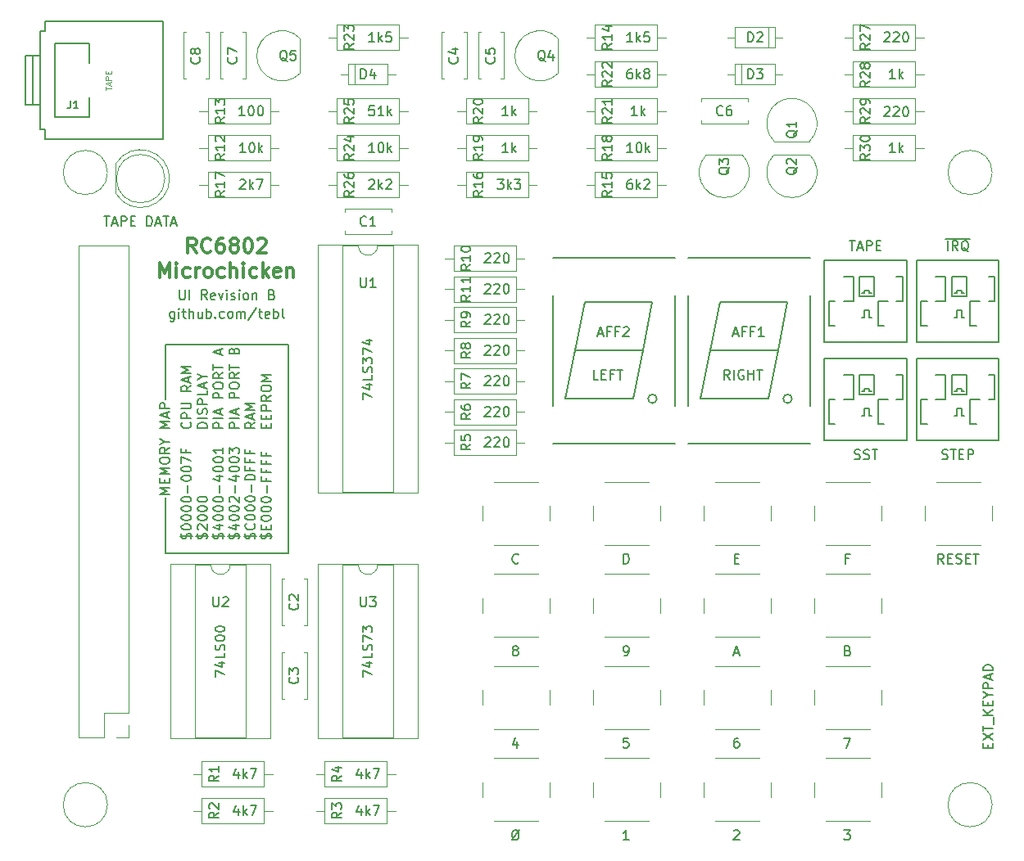
<source format=gto>
G04 #@! TF.FileFunction,Legend,Top*
%FSLAX46Y46*%
G04 Gerber Fmt 4.6, Leading zero omitted, Abs format (unit mm)*
G04 Created by KiCad (PCBNEW 4.0.7) date 11/27/19 18:03:54*
%MOMM*%
%LPD*%
G01*
G04 APERTURE LIST*
%ADD10C,0.100000*%
%ADD11C,0.200000*%
%ADD12C,0.150000*%
%ADD13C,0.300000*%
%ADD14C,0.120000*%
G04 APERTURE END LIST*
D10*
D11*
X125095000Y-114300000D02*
X123825000Y-114300000D01*
X125095000Y-92710000D02*
X112395000Y-92710000D01*
X125095000Y-114300000D02*
X125095000Y-92710000D01*
X112395000Y-114300000D02*
X123825000Y-114300000D01*
X112395000Y-113665000D02*
X112395000Y-114300000D01*
X112395000Y-108585000D02*
X112395000Y-113665000D01*
X112395000Y-98425000D02*
X112395000Y-92710000D01*
D12*
X112847381Y-108195476D02*
X111847381Y-108195476D01*
X112561667Y-107862142D01*
X111847381Y-107528809D01*
X112847381Y-107528809D01*
X112323571Y-107052619D02*
X112323571Y-106719285D01*
X112847381Y-106576428D02*
X112847381Y-107052619D01*
X111847381Y-107052619D01*
X111847381Y-106576428D01*
X112847381Y-106147857D02*
X111847381Y-106147857D01*
X112561667Y-105814523D01*
X111847381Y-105481190D01*
X112847381Y-105481190D01*
X111847381Y-104814524D02*
X111847381Y-104624047D01*
X111895000Y-104528809D01*
X111990238Y-104433571D01*
X112180714Y-104385952D01*
X112514048Y-104385952D01*
X112704524Y-104433571D01*
X112799762Y-104528809D01*
X112847381Y-104624047D01*
X112847381Y-104814524D01*
X112799762Y-104909762D01*
X112704524Y-105005000D01*
X112514048Y-105052619D01*
X112180714Y-105052619D01*
X111990238Y-105005000D01*
X111895000Y-104909762D01*
X111847381Y-104814524D01*
X112847381Y-103385952D02*
X112371190Y-103719286D01*
X112847381Y-103957381D02*
X111847381Y-103957381D01*
X111847381Y-103576428D01*
X111895000Y-103481190D01*
X111942619Y-103433571D01*
X112037857Y-103385952D01*
X112180714Y-103385952D01*
X112275952Y-103433571D01*
X112323571Y-103481190D01*
X112371190Y-103576428D01*
X112371190Y-103957381D01*
X112371190Y-102766905D02*
X112847381Y-102766905D01*
X111847381Y-103100238D02*
X112371190Y-102766905D01*
X111847381Y-102433571D01*
X112847381Y-101338333D02*
X111847381Y-101338333D01*
X112561667Y-101004999D01*
X111847381Y-100671666D01*
X112847381Y-100671666D01*
X112561667Y-100243095D02*
X112561667Y-99766904D01*
X112847381Y-100338333D02*
X111847381Y-100005000D01*
X112847381Y-99671666D01*
X112847381Y-99338333D02*
X111847381Y-99338333D01*
X111847381Y-98957380D01*
X111895000Y-98862142D01*
X111942619Y-98814523D01*
X112037857Y-98766904D01*
X112180714Y-98766904D01*
X112275952Y-98814523D01*
X112323571Y-98862142D01*
X112371190Y-98957380D01*
X112371190Y-99338333D01*
X114977143Y-100790476D02*
X115024762Y-100838095D01*
X115072381Y-100980952D01*
X115072381Y-101076190D01*
X115024762Y-101219048D01*
X114929524Y-101314286D01*
X114834286Y-101361905D01*
X114643810Y-101409524D01*
X114500952Y-101409524D01*
X114310476Y-101361905D01*
X114215238Y-101314286D01*
X114120000Y-101219048D01*
X114072381Y-101076190D01*
X114072381Y-100980952D01*
X114120000Y-100838095D01*
X114167619Y-100790476D01*
X115072381Y-100361905D02*
X114072381Y-100361905D01*
X114072381Y-99980952D01*
X114120000Y-99885714D01*
X114167619Y-99838095D01*
X114262857Y-99790476D01*
X114405714Y-99790476D01*
X114500952Y-99838095D01*
X114548571Y-99885714D01*
X114596190Y-99980952D01*
X114596190Y-100361905D01*
X114072381Y-99361905D02*
X114881905Y-99361905D01*
X114977143Y-99314286D01*
X115024762Y-99266667D01*
X115072381Y-99171429D01*
X115072381Y-98980952D01*
X115024762Y-98885714D01*
X114977143Y-98838095D01*
X114881905Y-98790476D01*
X114072381Y-98790476D01*
X115072381Y-96980952D02*
X114596190Y-97314286D01*
X115072381Y-97552381D02*
X114072381Y-97552381D01*
X114072381Y-97171428D01*
X114120000Y-97076190D01*
X114167619Y-97028571D01*
X114262857Y-96980952D01*
X114405714Y-96980952D01*
X114500952Y-97028571D01*
X114548571Y-97076190D01*
X114596190Y-97171428D01*
X114596190Y-97552381D01*
X114786667Y-96600000D02*
X114786667Y-96123809D01*
X115072381Y-96695238D02*
X114072381Y-96361905D01*
X115072381Y-96028571D01*
X115072381Y-95695238D02*
X114072381Y-95695238D01*
X114786667Y-95361904D01*
X114072381Y-95028571D01*
X115072381Y-95028571D01*
X116722381Y-101361905D02*
X115722381Y-101361905D01*
X115722381Y-101123810D01*
X115770000Y-100980952D01*
X115865238Y-100885714D01*
X115960476Y-100838095D01*
X116150952Y-100790476D01*
X116293810Y-100790476D01*
X116484286Y-100838095D01*
X116579524Y-100885714D01*
X116674762Y-100980952D01*
X116722381Y-101123810D01*
X116722381Y-101361905D01*
X116722381Y-100361905D02*
X115722381Y-100361905D01*
X116674762Y-99933334D02*
X116722381Y-99790477D01*
X116722381Y-99552381D01*
X116674762Y-99457143D01*
X116627143Y-99409524D01*
X116531905Y-99361905D01*
X116436667Y-99361905D01*
X116341429Y-99409524D01*
X116293810Y-99457143D01*
X116246190Y-99552381D01*
X116198571Y-99742858D01*
X116150952Y-99838096D01*
X116103333Y-99885715D01*
X116008095Y-99933334D01*
X115912857Y-99933334D01*
X115817619Y-99885715D01*
X115770000Y-99838096D01*
X115722381Y-99742858D01*
X115722381Y-99504762D01*
X115770000Y-99361905D01*
X116722381Y-98933334D02*
X115722381Y-98933334D01*
X115722381Y-98552381D01*
X115770000Y-98457143D01*
X115817619Y-98409524D01*
X115912857Y-98361905D01*
X116055714Y-98361905D01*
X116150952Y-98409524D01*
X116198571Y-98457143D01*
X116246190Y-98552381D01*
X116246190Y-98933334D01*
X116722381Y-97457143D02*
X116722381Y-97933334D01*
X115722381Y-97933334D01*
X116436667Y-97171429D02*
X116436667Y-96695238D01*
X116722381Y-97266667D02*
X115722381Y-96933334D01*
X116722381Y-96600000D01*
X116246190Y-96076191D02*
X116722381Y-96076191D01*
X115722381Y-96409524D02*
X116246190Y-96076191D01*
X115722381Y-95742857D01*
X118372381Y-101361905D02*
X117372381Y-101361905D01*
X117372381Y-100980952D01*
X117420000Y-100885714D01*
X117467619Y-100838095D01*
X117562857Y-100790476D01*
X117705714Y-100790476D01*
X117800952Y-100838095D01*
X117848571Y-100885714D01*
X117896190Y-100980952D01*
X117896190Y-101361905D01*
X118372381Y-100361905D02*
X117372381Y-100361905D01*
X118086667Y-99933334D02*
X118086667Y-99457143D01*
X118372381Y-100028572D02*
X117372381Y-99695239D01*
X118372381Y-99361905D01*
X118372381Y-98266667D02*
X117372381Y-98266667D01*
X117372381Y-97885714D01*
X117420000Y-97790476D01*
X117467619Y-97742857D01*
X117562857Y-97695238D01*
X117705714Y-97695238D01*
X117800952Y-97742857D01*
X117848571Y-97790476D01*
X117896190Y-97885714D01*
X117896190Y-98266667D01*
X117372381Y-97076191D02*
X117372381Y-96885714D01*
X117420000Y-96790476D01*
X117515238Y-96695238D01*
X117705714Y-96647619D01*
X118039048Y-96647619D01*
X118229524Y-96695238D01*
X118324762Y-96790476D01*
X118372381Y-96885714D01*
X118372381Y-97076191D01*
X118324762Y-97171429D01*
X118229524Y-97266667D01*
X118039048Y-97314286D01*
X117705714Y-97314286D01*
X117515238Y-97266667D01*
X117420000Y-97171429D01*
X117372381Y-97076191D01*
X118372381Y-95647619D02*
X117896190Y-95980953D01*
X118372381Y-96219048D02*
X117372381Y-96219048D01*
X117372381Y-95838095D01*
X117420000Y-95742857D01*
X117467619Y-95695238D01*
X117562857Y-95647619D01*
X117705714Y-95647619D01*
X117800952Y-95695238D01*
X117848571Y-95742857D01*
X117896190Y-95838095D01*
X117896190Y-96219048D01*
X117372381Y-95361905D02*
X117372381Y-94790476D01*
X118372381Y-95076191D02*
X117372381Y-95076191D01*
X118086667Y-93742857D02*
X118086667Y-93266666D01*
X118372381Y-93838095D02*
X117372381Y-93504762D01*
X118372381Y-93171428D01*
X120022381Y-101361905D02*
X119022381Y-101361905D01*
X119022381Y-100980952D01*
X119070000Y-100885714D01*
X119117619Y-100838095D01*
X119212857Y-100790476D01*
X119355714Y-100790476D01*
X119450952Y-100838095D01*
X119498571Y-100885714D01*
X119546190Y-100980952D01*
X119546190Y-101361905D01*
X120022381Y-100361905D02*
X119022381Y-100361905D01*
X119736667Y-99933334D02*
X119736667Y-99457143D01*
X120022381Y-100028572D02*
X119022381Y-99695239D01*
X120022381Y-99361905D01*
X120022381Y-98266667D02*
X119022381Y-98266667D01*
X119022381Y-97885714D01*
X119070000Y-97790476D01*
X119117619Y-97742857D01*
X119212857Y-97695238D01*
X119355714Y-97695238D01*
X119450952Y-97742857D01*
X119498571Y-97790476D01*
X119546190Y-97885714D01*
X119546190Y-98266667D01*
X119022381Y-97076191D02*
X119022381Y-96885714D01*
X119070000Y-96790476D01*
X119165238Y-96695238D01*
X119355714Y-96647619D01*
X119689048Y-96647619D01*
X119879524Y-96695238D01*
X119974762Y-96790476D01*
X120022381Y-96885714D01*
X120022381Y-97076191D01*
X119974762Y-97171429D01*
X119879524Y-97266667D01*
X119689048Y-97314286D01*
X119355714Y-97314286D01*
X119165238Y-97266667D01*
X119070000Y-97171429D01*
X119022381Y-97076191D01*
X120022381Y-95647619D02*
X119546190Y-95980953D01*
X120022381Y-96219048D02*
X119022381Y-96219048D01*
X119022381Y-95838095D01*
X119070000Y-95742857D01*
X119117619Y-95695238D01*
X119212857Y-95647619D01*
X119355714Y-95647619D01*
X119450952Y-95695238D01*
X119498571Y-95742857D01*
X119546190Y-95838095D01*
X119546190Y-96219048D01*
X119022381Y-95361905D02*
X119022381Y-94790476D01*
X120022381Y-95076191D02*
X119022381Y-95076191D01*
X119498571Y-93361904D02*
X119546190Y-93219047D01*
X119593810Y-93171428D01*
X119689048Y-93123809D01*
X119831905Y-93123809D01*
X119927143Y-93171428D01*
X119974762Y-93219047D01*
X120022381Y-93314285D01*
X120022381Y-93695238D01*
X119022381Y-93695238D01*
X119022381Y-93361904D01*
X119070000Y-93266666D01*
X119117619Y-93219047D01*
X119212857Y-93171428D01*
X119308095Y-93171428D01*
X119403333Y-93219047D01*
X119450952Y-93266666D01*
X119498571Y-93361904D01*
X119498571Y-93695238D01*
X121672381Y-100790476D02*
X121196190Y-101123810D01*
X121672381Y-101361905D02*
X120672381Y-101361905D01*
X120672381Y-100980952D01*
X120720000Y-100885714D01*
X120767619Y-100838095D01*
X120862857Y-100790476D01*
X121005714Y-100790476D01*
X121100952Y-100838095D01*
X121148571Y-100885714D01*
X121196190Y-100980952D01*
X121196190Y-101361905D01*
X121386667Y-100409524D02*
X121386667Y-99933333D01*
X121672381Y-100504762D02*
X120672381Y-100171429D01*
X121672381Y-99838095D01*
X121672381Y-99504762D02*
X120672381Y-99504762D01*
X121386667Y-99171428D01*
X120672381Y-98838095D01*
X121672381Y-98838095D01*
X122798571Y-101361905D02*
X122798571Y-101028571D01*
X123322381Y-100885714D02*
X123322381Y-101361905D01*
X122322381Y-101361905D01*
X122322381Y-100885714D01*
X122798571Y-100457143D02*
X122798571Y-100123809D01*
X123322381Y-99980952D02*
X123322381Y-100457143D01*
X122322381Y-100457143D01*
X122322381Y-99980952D01*
X123322381Y-99552381D02*
X122322381Y-99552381D01*
X122322381Y-99171428D01*
X122370000Y-99076190D01*
X122417619Y-99028571D01*
X122512857Y-98980952D01*
X122655714Y-98980952D01*
X122750952Y-99028571D01*
X122798571Y-99076190D01*
X122846190Y-99171428D01*
X122846190Y-99552381D01*
X123322381Y-97980952D02*
X122846190Y-98314286D01*
X123322381Y-98552381D02*
X122322381Y-98552381D01*
X122322381Y-98171428D01*
X122370000Y-98076190D01*
X122417619Y-98028571D01*
X122512857Y-97980952D01*
X122655714Y-97980952D01*
X122750952Y-98028571D01*
X122798571Y-98076190D01*
X122846190Y-98171428D01*
X122846190Y-98552381D01*
X122322381Y-97361905D02*
X122322381Y-97171428D01*
X122370000Y-97076190D01*
X122465238Y-96980952D01*
X122655714Y-96933333D01*
X122989048Y-96933333D01*
X123179524Y-96980952D01*
X123274762Y-97076190D01*
X123322381Y-97171428D01*
X123322381Y-97361905D01*
X123274762Y-97457143D01*
X123179524Y-97552381D01*
X122989048Y-97600000D01*
X122655714Y-97600000D01*
X122465238Y-97552381D01*
X122370000Y-97457143D01*
X122322381Y-97361905D01*
X123322381Y-96504762D02*
X122322381Y-96504762D01*
X123036667Y-96171428D01*
X122322381Y-95838095D01*
X123322381Y-95838095D01*
X115024762Y-112839524D02*
X115072381Y-112696667D01*
X115072381Y-112458571D01*
X115024762Y-112363333D01*
X114977143Y-112315714D01*
X114881905Y-112268095D01*
X114786667Y-112268095D01*
X114691429Y-112315714D01*
X114643810Y-112363333D01*
X114596190Y-112458571D01*
X114548571Y-112649048D01*
X114500952Y-112744286D01*
X114453333Y-112791905D01*
X114358095Y-112839524D01*
X114262857Y-112839524D01*
X114167619Y-112791905D01*
X114120000Y-112744286D01*
X114072381Y-112649048D01*
X114072381Y-112410952D01*
X114120000Y-112268095D01*
X113929524Y-112553810D02*
X115215238Y-112553810D01*
X114072381Y-111649048D02*
X114072381Y-111553809D01*
X114120000Y-111458571D01*
X114167619Y-111410952D01*
X114262857Y-111363333D01*
X114453333Y-111315714D01*
X114691429Y-111315714D01*
X114881905Y-111363333D01*
X114977143Y-111410952D01*
X115024762Y-111458571D01*
X115072381Y-111553809D01*
X115072381Y-111649048D01*
X115024762Y-111744286D01*
X114977143Y-111791905D01*
X114881905Y-111839524D01*
X114691429Y-111887143D01*
X114453333Y-111887143D01*
X114262857Y-111839524D01*
X114167619Y-111791905D01*
X114120000Y-111744286D01*
X114072381Y-111649048D01*
X114072381Y-110696667D02*
X114072381Y-110601428D01*
X114120000Y-110506190D01*
X114167619Y-110458571D01*
X114262857Y-110410952D01*
X114453333Y-110363333D01*
X114691429Y-110363333D01*
X114881905Y-110410952D01*
X114977143Y-110458571D01*
X115024762Y-110506190D01*
X115072381Y-110601428D01*
X115072381Y-110696667D01*
X115024762Y-110791905D01*
X114977143Y-110839524D01*
X114881905Y-110887143D01*
X114691429Y-110934762D01*
X114453333Y-110934762D01*
X114262857Y-110887143D01*
X114167619Y-110839524D01*
X114120000Y-110791905D01*
X114072381Y-110696667D01*
X114072381Y-109744286D02*
X114072381Y-109649047D01*
X114120000Y-109553809D01*
X114167619Y-109506190D01*
X114262857Y-109458571D01*
X114453333Y-109410952D01*
X114691429Y-109410952D01*
X114881905Y-109458571D01*
X114977143Y-109506190D01*
X115024762Y-109553809D01*
X115072381Y-109649047D01*
X115072381Y-109744286D01*
X115024762Y-109839524D01*
X114977143Y-109887143D01*
X114881905Y-109934762D01*
X114691429Y-109982381D01*
X114453333Y-109982381D01*
X114262857Y-109934762D01*
X114167619Y-109887143D01*
X114120000Y-109839524D01*
X114072381Y-109744286D01*
X114072381Y-108791905D02*
X114072381Y-108696666D01*
X114120000Y-108601428D01*
X114167619Y-108553809D01*
X114262857Y-108506190D01*
X114453333Y-108458571D01*
X114691429Y-108458571D01*
X114881905Y-108506190D01*
X114977143Y-108553809D01*
X115024762Y-108601428D01*
X115072381Y-108696666D01*
X115072381Y-108791905D01*
X115024762Y-108887143D01*
X114977143Y-108934762D01*
X114881905Y-108982381D01*
X114691429Y-109030000D01*
X114453333Y-109030000D01*
X114262857Y-108982381D01*
X114167619Y-108934762D01*
X114120000Y-108887143D01*
X114072381Y-108791905D01*
X114691429Y-108030000D02*
X114691429Y-107268095D01*
X114072381Y-106601429D02*
X114072381Y-106506190D01*
X114120000Y-106410952D01*
X114167619Y-106363333D01*
X114262857Y-106315714D01*
X114453333Y-106268095D01*
X114691429Y-106268095D01*
X114881905Y-106315714D01*
X114977143Y-106363333D01*
X115024762Y-106410952D01*
X115072381Y-106506190D01*
X115072381Y-106601429D01*
X115024762Y-106696667D01*
X114977143Y-106744286D01*
X114881905Y-106791905D01*
X114691429Y-106839524D01*
X114453333Y-106839524D01*
X114262857Y-106791905D01*
X114167619Y-106744286D01*
X114120000Y-106696667D01*
X114072381Y-106601429D01*
X114072381Y-105649048D02*
X114072381Y-105553809D01*
X114120000Y-105458571D01*
X114167619Y-105410952D01*
X114262857Y-105363333D01*
X114453333Y-105315714D01*
X114691429Y-105315714D01*
X114881905Y-105363333D01*
X114977143Y-105410952D01*
X115024762Y-105458571D01*
X115072381Y-105553809D01*
X115072381Y-105649048D01*
X115024762Y-105744286D01*
X114977143Y-105791905D01*
X114881905Y-105839524D01*
X114691429Y-105887143D01*
X114453333Y-105887143D01*
X114262857Y-105839524D01*
X114167619Y-105791905D01*
X114120000Y-105744286D01*
X114072381Y-105649048D01*
X114072381Y-104982381D02*
X114072381Y-104315714D01*
X115072381Y-104744286D01*
X114548571Y-103601428D02*
X114548571Y-103934762D01*
X115072381Y-103934762D02*
X114072381Y-103934762D01*
X114072381Y-103458571D01*
X116674762Y-112839524D02*
X116722381Y-112696667D01*
X116722381Y-112458571D01*
X116674762Y-112363333D01*
X116627143Y-112315714D01*
X116531905Y-112268095D01*
X116436667Y-112268095D01*
X116341429Y-112315714D01*
X116293810Y-112363333D01*
X116246190Y-112458571D01*
X116198571Y-112649048D01*
X116150952Y-112744286D01*
X116103333Y-112791905D01*
X116008095Y-112839524D01*
X115912857Y-112839524D01*
X115817619Y-112791905D01*
X115770000Y-112744286D01*
X115722381Y-112649048D01*
X115722381Y-112410952D01*
X115770000Y-112268095D01*
X115579524Y-112553810D02*
X116865238Y-112553810D01*
X115817619Y-111887143D02*
X115770000Y-111839524D01*
X115722381Y-111744286D01*
X115722381Y-111506190D01*
X115770000Y-111410952D01*
X115817619Y-111363333D01*
X115912857Y-111315714D01*
X116008095Y-111315714D01*
X116150952Y-111363333D01*
X116722381Y-111934762D01*
X116722381Y-111315714D01*
X115722381Y-110696667D02*
X115722381Y-110601428D01*
X115770000Y-110506190D01*
X115817619Y-110458571D01*
X115912857Y-110410952D01*
X116103333Y-110363333D01*
X116341429Y-110363333D01*
X116531905Y-110410952D01*
X116627143Y-110458571D01*
X116674762Y-110506190D01*
X116722381Y-110601428D01*
X116722381Y-110696667D01*
X116674762Y-110791905D01*
X116627143Y-110839524D01*
X116531905Y-110887143D01*
X116341429Y-110934762D01*
X116103333Y-110934762D01*
X115912857Y-110887143D01*
X115817619Y-110839524D01*
X115770000Y-110791905D01*
X115722381Y-110696667D01*
X115722381Y-109744286D02*
X115722381Y-109649047D01*
X115770000Y-109553809D01*
X115817619Y-109506190D01*
X115912857Y-109458571D01*
X116103333Y-109410952D01*
X116341429Y-109410952D01*
X116531905Y-109458571D01*
X116627143Y-109506190D01*
X116674762Y-109553809D01*
X116722381Y-109649047D01*
X116722381Y-109744286D01*
X116674762Y-109839524D01*
X116627143Y-109887143D01*
X116531905Y-109934762D01*
X116341429Y-109982381D01*
X116103333Y-109982381D01*
X115912857Y-109934762D01*
X115817619Y-109887143D01*
X115770000Y-109839524D01*
X115722381Y-109744286D01*
X115722381Y-108791905D02*
X115722381Y-108696666D01*
X115770000Y-108601428D01*
X115817619Y-108553809D01*
X115912857Y-108506190D01*
X116103333Y-108458571D01*
X116341429Y-108458571D01*
X116531905Y-108506190D01*
X116627143Y-108553809D01*
X116674762Y-108601428D01*
X116722381Y-108696666D01*
X116722381Y-108791905D01*
X116674762Y-108887143D01*
X116627143Y-108934762D01*
X116531905Y-108982381D01*
X116341429Y-109030000D01*
X116103333Y-109030000D01*
X115912857Y-108982381D01*
X115817619Y-108934762D01*
X115770000Y-108887143D01*
X115722381Y-108791905D01*
X118324762Y-112839524D02*
X118372381Y-112696667D01*
X118372381Y-112458571D01*
X118324762Y-112363333D01*
X118277143Y-112315714D01*
X118181905Y-112268095D01*
X118086667Y-112268095D01*
X117991429Y-112315714D01*
X117943810Y-112363333D01*
X117896190Y-112458571D01*
X117848571Y-112649048D01*
X117800952Y-112744286D01*
X117753333Y-112791905D01*
X117658095Y-112839524D01*
X117562857Y-112839524D01*
X117467619Y-112791905D01*
X117420000Y-112744286D01*
X117372381Y-112649048D01*
X117372381Y-112410952D01*
X117420000Y-112268095D01*
X117229524Y-112553810D02*
X118515238Y-112553810D01*
X117705714Y-111410952D02*
X118372381Y-111410952D01*
X117324762Y-111649048D02*
X118039048Y-111887143D01*
X118039048Y-111268095D01*
X117372381Y-110696667D02*
X117372381Y-110601428D01*
X117420000Y-110506190D01*
X117467619Y-110458571D01*
X117562857Y-110410952D01*
X117753333Y-110363333D01*
X117991429Y-110363333D01*
X118181905Y-110410952D01*
X118277143Y-110458571D01*
X118324762Y-110506190D01*
X118372381Y-110601428D01*
X118372381Y-110696667D01*
X118324762Y-110791905D01*
X118277143Y-110839524D01*
X118181905Y-110887143D01*
X117991429Y-110934762D01*
X117753333Y-110934762D01*
X117562857Y-110887143D01*
X117467619Y-110839524D01*
X117420000Y-110791905D01*
X117372381Y-110696667D01*
X117372381Y-109744286D02*
X117372381Y-109649047D01*
X117420000Y-109553809D01*
X117467619Y-109506190D01*
X117562857Y-109458571D01*
X117753333Y-109410952D01*
X117991429Y-109410952D01*
X118181905Y-109458571D01*
X118277143Y-109506190D01*
X118324762Y-109553809D01*
X118372381Y-109649047D01*
X118372381Y-109744286D01*
X118324762Y-109839524D01*
X118277143Y-109887143D01*
X118181905Y-109934762D01*
X117991429Y-109982381D01*
X117753333Y-109982381D01*
X117562857Y-109934762D01*
X117467619Y-109887143D01*
X117420000Y-109839524D01*
X117372381Y-109744286D01*
X117372381Y-108791905D02*
X117372381Y-108696666D01*
X117420000Y-108601428D01*
X117467619Y-108553809D01*
X117562857Y-108506190D01*
X117753333Y-108458571D01*
X117991429Y-108458571D01*
X118181905Y-108506190D01*
X118277143Y-108553809D01*
X118324762Y-108601428D01*
X118372381Y-108696666D01*
X118372381Y-108791905D01*
X118324762Y-108887143D01*
X118277143Y-108934762D01*
X118181905Y-108982381D01*
X117991429Y-109030000D01*
X117753333Y-109030000D01*
X117562857Y-108982381D01*
X117467619Y-108934762D01*
X117420000Y-108887143D01*
X117372381Y-108791905D01*
X117991429Y-108030000D02*
X117991429Y-107268095D01*
X117705714Y-106363333D02*
X118372381Y-106363333D01*
X117324762Y-106601429D02*
X118039048Y-106839524D01*
X118039048Y-106220476D01*
X117372381Y-105649048D02*
X117372381Y-105553809D01*
X117420000Y-105458571D01*
X117467619Y-105410952D01*
X117562857Y-105363333D01*
X117753333Y-105315714D01*
X117991429Y-105315714D01*
X118181905Y-105363333D01*
X118277143Y-105410952D01*
X118324762Y-105458571D01*
X118372381Y-105553809D01*
X118372381Y-105649048D01*
X118324762Y-105744286D01*
X118277143Y-105791905D01*
X118181905Y-105839524D01*
X117991429Y-105887143D01*
X117753333Y-105887143D01*
X117562857Y-105839524D01*
X117467619Y-105791905D01*
X117420000Y-105744286D01*
X117372381Y-105649048D01*
X117372381Y-104696667D02*
X117372381Y-104601428D01*
X117420000Y-104506190D01*
X117467619Y-104458571D01*
X117562857Y-104410952D01*
X117753333Y-104363333D01*
X117991429Y-104363333D01*
X118181905Y-104410952D01*
X118277143Y-104458571D01*
X118324762Y-104506190D01*
X118372381Y-104601428D01*
X118372381Y-104696667D01*
X118324762Y-104791905D01*
X118277143Y-104839524D01*
X118181905Y-104887143D01*
X117991429Y-104934762D01*
X117753333Y-104934762D01*
X117562857Y-104887143D01*
X117467619Y-104839524D01*
X117420000Y-104791905D01*
X117372381Y-104696667D01*
X118372381Y-103410952D02*
X118372381Y-103982381D01*
X118372381Y-103696667D02*
X117372381Y-103696667D01*
X117515238Y-103791905D01*
X117610476Y-103887143D01*
X117658095Y-103982381D01*
X119974762Y-112839524D02*
X120022381Y-112696667D01*
X120022381Y-112458571D01*
X119974762Y-112363333D01*
X119927143Y-112315714D01*
X119831905Y-112268095D01*
X119736667Y-112268095D01*
X119641429Y-112315714D01*
X119593810Y-112363333D01*
X119546190Y-112458571D01*
X119498571Y-112649048D01*
X119450952Y-112744286D01*
X119403333Y-112791905D01*
X119308095Y-112839524D01*
X119212857Y-112839524D01*
X119117619Y-112791905D01*
X119070000Y-112744286D01*
X119022381Y-112649048D01*
X119022381Y-112410952D01*
X119070000Y-112268095D01*
X118879524Y-112553810D02*
X120165238Y-112553810D01*
X119355714Y-111410952D02*
X120022381Y-111410952D01*
X118974762Y-111649048D02*
X119689048Y-111887143D01*
X119689048Y-111268095D01*
X119022381Y-110696667D02*
X119022381Y-110601428D01*
X119070000Y-110506190D01*
X119117619Y-110458571D01*
X119212857Y-110410952D01*
X119403333Y-110363333D01*
X119641429Y-110363333D01*
X119831905Y-110410952D01*
X119927143Y-110458571D01*
X119974762Y-110506190D01*
X120022381Y-110601428D01*
X120022381Y-110696667D01*
X119974762Y-110791905D01*
X119927143Y-110839524D01*
X119831905Y-110887143D01*
X119641429Y-110934762D01*
X119403333Y-110934762D01*
X119212857Y-110887143D01*
X119117619Y-110839524D01*
X119070000Y-110791905D01*
X119022381Y-110696667D01*
X119022381Y-109744286D02*
X119022381Y-109649047D01*
X119070000Y-109553809D01*
X119117619Y-109506190D01*
X119212857Y-109458571D01*
X119403333Y-109410952D01*
X119641429Y-109410952D01*
X119831905Y-109458571D01*
X119927143Y-109506190D01*
X119974762Y-109553809D01*
X120022381Y-109649047D01*
X120022381Y-109744286D01*
X119974762Y-109839524D01*
X119927143Y-109887143D01*
X119831905Y-109934762D01*
X119641429Y-109982381D01*
X119403333Y-109982381D01*
X119212857Y-109934762D01*
X119117619Y-109887143D01*
X119070000Y-109839524D01*
X119022381Y-109744286D01*
X119117619Y-109030000D02*
X119070000Y-108982381D01*
X119022381Y-108887143D01*
X119022381Y-108649047D01*
X119070000Y-108553809D01*
X119117619Y-108506190D01*
X119212857Y-108458571D01*
X119308095Y-108458571D01*
X119450952Y-108506190D01*
X120022381Y-109077619D01*
X120022381Y-108458571D01*
X119641429Y-108030000D02*
X119641429Y-107268095D01*
X119355714Y-106363333D02*
X120022381Y-106363333D01*
X118974762Y-106601429D02*
X119689048Y-106839524D01*
X119689048Y-106220476D01*
X119022381Y-105649048D02*
X119022381Y-105553809D01*
X119070000Y-105458571D01*
X119117619Y-105410952D01*
X119212857Y-105363333D01*
X119403333Y-105315714D01*
X119641429Y-105315714D01*
X119831905Y-105363333D01*
X119927143Y-105410952D01*
X119974762Y-105458571D01*
X120022381Y-105553809D01*
X120022381Y-105649048D01*
X119974762Y-105744286D01*
X119927143Y-105791905D01*
X119831905Y-105839524D01*
X119641429Y-105887143D01*
X119403333Y-105887143D01*
X119212857Y-105839524D01*
X119117619Y-105791905D01*
X119070000Y-105744286D01*
X119022381Y-105649048D01*
X119022381Y-104696667D02*
X119022381Y-104601428D01*
X119070000Y-104506190D01*
X119117619Y-104458571D01*
X119212857Y-104410952D01*
X119403333Y-104363333D01*
X119641429Y-104363333D01*
X119831905Y-104410952D01*
X119927143Y-104458571D01*
X119974762Y-104506190D01*
X120022381Y-104601428D01*
X120022381Y-104696667D01*
X119974762Y-104791905D01*
X119927143Y-104839524D01*
X119831905Y-104887143D01*
X119641429Y-104934762D01*
X119403333Y-104934762D01*
X119212857Y-104887143D01*
X119117619Y-104839524D01*
X119070000Y-104791905D01*
X119022381Y-104696667D01*
X119022381Y-104030000D02*
X119022381Y-103410952D01*
X119403333Y-103744286D01*
X119403333Y-103601428D01*
X119450952Y-103506190D01*
X119498571Y-103458571D01*
X119593810Y-103410952D01*
X119831905Y-103410952D01*
X119927143Y-103458571D01*
X119974762Y-103506190D01*
X120022381Y-103601428D01*
X120022381Y-103887143D01*
X119974762Y-103982381D01*
X119927143Y-104030000D01*
X121624762Y-112839524D02*
X121672381Y-112696667D01*
X121672381Y-112458571D01*
X121624762Y-112363333D01*
X121577143Y-112315714D01*
X121481905Y-112268095D01*
X121386667Y-112268095D01*
X121291429Y-112315714D01*
X121243810Y-112363333D01*
X121196190Y-112458571D01*
X121148571Y-112649048D01*
X121100952Y-112744286D01*
X121053333Y-112791905D01*
X120958095Y-112839524D01*
X120862857Y-112839524D01*
X120767619Y-112791905D01*
X120720000Y-112744286D01*
X120672381Y-112649048D01*
X120672381Y-112410952D01*
X120720000Y-112268095D01*
X120529524Y-112553810D02*
X121815238Y-112553810D01*
X121577143Y-111268095D02*
X121624762Y-111315714D01*
X121672381Y-111458571D01*
X121672381Y-111553809D01*
X121624762Y-111696667D01*
X121529524Y-111791905D01*
X121434286Y-111839524D01*
X121243810Y-111887143D01*
X121100952Y-111887143D01*
X120910476Y-111839524D01*
X120815238Y-111791905D01*
X120720000Y-111696667D01*
X120672381Y-111553809D01*
X120672381Y-111458571D01*
X120720000Y-111315714D01*
X120767619Y-111268095D01*
X120672381Y-110649048D02*
X120672381Y-110553809D01*
X120720000Y-110458571D01*
X120767619Y-110410952D01*
X120862857Y-110363333D01*
X121053333Y-110315714D01*
X121291429Y-110315714D01*
X121481905Y-110363333D01*
X121577143Y-110410952D01*
X121624762Y-110458571D01*
X121672381Y-110553809D01*
X121672381Y-110649048D01*
X121624762Y-110744286D01*
X121577143Y-110791905D01*
X121481905Y-110839524D01*
X121291429Y-110887143D01*
X121053333Y-110887143D01*
X120862857Y-110839524D01*
X120767619Y-110791905D01*
X120720000Y-110744286D01*
X120672381Y-110649048D01*
X120672381Y-109696667D02*
X120672381Y-109601428D01*
X120720000Y-109506190D01*
X120767619Y-109458571D01*
X120862857Y-109410952D01*
X121053333Y-109363333D01*
X121291429Y-109363333D01*
X121481905Y-109410952D01*
X121577143Y-109458571D01*
X121624762Y-109506190D01*
X121672381Y-109601428D01*
X121672381Y-109696667D01*
X121624762Y-109791905D01*
X121577143Y-109839524D01*
X121481905Y-109887143D01*
X121291429Y-109934762D01*
X121053333Y-109934762D01*
X120862857Y-109887143D01*
X120767619Y-109839524D01*
X120720000Y-109791905D01*
X120672381Y-109696667D01*
X120672381Y-108744286D02*
X120672381Y-108649047D01*
X120720000Y-108553809D01*
X120767619Y-108506190D01*
X120862857Y-108458571D01*
X121053333Y-108410952D01*
X121291429Y-108410952D01*
X121481905Y-108458571D01*
X121577143Y-108506190D01*
X121624762Y-108553809D01*
X121672381Y-108649047D01*
X121672381Y-108744286D01*
X121624762Y-108839524D01*
X121577143Y-108887143D01*
X121481905Y-108934762D01*
X121291429Y-108982381D01*
X121053333Y-108982381D01*
X120862857Y-108934762D01*
X120767619Y-108887143D01*
X120720000Y-108839524D01*
X120672381Y-108744286D01*
X121291429Y-107982381D02*
X121291429Y-107220476D01*
X121672381Y-106744286D02*
X120672381Y-106744286D01*
X120672381Y-106506191D01*
X120720000Y-106363333D01*
X120815238Y-106268095D01*
X120910476Y-106220476D01*
X121100952Y-106172857D01*
X121243810Y-106172857D01*
X121434286Y-106220476D01*
X121529524Y-106268095D01*
X121624762Y-106363333D01*
X121672381Y-106506191D01*
X121672381Y-106744286D01*
X121148571Y-105410952D02*
X121148571Y-105744286D01*
X121672381Y-105744286D02*
X120672381Y-105744286D01*
X120672381Y-105268095D01*
X121148571Y-104553809D02*
X121148571Y-104887143D01*
X121672381Y-104887143D02*
X120672381Y-104887143D01*
X120672381Y-104410952D01*
X121148571Y-103696666D02*
X121148571Y-104030000D01*
X121672381Y-104030000D02*
X120672381Y-104030000D01*
X120672381Y-103553809D01*
X123274762Y-112839524D02*
X123322381Y-112696667D01*
X123322381Y-112458571D01*
X123274762Y-112363333D01*
X123227143Y-112315714D01*
X123131905Y-112268095D01*
X123036667Y-112268095D01*
X122941429Y-112315714D01*
X122893810Y-112363333D01*
X122846190Y-112458571D01*
X122798571Y-112649048D01*
X122750952Y-112744286D01*
X122703333Y-112791905D01*
X122608095Y-112839524D01*
X122512857Y-112839524D01*
X122417619Y-112791905D01*
X122370000Y-112744286D01*
X122322381Y-112649048D01*
X122322381Y-112410952D01*
X122370000Y-112268095D01*
X122179524Y-112553810D02*
X123465238Y-112553810D01*
X122798571Y-111839524D02*
X122798571Y-111506190D01*
X123322381Y-111363333D02*
X123322381Y-111839524D01*
X122322381Y-111839524D01*
X122322381Y-111363333D01*
X122322381Y-110744286D02*
X122322381Y-110649047D01*
X122370000Y-110553809D01*
X122417619Y-110506190D01*
X122512857Y-110458571D01*
X122703333Y-110410952D01*
X122941429Y-110410952D01*
X123131905Y-110458571D01*
X123227143Y-110506190D01*
X123274762Y-110553809D01*
X123322381Y-110649047D01*
X123322381Y-110744286D01*
X123274762Y-110839524D01*
X123227143Y-110887143D01*
X123131905Y-110934762D01*
X122941429Y-110982381D01*
X122703333Y-110982381D01*
X122512857Y-110934762D01*
X122417619Y-110887143D01*
X122370000Y-110839524D01*
X122322381Y-110744286D01*
X122322381Y-109791905D02*
X122322381Y-109696666D01*
X122370000Y-109601428D01*
X122417619Y-109553809D01*
X122512857Y-109506190D01*
X122703333Y-109458571D01*
X122941429Y-109458571D01*
X123131905Y-109506190D01*
X123227143Y-109553809D01*
X123274762Y-109601428D01*
X123322381Y-109696666D01*
X123322381Y-109791905D01*
X123274762Y-109887143D01*
X123227143Y-109934762D01*
X123131905Y-109982381D01*
X122941429Y-110030000D01*
X122703333Y-110030000D01*
X122512857Y-109982381D01*
X122417619Y-109934762D01*
X122370000Y-109887143D01*
X122322381Y-109791905D01*
X122322381Y-108839524D02*
X122322381Y-108744285D01*
X122370000Y-108649047D01*
X122417619Y-108601428D01*
X122512857Y-108553809D01*
X122703333Y-108506190D01*
X122941429Y-108506190D01*
X123131905Y-108553809D01*
X123227143Y-108601428D01*
X123274762Y-108649047D01*
X123322381Y-108744285D01*
X123322381Y-108839524D01*
X123274762Y-108934762D01*
X123227143Y-108982381D01*
X123131905Y-109030000D01*
X122941429Y-109077619D01*
X122703333Y-109077619D01*
X122512857Y-109030000D01*
X122417619Y-108982381D01*
X122370000Y-108934762D01*
X122322381Y-108839524D01*
X122941429Y-108077619D02*
X122941429Y-107315714D01*
X122798571Y-106506190D02*
X122798571Y-106839524D01*
X123322381Y-106839524D02*
X122322381Y-106839524D01*
X122322381Y-106363333D01*
X122798571Y-105649047D02*
X122798571Y-105982381D01*
X123322381Y-105982381D02*
X122322381Y-105982381D01*
X122322381Y-105506190D01*
X122798571Y-104791904D02*
X122798571Y-105125238D01*
X123322381Y-105125238D02*
X122322381Y-105125238D01*
X122322381Y-104649047D01*
X122798571Y-103934761D02*
X122798571Y-104268095D01*
X123322381Y-104268095D02*
X122322381Y-104268095D01*
X122322381Y-103791904D01*
X106069285Y-79462381D02*
X106640714Y-79462381D01*
X106354999Y-80462381D02*
X106354999Y-79462381D01*
X106926428Y-80176667D02*
X107402619Y-80176667D01*
X106831190Y-80462381D02*
X107164523Y-79462381D01*
X107497857Y-80462381D01*
X107831190Y-80462381D02*
X107831190Y-79462381D01*
X108212143Y-79462381D01*
X108307381Y-79510000D01*
X108355000Y-79557619D01*
X108402619Y-79652857D01*
X108402619Y-79795714D01*
X108355000Y-79890952D01*
X108307381Y-79938571D01*
X108212143Y-79986190D01*
X107831190Y-79986190D01*
X108831190Y-79938571D02*
X109164524Y-79938571D01*
X109307381Y-80462381D02*
X108831190Y-80462381D01*
X108831190Y-79462381D01*
X109307381Y-79462381D01*
X110497857Y-80462381D02*
X110497857Y-79462381D01*
X110735952Y-79462381D01*
X110878810Y-79510000D01*
X110974048Y-79605238D01*
X111021667Y-79700476D01*
X111069286Y-79890952D01*
X111069286Y-80033810D01*
X111021667Y-80224286D01*
X110974048Y-80319524D01*
X110878810Y-80414762D01*
X110735952Y-80462381D01*
X110497857Y-80462381D01*
X111450238Y-80176667D02*
X111926429Y-80176667D01*
X111355000Y-80462381D02*
X111688333Y-79462381D01*
X112021667Y-80462381D01*
X112212143Y-79462381D02*
X112783572Y-79462381D01*
X112497857Y-80462381D02*
X112497857Y-79462381D01*
X113069286Y-80176667D02*
X113545477Y-80176667D01*
X112974048Y-80462381D02*
X113307381Y-79462381D01*
X113640715Y-80462381D01*
X113340238Y-89320714D02*
X113340238Y-90130238D01*
X113292619Y-90225476D01*
X113245000Y-90273095D01*
X113149761Y-90320714D01*
X113006904Y-90320714D01*
X112911666Y-90273095D01*
X113340238Y-89939762D02*
X113245000Y-89987381D01*
X113054523Y-89987381D01*
X112959285Y-89939762D01*
X112911666Y-89892143D01*
X112864047Y-89796905D01*
X112864047Y-89511190D01*
X112911666Y-89415952D01*
X112959285Y-89368333D01*
X113054523Y-89320714D01*
X113245000Y-89320714D01*
X113340238Y-89368333D01*
X113816428Y-89987381D02*
X113816428Y-89320714D01*
X113816428Y-88987381D02*
X113768809Y-89035000D01*
X113816428Y-89082619D01*
X113864047Y-89035000D01*
X113816428Y-88987381D01*
X113816428Y-89082619D01*
X114149761Y-89320714D02*
X114530713Y-89320714D01*
X114292618Y-88987381D02*
X114292618Y-89844524D01*
X114340237Y-89939762D01*
X114435475Y-89987381D01*
X114530713Y-89987381D01*
X114864047Y-89987381D02*
X114864047Y-88987381D01*
X115292619Y-89987381D02*
X115292619Y-89463571D01*
X115245000Y-89368333D01*
X115149762Y-89320714D01*
X115006904Y-89320714D01*
X114911666Y-89368333D01*
X114864047Y-89415952D01*
X116197381Y-89320714D02*
X116197381Y-89987381D01*
X115768809Y-89320714D02*
X115768809Y-89844524D01*
X115816428Y-89939762D01*
X115911666Y-89987381D01*
X116054524Y-89987381D01*
X116149762Y-89939762D01*
X116197381Y-89892143D01*
X116673571Y-89987381D02*
X116673571Y-88987381D01*
X116673571Y-89368333D02*
X116768809Y-89320714D01*
X116959286Y-89320714D01*
X117054524Y-89368333D01*
X117102143Y-89415952D01*
X117149762Y-89511190D01*
X117149762Y-89796905D01*
X117102143Y-89892143D01*
X117054524Y-89939762D01*
X116959286Y-89987381D01*
X116768809Y-89987381D01*
X116673571Y-89939762D01*
X117578333Y-89892143D02*
X117625952Y-89939762D01*
X117578333Y-89987381D01*
X117530714Y-89939762D01*
X117578333Y-89892143D01*
X117578333Y-89987381D01*
X118483095Y-89939762D02*
X118387857Y-89987381D01*
X118197380Y-89987381D01*
X118102142Y-89939762D01*
X118054523Y-89892143D01*
X118006904Y-89796905D01*
X118006904Y-89511190D01*
X118054523Y-89415952D01*
X118102142Y-89368333D01*
X118197380Y-89320714D01*
X118387857Y-89320714D01*
X118483095Y-89368333D01*
X119054523Y-89987381D02*
X118959285Y-89939762D01*
X118911666Y-89892143D01*
X118864047Y-89796905D01*
X118864047Y-89511190D01*
X118911666Y-89415952D01*
X118959285Y-89368333D01*
X119054523Y-89320714D01*
X119197381Y-89320714D01*
X119292619Y-89368333D01*
X119340238Y-89415952D01*
X119387857Y-89511190D01*
X119387857Y-89796905D01*
X119340238Y-89892143D01*
X119292619Y-89939762D01*
X119197381Y-89987381D01*
X119054523Y-89987381D01*
X119816428Y-89987381D02*
X119816428Y-89320714D01*
X119816428Y-89415952D02*
X119864047Y-89368333D01*
X119959285Y-89320714D01*
X120102143Y-89320714D01*
X120197381Y-89368333D01*
X120245000Y-89463571D01*
X120245000Y-89987381D01*
X120245000Y-89463571D02*
X120292619Y-89368333D01*
X120387857Y-89320714D01*
X120530714Y-89320714D01*
X120625952Y-89368333D01*
X120673571Y-89463571D01*
X120673571Y-89987381D01*
X121864047Y-88939762D02*
X121006904Y-90225476D01*
X122054523Y-89320714D02*
X122435475Y-89320714D01*
X122197380Y-88987381D02*
X122197380Y-89844524D01*
X122244999Y-89939762D01*
X122340237Y-89987381D01*
X122435475Y-89987381D01*
X123149762Y-89939762D02*
X123054524Y-89987381D01*
X122864047Y-89987381D01*
X122768809Y-89939762D01*
X122721190Y-89844524D01*
X122721190Y-89463571D01*
X122768809Y-89368333D01*
X122864047Y-89320714D01*
X123054524Y-89320714D01*
X123149762Y-89368333D01*
X123197381Y-89463571D01*
X123197381Y-89558810D01*
X122721190Y-89654048D01*
X123625952Y-89987381D02*
X123625952Y-88987381D01*
X123625952Y-89368333D02*
X123721190Y-89320714D01*
X123911667Y-89320714D01*
X124006905Y-89368333D01*
X124054524Y-89415952D01*
X124102143Y-89511190D01*
X124102143Y-89796905D01*
X124054524Y-89892143D01*
X124006905Y-89939762D01*
X123911667Y-89987381D01*
X123721190Y-89987381D01*
X123625952Y-89939762D01*
X124673571Y-89987381D02*
X124578333Y-89939762D01*
X124530714Y-89844524D01*
X124530714Y-88987381D01*
X113864048Y-87082381D02*
X113864048Y-87891905D01*
X113911667Y-87987143D01*
X113959286Y-88034762D01*
X114054524Y-88082381D01*
X114245001Y-88082381D01*
X114340239Y-88034762D01*
X114387858Y-87987143D01*
X114435477Y-87891905D01*
X114435477Y-87082381D01*
X114911667Y-88082381D02*
X114911667Y-87082381D01*
X116721191Y-88082381D02*
X116387857Y-87606190D01*
X116149762Y-88082381D02*
X116149762Y-87082381D01*
X116530715Y-87082381D01*
X116625953Y-87130000D01*
X116673572Y-87177619D01*
X116721191Y-87272857D01*
X116721191Y-87415714D01*
X116673572Y-87510952D01*
X116625953Y-87558571D01*
X116530715Y-87606190D01*
X116149762Y-87606190D01*
X117530715Y-88034762D02*
X117435477Y-88082381D01*
X117245000Y-88082381D01*
X117149762Y-88034762D01*
X117102143Y-87939524D01*
X117102143Y-87558571D01*
X117149762Y-87463333D01*
X117245000Y-87415714D01*
X117435477Y-87415714D01*
X117530715Y-87463333D01*
X117578334Y-87558571D01*
X117578334Y-87653810D01*
X117102143Y-87749048D01*
X117911667Y-87415714D02*
X118149762Y-88082381D01*
X118387858Y-87415714D01*
X118768810Y-88082381D02*
X118768810Y-87415714D01*
X118768810Y-87082381D02*
X118721191Y-87130000D01*
X118768810Y-87177619D01*
X118816429Y-87130000D01*
X118768810Y-87082381D01*
X118768810Y-87177619D01*
X119197381Y-88034762D02*
X119292619Y-88082381D01*
X119483095Y-88082381D01*
X119578334Y-88034762D01*
X119625953Y-87939524D01*
X119625953Y-87891905D01*
X119578334Y-87796667D01*
X119483095Y-87749048D01*
X119340238Y-87749048D01*
X119245000Y-87701429D01*
X119197381Y-87606190D01*
X119197381Y-87558571D01*
X119245000Y-87463333D01*
X119340238Y-87415714D01*
X119483095Y-87415714D01*
X119578334Y-87463333D01*
X120054524Y-88082381D02*
X120054524Y-87415714D01*
X120054524Y-87082381D02*
X120006905Y-87130000D01*
X120054524Y-87177619D01*
X120102143Y-87130000D01*
X120054524Y-87082381D01*
X120054524Y-87177619D01*
X120673571Y-88082381D02*
X120578333Y-88034762D01*
X120530714Y-87987143D01*
X120483095Y-87891905D01*
X120483095Y-87606190D01*
X120530714Y-87510952D01*
X120578333Y-87463333D01*
X120673571Y-87415714D01*
X120816429Y-87415714D01*
X120911667Y-87463333D01*
X120959286Y-87510952D01*
X121006905Y-87606190D01*
X121006905Y-87891905D01*
X120959286Y-87987143D01*
X120911667Y-88034762D01*
X120816429Y-88082381D01*
X120673571Y-88082381D01*
X121435476Y-87415714D02*
X121435476Y-88082381D01*
X121435476Y-87510952D02*
X121483095Y-87463333D01*
X121578333Y-87415714D01*
X121721191Y-87415714D01*
X121816429Y-87463333D01*
X121864048Y-87558571D01*
X121864048Y-88082381D01*
X123435477Y-87558571D02*
X123578334Y-87606190D01*
X123625953Y-87653810D01*
X123673572Y-87749048D01*
X123673572Y-87891905D01*
X123625953Y-87987143D01*
X123578334Y-88034762D01*
X123483096Y-88082381D01*
X123102143Y-88082381D01*
X123102143Y-87082381D01*
X123435477Y-87082381D01*
X123530715Y-87130000D01*
X123578334Y-87177619D01*
X123625953Y-87272857D01*
X123625953Y-87368095D01*
X123578334Y-87463333D01*
X123530715Y-87510952D01*
X123435477Y-87558571D01*
X123102143Y-87558571D01*
D13*
X115602144Y-83223571D02*
X115102144Y-82509286D01*
X114745001Y-83223571D02*
X114745001Y-81723571D01*
X115316429Y-81723571D01*
X115459287Y-81795000D01*
X115530715Y-81866429D01*
X115602144Y-82009286D01*
X115602144Y-82223571D01*
X115530715Y-82366429D01*
X115459287Y-82437857D01*
X115316429Y-82509286D01*
X114745001Y-82509286D01*
X117102144Y-83080714D02*
X117030715Y-83152143D01*
X116816429Y-83223571D01*
X116673572Y-83223571D01*
X116459287Y-83152143D01*
X116316429Y-83009286D01*
X116245001Y-82866429D01*
X116173572Y-82580714D01*
X116173572Y-82366429D01*
X116245001Y-82080714D01*
X116316429Y-81937857D01*
X116459287Y-81795000D01*
X116673572Y-81723571D01*
X116816429Y-81723571D01*
X117030715Y-81795000D01*
X117102144Y-81866429D01*
X118387858Y-81723571D02*
X118102144Y-81723571D01*
X117959287Y-81795000D01*
X117887858Y-81866429D01*
X117745001Y-82080714D01*
X117673572Y-82366429D01*
X117673572Y-82937857D01*
X117745001Y-83080714D01*
X117816429Y-83152143D01*
X117959287Y-83223571D01*
X118245001Y-83223571D01*
X118387858Y-83152143D01*
X118459287Y-83080714D01*
X118530715Y-82937857D01*
X118530715Y-82580714D01*
X118459287Y-82437857D01*
X118387858Y-82366429D01*
X118245001Y-82295000D01*
X117959287Y-82295000D01*
X117816429Y-82366429D01*
X117745001Y-82437857D01*
X117673572Y-82580714D01*
X119387858Y-82366429D02*
X119245000Y-82295000D01*
X119173572Y-82223571D01*
X119102143Y-82080714D01*
X119102143Y-82009286D01*
X119173572Y-81866429D01*
X119245000Y-81795000D01*
X119387858Y-81723571D01*
X119673572Y-81723571D01*
X119816429Y-81795000D01*
X119887858Y-81866429D01*
X119959286Y-82009286D01*
X119959286Y-82080714D01*
X119887858Y-82223571D01*
X119816429Y-82295000D01*
X119673572Y-82366429D01*
X119387858Y-82366429D01*
X119245000Y-82437857D01*
X119173572Y-82509286D01*
X119102143Y-82652143D01*
X119102143Y-82937857D01*
X119173572Y-83080714D01*
X119245000Y-83152143D01*
X119387858Y-83223571D01*
X119673572Y-83223571D01*
X119816429Y-83152143D01*
X119887858Y-83080714D01*
X119959286Y-82937857D01*
X119959286Y-82652143D01*
X119887858Y-82509286D01*
X119816429Y-82437857D01*
X119673572Y-82366429D01*
X120887857Y-81723571D02*
X121030714Y-81723571D01*
X121173571Y-81795000D01*
X121245000Y-81866429D01*
X121316429Y-82009286D01*
X121387857Y-82295000D01*
X121387857Y-82652143D01*
X121316429Y-82937857D01*
X121245000Y-83080714D01*
X121173571Y-83152143D01*
X121030714Y-83223571D01*
X120887857Y-83223571D01*
X120745000Y-83152143D01*
X120673571Y-83080714D01*
X120602143Y-82937857D01*
X120530714Y-82652143D01*
X120530714Y-82295000D01*
X120602143Y-82009286D01*
X120673571Y-81866429D01*
X120745000Y-81795000D01*
X120887857Y-81723571D01*
X121959285Y-81866429D02*
X122030714Y-81795000D01*
X122173571Y-81723571D01*
X122530714Y-81723571D01*
X122673571Y-81795000D01*
X122745000Y-81866429D01*
X122816428Y-82009286D01*
X122816428Y-82152143D01*
X122745000Y-82366429D01*
X121887857Y-83223571D01*
X122816428Y-83223571D01*
X111852143Y-85773571D02*
X111852143Y-84273571D01*
X112352143Y-85345000D01*
X112852143Y-84273571D01*
X112852143Y-85773571D01*
X113566429Y-85773571D02*
X113566429Y-84773571D01*
X113566429Y-84273571D02*
X113495000Y-84345000D01*
X113566429Y-84416429D01*
X113637857Y-84345000D01*
X113566429Y-84273571D01*
X113566429Y-84416429D01*
X114923572Y-85702143D02*
X114780715Y-85773571D01*
X114495001Y-85773571D01*
X114352143Y-85702143D01*
X114280715Y-85630714D01*
X114209286Y-85487857D01*
X114209286Y-85059286D01*
X114280715Y-84916429D01*
X114352143Y-84845000D01*
X114495001Y-84773571D01*
X114780715Y-84773571D01*
X114923572Y-84845000D01*
X115566429Y-85773571D02*
X115566429Y-84773571D01*
X115566429Y-85059286D02*
X115637857Y-84916429D01*
X115709286Y-84845000D01*
X115852143Y-84773571D01*
X115995000Y-84773571D01*
X116709286Y-85773571D02*
X116566428Y-85702143D01*
X116495000Y-85630714D01*
X116423571Y-85487857D01*
X116423571Y-85059286D01*
X116495000Y-84916429D01*
X116566428Y-84845000D01*
X116709286Y-84773571D01*
X116923571Y-84773571D01*
X117066428Y-84845000D01*
X117137857Y-84916429D01*
X117209286Y-85059286D01*
X117209286Y-85487857D01*
X117137857Y-85630714D01*
X117066428Y-85702143D01*
X116923571Y-85773571D01*
X116709286Y-85773571D01*
X118495000Y-85702143D02*
X118352143Y-85773571D01*
X118066429Y-85773571D01*
X117923571Y-85702143D01*
X117852143Y-85630714D01*
X117780714Y-85487857D01*
X117780714Y-85059286D01*
X117852143Y-84916429D01*
X117923571Y-84845000D01*
X118066429Y-84773571D01*
X118352143Y-84773571D01*
X118495000Y-84845000D01*
X119137857Y-85773571D02*
X119137857Y-84273571D01*
X119780714Y-85773571D02*
X119780714Y-84987857D01*
X119709285Y-84845000D01*
X119566428Y-84773571D01*
X119352143Y-84773571D01*
X119209285Y-84845000D01*
X119137857Y-84916429D01*
X120495000Y-85773571D02*
X120495000Y-84773571D01*
X120495000Y-84273571D02*
X120423571Y-84345000D01*
X120495000Y-84416429D01*
X120566428Y-84345000D01*
X120495000Y-84273571D01*
X120495000Y-84416429D01*
X121852143Y-85702143D02*
X121709286Y-85773571D01*
X121423572Y-85773571D01*
X121280714Y-85702143D01*
X121209286Y-85630714D01*
X121137857Y-85487857D01*
X121137857Y-85059286D01*
X121209286Y-84916429D01*
X121280714Y-84845000D01*
X121423572Y-84773571D01*
X121709286Y-84773571D01*
X121852143Y-84845000D01*
X122495000Y-85773571D02*
X122495000Y-84273571D01*
X122637857Y-85202143D02*
X123066428Y-85773571D01*
X123066428Y-84773571D02*
X122495000Y-85345000D01*
X124280714Y-85702143D02*
X124137857Y-85773571D01*
X123852143Y-85773571D01*
X123709286Y-85702143D01*
X123637857Y-85559286D01*
X123637857Y-84987857D01*
X123709286Y-84845000D01*
X123852143Y-84773571D01*
X124137857Y-84773571D01*
X124280714Y-84845000D01*
X124352143Y-84987857D01*
X124352143Y-85130714D01*
X123637857Y-85273571D01*
X124995000Y-84773571D02*
X124995000Y-85773571D01*
X124995000Y-84916429D02*
X125066428Y-84845000D01*
X125209286Y-84773571D01*
X125423571Y-84773571D01*
X125566428Y-84845000D01*
X125637857Y-84987857D01*
X125637857Y-85773571D01*
D14*
X108645000Y-82490000D02*
X103445000Y-82490000D01*
X108645000Y-130810000D02*
X108645000Y-82490000D01*
X103445000Y-133410000D02*
X103445000Y-82490000D01*
X108645000Y-130810000D02*
X106045000Y-130810000D01*
X106045000Y-130810000D02*
X106045000Y-133410000D01*
X106045000Y-133410000D02*
X103445000Y-133410000D01*
X108645000Y-132080000D02*
X108645000Y-133410000D01*
X108645000Y-133410000D02*
X107315000Y-133410000D01*
X106426000Y-140335000D02*
G75*
G03X106426000Y-140335000I-2286000J0D01*
G01*
X197866000Y-140335000D02*
G75*
G03X197866000Y-140335000I-2286000J0D01*
G01*
X197866000Y-74930000D02*
G75*
G03X197866000Y-74930000I-2286000J0D01*
G01*
X106426000Y-74930000D02*
G75*
G03X106426000Y-74930000I-2286000J0D01*
G01*
X135800000Y-81320000D02*
X130980000Y-81320000D01*
X135800000Y-78700000D02*
X130980000Y-78700000D01*
X135800000Y-81320000D02*
X135800000Y-81006000D01*
X135800000Y-79014000D02*
X135800000Y-78700000D01*
X130980000Y-81320000D02*
X130980000Y-81006000D01*
X130980000Y-79014000D02*
X130980000Y-78700000D01*
X127040000Y-116930000D02*
X127040000Y-121750000D01*
X124420000Y-116930000D02*
X124420000Y-121750000D01*
X127040000Y-116930000D02*
X126726000Y-116930000D01*
X124734000Y-116930000D02*
X124420000Y-116930000D01*
X127040000Y-121750000D02*
X126726000Y-121750000D01*
X124734000Y-121750000D02*
X124420000Y-121750000D01*
X127040000Y-124550000D02*
X127040000Y-129370000D01*
X124420000Y-124550000D02*
X124420000Y-129370000D01*
X127040000Y-124550000D02*
X126726000Y-124550000D01*
X124734000Y-124550000D02*
X124420000Y-124550000D01*
X127040000Y-129370000D02*
X126726000Y-129370000D01*
X124734000Y-129370000D02*
X124420000Y-129370000D01*
X143550000Y-60415000D02*
X143550000Y-65235000D01*
X140930000Y-60415000D02*
X140930000Y-65235000D01*
X143550000Y-60415000D02*
X143236000Y-60415000D01*
X141244000Y-60415000D02*
X140930000Y-60415000D01*
X143550000Y-65235000D02*
X143236000Y-65235000D01*
X141244000Y-65235000D02*
X140930000Y-65235000D01*
X147360000Y-60415000D02*
X147360000Y-65235000D01*
X144740000Y-60415000D02*
X144740000Y-65235000D01*
X147360000Y-60415000D02*
X147046000Y-60415000D01*
X145054000Y-60415000D02*
X144740000Y-60415000D01*
X147360000Y-65235000D02*
X147046000Y-65235000D01*
X145054000Y-65235000D02*
X144740000Y-65235000D01*
X172630000Y-69890000D02*
X167810000Y-69890000D01*
X172630000Y-67270000D02*
X167810000Y-67270000D01*
X172630000Y-69890000D02*
X172630000Y-69576000D01*
X172630000Y-67584000D02*
X172630000Y-67270000D01*
X167810000Y-69890000D02*
X167810000Y-69576000D01*
X167810000Y-67584000D02*
X167810000Y-67270000D01*
X120690000Y-60415000D02*
X120690000Y-65235000D01*
X118070000Y-60415000D02*
X118070000Y-65235000D01*
X120690000Y-60415000D02*
X120376000Y-60415000D01*
X118384000Y-60415000D02*
X118070000Y-60415000D01*
X120690000Y-65235000D02*
X120376000Y-65235000D01*
X118384000Y-65235000D02*
X118070000Y-65235000D01*
X116880000Y-60415000D02*
X116880000Y-65235000D01*
X114260000Y-60415000D02*
X114260000Y-65235000D01*
X116880000Y-60415000D02*
X116566000Y-60415000D01*
X114574000Y-60415000D02*
X114260000Y-60415000D01*
X116880000Y-65235000D02*
X116566000Y-65235000D01*
X114574000Y-65235000D02*
X114260000Y-65235000D01*
D12*
X177167214Y-98345000D02*
G75*
G03X177167214Y-98345000I-447214J0D01*
G01*
X169720000Y-88345000D02*
X168720000Y-93345000D01*
X168720000Y-93345000D02*
X167720000Y-98345000D01*
X167720000Y-98345000D02*
X174720000Y-98345000D01*
X174720000Y-98345000D02*
X175720000Y-93345000D01*
X176720000Y-88345000D02*
X175720000Y-93345000D01*
X175720000Y-93345000D02*
X168720000Y-93345000D01*
X169720000Y-88345000D02*
X176720000Y-88345000D01*
X179020000Y-102945000D02*
X166420000Y-102945000D01*
X166420000Y-87645000D02*
X166420000Y-99045000D01*
X179020000Y-87645000D02*
X179020000Y-99045000D01*
X166420000Y-83745000D02*
X179020000Y-83745000D01*
X163197214Y-98345000D02*
G75*
G03X163197214Y-98345000I-447214J0D01*
G01*
X155750000Y-88345000D02*
X154750000Y-93345000D01*
X154750000Y-93345000D02*
X153750000Y-98345000D01*
X153750000Y-98345000D02*
X160750000Y-98345000D01*
X160750000Y-98345000D02*
X161750000Y-93345000D01*
X162750000Y-88345000D02*
X161750000Y-93345000D01*
X161750000Y-93345000D02*
X154750000Y-93345000D01*
X155750000Y-88345000D02*
X162750000Y-88345000D01*
X165050000Y-102945000D02*
X152450000Y-102945000D01*
X152450000Y-87645000D02*
X152450000Y-99045000D01*
X165050000Y-87645000D02*
X165050000Y-99045000D01*
X152450000Y-83745000D02*
X165050000Y-83745000D01*
D14*
X112845000Y-75565462D02*
G75*
G03X107295000Y-74020170I-2990000J462D01*
G01*
X112845000Y-75564538D02*
G75*
G02X107295000Y-77109830I-2990000J-462D01*
G01*
X112355000Y-75565000D02*
G75*
G03X112355000Y-75565000I-2500000J0D01*
G01*
X107295000Y-74020000D02*
X107295000Y-77110000D01*
X175415000Y-62020000D02*
X175415000Y-59900000D01*
X175415000Y-59900000D02*
X171295000Y-59900000D01*
X171295000Y-59900000D02*
X171295000Y-62020000D01*
X171295000Y-62020000D02*
X175415000Y-62020000D01*
X176185000Y-60960000D02*
X175415000Y-60960000D01*
X170525000Y-60960000D02*
X171295000Y-60960000D01*
X174755000Y-62020000D02*
X174755000Y-59900000D01*
X171295000Y-63710000D02*
X171295000Y-65830000D01*
X171295000Y-65830000D02*
X175415000Y-65830000D01*
X175415000Y-65830000D02*
X175415000Y-63710000D01*
X175415000Y-63710000D02*
X171295000Y-63710000D01*
X170525000Y-64770000D02*
X171295000Y-64770000D01*
X176185000Y-64770000D02*
X175415000Y-64770000D01*
X171955000Y-63710000D02*
X171955000Y-65830000D01*
X131290000Y-63710000D02*
X131290000Y-65830000D01*
X131290000Y-65830000D02*
X135410000Y-65830000D01*
X135410000Y-65830000D02*
X135410000Y-63710000D01*
X135410000Y-63710000D02*
X131290000Y-63710000D01*
X130520000Y-64770000D02*
X131290000Y-64770000D01*
X136180000Y-64770000D02*
X135410000Y-64770000D01*
X131950000Y-63710000D02*
X131950000Y-65830000D01*
D12*
X104521000Y-67183000D02*
X104521000Y-69215000D01*
X104521000Y-69215000D02*
X100965000Y-69215000D01*
X100965000Y-69215000D02*
X100965000Y-61595000D01*
X100965000Y-61595000D02*
X104521000Y-61595000D01*
X104521000Y-61595000D02*
X104521000Y-63627000D01*
X99949000Y-70485000D02*
X99949000Y-71501000D01*
X99949000Y-59309000D02*
X99949000Y-60325000D01*
X97917000Y-67945000D02*
X99441000Y-67945000D01*
X99441000Y-62865000D02*
X97917000Y-62865000D01*
X98679000Y-67945000D02*
X98679000Y-62865000D01*
X99949000Y-70485000D02*
X99695000Y-70485000D01*
X99695000Y-70485000D02*
X99441000Y-70485000D01*
X99441000Y-70485000D02*
X99441000Y-60325000D01*
X99441000Y-60325000D02*
X99949000Y-60325000D01*
X97917000Y-67945000D02*
X97917000Y-62865000D01*
X112141000Y-71501000D02*
X99949000Y-71501000D01*
X99949000Y-59309000D02*
X112141000Y-59309000D01*
X112141000Y-59309000D02*
X112141000Y-71501000D01*
D14*
X175365000Y-71700000D02*
X178965000Y-71700000D01*
X175326522Y-71688478D02*
G75*
G02X177165000Y-67250000I1838478J1838478D01*
G01*
X179003478Y-71688478D02*
G75*
G03X177165000Y-67250000I-1838478J1838478D01*
G01*
X178965000Y-73080000D02*
X175365000Y-73080000D01*
X179003478Y-73091522D02*
G75*
G02X177165000Y-77530000I-1838478J-1838478D01*
G01*
X175326522Y-73091522D02*
G75*
G03X177165000Y-77530000I1838478J-1838478D01*
G01*
X171980000Y-73080000D02*
X168380000Y-73080000D01*
X172018478Y-73091522D02*
G75*
G02X170180000Y-77530000I-1838478J-1838478D01*
G01*
X168341522Y-73091522D02*
G75*
G03X170180000Y-77530000I1838478J-1838478D01*
G01*
X152980000Y-64665000D02*
X152980000Y-61065000D01*
X152968478Y-64703478D02*
G75*
G02X148530000Y-62865000I-1838478J1838478D01*
G01*
X152968478Y-61026522D02*
G75*
G03X148530000Y-62865000I-1838478J-1838478D01*
G01*
X126310000Y-64665000D02*
X126310000Y-61065000D01*
X126298478Y-64703478D02*
G75*
G02X121860000Y-62865000I-1838478J1838478D01*
G01*
X126298478Y-61026522D02*
G75*
G03X121860000Y-62865000I-1838478J-1838478D01*
G01*
X116170000Y-135850000D02*
X116170000Y-138470000D01*
X116170000Y-138470000D02*
X122590000Y-138470000D01*
X122590000Y-138470000D02*
X122590000Y-135850000D01*
X122590000Y-135850000D02*
X116170000Y-135850000D01*
X115280000Y-137160000D02*
X116170000Y-137160000D01*
X123480000Y-137160000D02*
X122590000Y-137160000D01*
X116170000Y-139660000D02*
X116170000Y-142280000D01*
X116170000Y-142280000D02*
X122590000Y-142280000D01*
X122590000Y-142280000D02*
X122590000Y-139660000D01*
X122590000Y-139660000D02*
X116170000Y-139660000D01*
X115280000Y-140970000D02*
X116170000Y-140970000D01*
X123480000Y-140970000D02*
X122590000Y-140970000D01*
X128870000Y-139660000D02*
X128870000Y-142280000D01*
X128870000Y-142280000D02*
X135290000Y-142280000D01*
X135290000Y-142280000D02*
X135290000Y-139660000D01*
X135290000Y-139660000D02*
X128870000Y-139660000D01*
X127980000Y-140970000D02*
X128870000Y-140970000D01*
X136180000Y-140970000D02*
X135290000Y-140970000D01*
X128870000Y-135850000D02*
X128870000Y-138470000D01*
X128870000Y-138470000D02*
X135290000Y-138470000D01*
X135290000Y-138470000D02*
X135290000Y-135850000D01*
X135290000Y-135850000D02*
X128870000Y-135850000D01*
X127980000Y-137160000D02*
X128870000Y-137160000D01*
X136180000Y-137160000D02*
X135290000Y-137160000D01*
X148625000Y-104180000D02*
X148625000Y-101560000D01*
X148625000Y-101560000D02*
X142205000Y-101560000D01*
X142205000Y-101560000D02*
X142205000Y-104180000D01*
X142205000Y-104180000D02*
X148625000Y-104180000D01*
X149515000Y-102870000D02*
X148625000Y-102870000D01*
X141315000Y-102870000D02*
X142205000Y-102870000D01*
X148625000Y-101005000D02*
X148625000Y-98385000D01*
X148625000Y-98385000D02*
X142205000Y-98385000D01*
X142205000Y-98385000D02*
X142205000Y-101005000D01*
X142205000Y-101005000D02*
X148625000Y-101005000D01*
X149515000Y-99695000D02*
X148625000Y-99695000D01*
X141315000Y-99695000D02*
X142205000Y-99695000D01*
X148625000Y-97830000D02*
X148625000Y-95210000D01*
X148625000Y-95210000D02*
X142205000Y-95210000D01*
X142205000Y-95210000D02*
X142205000Y-97830000D01*
X142205000Y-97830000D02*
X148625000Y-97830000D01*
X149515000Y-96520000D02*
X148625000Y-96520000D01*
X141315000Y-96520000D02*
X142205000Y-96520000D01*
X148625000Y-94655000D02*
X148625000Y-92035000D01*
X148625000Y-92035000D02*
X142205000Y-92035000D01*
X142205000Y-92035000D02*
X142205000Y-94655000D01*
X142205000Y-94655000D02*
X148625000Y-94655000D01*
X149515000Y-93345000D02*
X148625000Y-93345000D01*
X141315000Y-93345000D02*
X142205000Y-93345000D01*
X148625000Y-91480000D02*
X148625000Y-88860000D01*
X148625000Y-88860000D02*
X142205000Y-88860000D01*
X142205000Y-88860000D02*
X142205000Y-91480000D01*
X142205000Y-91480000D02*
X148625000Y-91480000D01*
X149515000Y-90170000D02*
X148625000Y-90170000D01*
X141315000Y-90170000D02*
X142205000Y-90170000D01*
X148625000Y-85130000D02*
X148625000Y-82510000D01*
X148625000Y-82510000D02*
X142205000Y-82510000D01*
X142205000Y-82510000D02*
X142205000Y-85130000D01*
X142205000Y-85130000D02*
X148625000Y-85130000D01*
X149515000Y-83820000D02*
X148625000Y-83820000D01*
X141315000Y-83820000D02*
X142205000Y-83820000D01*
X148625000Y-88305000D02*
X148625000Y-85685000D01*
X148625000Y-85685000D02*
X142205000Y-85685000D01*
X142205000Y-85685000D02*
X142205000Y-88305000D01*
X142205000Y-88305000D02*
X148625000Y-88305000D01*
X149515000Y-86995000D02*
X148625000Y-86995000D01*
X141315000Y-86995000D02*
X142205000Y-86995000D01*
X116805000Y-71080000D02*
X116805000Y-73700000D01*
X116805000Y-73700000D02*
X123225000Y-73700000D01*
X123225000Y-73700000D02*
X123225000Y-71080000D01*
X123225000Y-71080000D02*
X116805000Y-71080000D01*
X115915000Y-72390000D02*
X116805000Y-72390000D01*
X124115000Y-72390000D02*
X123225000Y-72390000D01*
X116805000Y-67270000D02*
X116805000Y-69890000D01*
X116805000Y-69890000D02*
X123225000Y-69890000D01*
X123225000Y-69890000D02*
X123225000Y-67270000D01*
X123225000Y-67270000D02*
X116805000Y-67270000D01*
X115915000Y-68580000D02*
X116805000Y-68580000D01*
X124115000Y-68580000D02*
X123225000Y-68580000D01*
X163230000Y-62270000D02*
X163230000Y-59650000D01*
X163230000Y-59650000D02*
X156810000Y-59650000D01*
X156810000Y-59650000D02*
X156810000Y-62270000D01*
X156810000Y-62270000D02*
X163230000Y-62270000D01*
X164120000Y-60960000D02*
X163230000Y-60960000D01*
X155920000Y-60960000D02*
X156810000Y-60960000D01*
X156810000Y-74890000D02*
X156810000Y-77510000D01*
X156810000Y-77510000D02*
X163230000Y-77510000D01*
X163230000Y-77510000D02*
X163230000Y-74890000D01*
X163230000Y-74890000D02*
X156810000Y-74890000D01*
X155920000Y-76200000D02*
X156810000Y-76200000D01*
X164120000Y-76200000D02*
X163230000Y-76200000D01*
X143475000Y-74890000D02*
X143475000Y-77510000D01*
X143475000Y-77510000D02*
X149895000Y-77510000D01*
X149895000Y-77510000D02*
X149895000Y-74890000D01*
X149895000Y-74890000D02*
X143475000Y-74890000D01*
X142585000Y-76200000D02*
X143475000Y-76200000D01*
X150785000Y-76200000D02*
X149895000Y-76200000D01*
X116805000Y-74890000D02*
X116805000Y-77510000D01*
X116805000Y-77510000D02*
X123225000Y-77510000D01*
X123225000Y-77510000D02*
X123225000Y-74890000D01*
X123225000Y-74890000D02*
X116805000Y-74890000D01*
X115915000Y-76200000D02*
X116805000Y-76200000D01*
X124115000Y-76200000D02*
X123225000Y-76200000D01*
X163230000Y-73700000D02*
X163230000Y-71080000D01*
X163230000Y-71080000D02*
X156810000Y-71080000D01*
X156810000Y-71080000D02*
X156810000Y-73700000D01*
X156810000Y-73700000D02*
X163230000Y-73700000D01*
X164120000Y-72390000D02*
X163230000Y-72390000D01*
X155920000Y-72390000D02*
X156810000Y-72390000D01*
X143475000Y-71080000D02*
X143475000Y-73700000D01*
X143475000Y-73700000D02*
X149895000Y-73700000D01*
X149895000Y-73700000D02*
X149895000Y-71080000D01*
X149895000Y-71080000D02*
X143475000Y-71080000D01*
X142585000Y-72390000D02*
X143475000Y-72390000D01*
X150785000Y-72390000D02*
X149895000Y-72390000D01*
X149895000Y-69890000D02*
X149895000Y-67270000D01*
X149895000Y-67270000D02*
X143475000Y-67270000D01*
X143475000Y-67270000D02*
X143475000Y-69890000D01*
X143475000Y-69890000D02*
X149895000Y-69890000D01*
X150785000Y-68580000D02*
X149895000Y-68580000D01*
X142585000Y-68580000D02*
X143475000Y-68580000D01*
X163230000Y-69890000D02*
X163230000Y-67270000D01*
X163230000Y-67270000D02*
X156810000Y-67270000D01*
X156810000Y-67270000D02*
X156810000Y-69890000D01*
X156810000Y-69890000D02*
X163230000Y-69890000D01*
X164120000Y-68580000D02*
X163230000Y-68580000D01*
X155920000Y-68580000D02*
X156810000Y-68580000D01*
X163230000Y-66080000D02*
X163230000Y-63460000D01*
X163230000Y-63460000D02*
X156810000Y-63460000D01*
X156810000Y-63460000D02*
X156810000Y-66080000D01*
X156810000Y-66080000D02*
X163230000Y-66080000D01*
X164120000Y-64770000D02*
X163230000Y-64770000D01*
X155920000Y-64770000D02*
X156810000Y-64770000D01*
X130140000Y-59650000D02*
X130140000Y-62270000D01*
X130140000Y-62270000D02*
X136560000Y-62270000D01*
X136560000Y-62270000D02*
X136560000Y-59650000D01*
X136560000Y-59650000D02*
X130140000Y-59650000D01*
X129250000Y-60960000D02*
X130140000Y-60960000D01*
X137450000Y-60960000D02*
X136560000Y-60960000D01*
X130140000Y-71080000D02*
X130140000Y-73700000D01*
X130140000Y-73700000D02*
X136560000Y-73700000D01*
X136560000Y-73700000D02*
X136560000Y-71080000D01*
X136560000Y-71080000D02*
X130140000Y-71080000D01*
X129250000Y-72390000D02*
X130140000Y-72390000D01*
X137450000Y-72390000D02*
X136560000Y-72390000D01*
X130140000Y-67270000D02*
X130140000Y-69890000D01*
X130140000Y-69890000D02*
X136560000Y-69890000D01*
X136560000Y-69890000D02*
X136560000Y-67270000D01*
X136560000Y-67270000D02*
X130140000Y-67270000D01*
X129250000Y-68580000D02*
X130140000Y-68580000D01*
X137450000Y-68580000D02*
X136560000Y-68580000D01*
X130140000Y-74890000D02*
X130140000Y-77510000D01*
X130140000Y-77510000D02*
X136560000Y-77510000D01*
X136560000Y-77510000D02*
X136560000Y-74890000D01*
X136560000Y-74890000D02*
X130140000Y-74890000D01*
X129250000Y-76200000D02*
X130140000Y-76200000D01*
X137450000Y-76200000D02*
X136560000Y-76200000D01*
X192135000Y-113450000D02*
X196635000Y-113450000D01*
X190885000Y-109450000D02*
X190885000Y-110950000D01*
X196635000Y-106950000D02*
X192135000Y-106950000D01*
X197885000Y-110950000D02*
X197885000Y-109450000D01*
X146415000Y-142025000D02*
X150915000Y-142025000D01*
X145165000Y-138025000D02*
X145165000Y-139525000D01*
X150915000Y-135525000D02*
X146415000Y-135525000D01*
X152165000Y-139525000D02*
X152165000Y-138025000D01*
X146415000Y-132500000D02*
X150915000Y-132500000D01*
X145165000Y-128500000D02*
X145165000Y-130000000D01*
X150915000Y-126000000D02*
X146415000Y-126000000D01*
X152165000Y-130000000D02*
X152165000Y-128500000D01*
X146415000Y-122975000D02*
X150915000Y-122975000D01*
X145165000Y-118975000D02*
X145165000Y-120475000D01*
X150915000Y-116475000D02*
X146415000Y-116475000D01*
X152165000Y-120475000D02*
X152165000Y-118975000D01*
X146415000Y-113450000D02*
X150915000Y-113450000D01*
X145165000Y-109450000D02*
X145165000Y-110950000D01*
X150915000Y-106950000D02*
X146415000Y-106950000D01*
X152165000Y-110950000D02*
X152165000Y-109450000D01*
X157845000Y-142025000D02*
X162345000Y-142025000D01*
X156595000Y-138025000D02*
X156595000Y-139525000D01*
X162345000Y-135525000D02*
X157845000Y-135525000D01*
X163595000Y-139525000D02*
X163595000Y-138025000D01*
X157845000Y-132500000D02*
X162345000Y-132500000D01*
X156595000Y-128500000D02*
X156595000Y-130000000D01*
X162345000Y-126000000D02*
X157845000Y-126000000D01*
X163595000Y-130000000D02*
X163595000Y-128500000D01*
X157845000Y-122975000D02*
X162345000Y-122975000D01*
X156595000Y-118975000D02*
X156595000Y-120475000D01*
X162345000Y-116475000D02*
X157845000Y-116475000D01*
X163595000Y-120475000D02*
X163595000Y-118975000D01*
X157845000Y-113450000D02*
X162345000Y-113450000D01*
X156595000Y-109450000D02*
X156595000Y-110950000D01*
X162345000Y-106950000D02*
X157845000Y-106950000D01*
X163595000Y-110950000D02*
X163595000Y-109450000D01*
X169275000Y-142025000D02*
X173775000Y-142025000D01*
X168025000Y-138025000D02*
X168025000Y-139525000D01*
X173775000Y-135525000D02*
X169275000Y-135525000D01*
X175025000Y-139525000D02*
X175025000Y-138025000D01*
X169275000Y-132500000D02*
X173775000Y-132500000D01*
X168025000Y-128500000D02*
X168025000Y-130000000D01*
X173775000Y-126000000D02*
X169275000Y-126000000D01*
X175025000Y-130000000D02*
X175025000Y-128500000D01*
X169275000Y-122975000D02*
X173775000Y-122975000D01*
X168025000Y-118975000D02*
X168025000Y-120475000D01*
X173775000Y-116475000D02*
X169275000Y-116475000D01*
X175025000Y-120475000D02*
X175025000Y-118975000D01*
X169275000Y-113450000D02*
X173775000Y-113450000D01*
X168025000Y-109450000D02*
X168025000Y-110950000D01*
X173775000Y-106950000D02*
X169275000Y-106950000D01*
X175025000Y-110950000D02*
X175025000Y-109450000D01*
X180705000Y-142025000D02*
X185205000Y-142025000D01*
X179455000Y-138025000D02*
X179455000Y-139525000D01*
X185205000Y-135525000D02*
X180705000Y-135525000D01*
X186455000Y-139525000D02*
X186455000Y-138025000D01*
X180705000Y-132500000D02*
X185205000Y-132500000D01*
X179455000Y-128500000D02*
X179455000Y-130000000D01*
X185205000Y-126000000D02*
X180705000Y-126000000D01*
X186455000Y-130000000D02*
X186455000Y-128500000D01*
X180705000Y-122975000D02*
X185205000Y-122975000D01*
X179455000Y-118975000D02*
X179455000Y-120475000D01*
X185205000Y-116475000D02*
X180705000Y-116475000D01*
X186455000Y-120475000D02*
X186455000Y-118975000D01*
X180705000Y-113450000D02*
X185205000Y-113450000D01*
X179455000Y-109450000D02*
X179455000Y-110950000D01*
X185205000Y-106950000D02*
X180705000Y-106950000D01*
X186455000Y-110950000D02*
X186455000Y-109450000D01*
X134350000Y-82490000D02*
G75*
G02X132350000Y-82490000I-1000000J0D01*
G01*
X132350000Y-82490000D02*
X130700000Y-82490000D01*
X130700000Y-82490000D02*
X130700000Y-108010000D01*
X130700000Y-108010000D02*
X136000000Y-108010000D01*
X136000000Y-108010000D02*
X136000000Y-82490000D01*
X136000000Y-82490000D02*
X134350000Y-82490000D01*
X128210000Y-82430000D02*
X128210000Y-108070000D01*
X128210000Y-108070000D02*
X138490000Y-108070000D01*
X138490000Y-108070000D02*
X138490000Y-82430000D01*
X138490000Y-82430000D02*
X128210000Y-82430000D01*
X119110000Y-115510000D02*
G75*
G02X117110000Y-115510000I-1000000J0D01*
G01*
X117110000Y-115510000D02*
X115460000Y-115510000D01*
X115460000Y-115510000D02*
X115460000Y-133410000D01*
X115460000Y-133410000D02*
X120760000Y-133410000D01*
X120760000Y-133410000D02*
X120760000Y-115510000D01*
X120760000Y-115510000D02*
X119110000Y-115510000D01*
X112970000Y-115450000D02*
X112970000Y-133470000D01*
X112970000Y-133470000D02*
X123250000Y-133470000D01*
X123250000Y-133470000D02*
X123250000Y-115450000D01*
X123250000Y-115450000D02*
X112970000Y-115450000D01*
X134350000Y-115510000D02*
G75*
G02X132350000Y-115510000I-1000000J0D01*
G01*
X132350000Y-115510000D02*
X130700000Y-115510000D01*
X130700000Y-115510000D02*
X130700000Y-133410000D01*
X130700000Y-133410000D02*
X136000000Y-133410000D01*
X136000000Y-133410000D02*
X136000000Y-115510000D01*
X136000000Y-115510000D02*
X134350000Y-115510000D01*
X128210000Y-115450000D02*
X128210000Y-133470000D01*
X128210000Y-133470000D02*
X138490000Y-133470000D01*
X138490000Y-133470000D02*
X138490000Y-115450000D01*
X138490000Y-115450000D02*
X128210000Y-115450000D01*
X183480000Y-59650000D02*
X183480000Y-62270000D01*
X183480000Y-62270000D02*
X189900000Y-62270000D01*
X189900000Y-62270000D02*
X189900000Y-59650000D01*
X189900000Y-59650000D02*
X183480000Y-59650000D01*
X182590000Y-60960000D02*
X183480000Y-60960000D01*
X190790000Y-60960000D02*
X189900000Y-60960000D01*
X183480000Y-63460000D02*
X183480000Y-66080000D01*
X183480000Y-66080000D02*
X189900000Y-66080000D01*
X189900000Y-66080000D02*
X189900000Y-63460000D01*
X189900000Y-63460000D02*
X183480000Y-63460000D01*
X182590000Y-64770000D02*
X183480000Y-64770000D01*
X190790000Y-64770000D02*
X189900000Y-64770000D01*
X183480000Y-67270000D02*
X183480000Y-69890000D01*
X183480000Y-69890000D02*
X189900000Y-69890000D01*
X189900000Y-69890000D02*
X189900000Y-67270000D01*
X189900000Y-67270000D02*
X183480000Y-67270000D01*
X182590000Y-68580000D02*
X183480000Y-68580000D01*
X190790000Y-68580000D02*
X189900000Y-68580000D01*
X183480000Y-71080000D02*
X183480000Y-73700000D01*
X183480000Y-73700000D02*
X189900000Y-73700000D01*
X189900000Y-73700000D02*
X189900000Y-71080000D01*
X189900000Y-71080000D02*
X183480000Y-71080000D01*
X182590000Y-72390000D02*
X183480000Y-72390000D01*
X190790000Y-72390000D02*
X189900000Y-72390000D01*
D12*
X193675000Y-87757000D02*
X193675000Y-85725000D01*
X195199000Y-85725000D02*
X195199000Y-87757000D01*
X193675000Y-87757000D02*
X195199000Y-87757000D01*
X195199000Y-85725000D02*
X193675000Y-85725000D01*
X193929000Y-87376000D02*
X194183000Y-87376000D01*
X194183000Y-87376000D02*
X194183000Y-87122000D01*
X194183000Y-87122000D02*
X194691000Y-87122000D01*
X194691000Y-87122000D02*
X194691000Y-87376000D01*
X194691000Y-87376000D02*
X194945000Y-87376000D01*
X193929000Y-89916000D02*
X194183000Y-89916000D01*
X194183000Y-89916000D02*
X194183000Y-89154000D01*
X194183000Y-89154000D02*
X194691000Y-89154000D01*
X194691000Y-89154000D02*
X194691000Y-89916000D01*
X194691000Y-89916000D02*
X194945000Y-89916000D01*
X193040000Y-85725000D02*
X192024000Y-85725000D01*
X195580000Y-88265000D02*
X195580000Y-90805000D01*
X196596000Y-88265000D02*
X195580000Y-88265000D01*
X193040000Y-88265000D02*
X193040000Y-85725000D01*
X192024000Y-88265000D02*
X193040000Y-88265000D01*
X197485000Y-85725000D02*
X198120000Y-85725000D01*
X198120000Y-85725000D02*
X198120000Y-88265000D01*
X198120000Y-88265000D02*
X197485000Y-88265000D01*
X191135000Y-88265000D02*
X190500000Y-88265000D01*
X190500000Y-88265000D02*
X190500000Y-90805000D01*
X190500000Y-90805000D02*
X191135000Y-90805000D01*
X195580000Y-90805000D02*
X196215000Y-90805000D01*
X190060000Y-84015000D02*
X198560000Y-84015000D01*
X198560000Y-84015000D02*
X198560000Y-92515000D01*
X190060000Y-84015000D02*
X190060000Y-92515000D01*
X190060000Y-92515000D02*
X198560000Y-92515000D01*
X184150000Y-87757000D02*
X184150000Y-85725000D01*
X185674000Y-85725000D02*
X185674000Y-87757000D01*
X184150000Y-87757000D02*
X185674000Y-87757000D01*
X185674000Y-85725000D02*
X184150000Y-85725000D01*
X184404000Y-87376000D02*
X184658000Y-87376000D01*
X184658000Y-87376000D02*
X184658000Y-87122000D01*
X184658000Y-87122000D02*
X185166000Y-87122000D01*
X185166000Y-87122000D02*
X185166000Y-87376000D01*
X185166000Y-87376000D02*
X185420000Y-87376000D01*
X184404000Y-89916000D02*
X184658000Y-89916000D01*
X184658000Y-89916000D02*
X184658000Y-89154000D01*
X184658000Y-89154000D02*
X185166000Y-89154000D01*
X185166000Y-89154000D02*
X185166000Y-89916000D01*
X185166000Y-89916000D02*
X185420000Y-89916000D01*
X183515000Y-85725000D02*
X182499000Y-85725000D01*
X186055000Y-88265000D02*
X186055000Y-90805000D01*
X187071000Y-88265000D02*
X186055000Y-88265000D01*
X183515000Y-88265000D02*
X183515000Y-85725000D01*
X182499000Y-88265000D02*
X183515000Y-88265000D01*
X187960000Y-85725000D02*
X188595000Y-85725000D01*
X188595000Y-85725000D02*
X188595000Y-88265000D01*
X188595000Y-88265000D02*
X187960000Y-88265000D01*
X181610000Y-88265000D02*
X180975000Y-88265000D01*
X180975000Y-88265000D02*
X180975000Y-90805000D01*
X180975000Y-90805000D02*
X181610000Y-90805000D01*
X186055000Y-90805000D02*
X186690000Y-90805000D01*
X180535000Y-84015000D02*
X189035000Y-84015000D01*
X189035000Y-84015000D02*
X189035000Y-92515000D01*
X180535000Y-84015000D02*
X180535000Y-92515000D01*
X180535000Y-92515000D02*
X189035000Y-92515000D01*
X193675000Y-97917000D02*
X193675000Y-95885000D01*
X195199000Y-95885000D02*
X195199000Y-97917000D01*
X193675000Y-97917000D02*
X195199000Y-97917000D01*
X195199000Y-95885000D02*
X193675000Y-95885000D01*
X193929000Y-97536000D02*
X194183000Y-97536000D01*
X194183000Y-97536000D02*
X194183000Y-97282000D01*
X194183000Y-97282000D02*
X194691000Y-97282000D01*
X194691000Y-97282000D02*
X194691000Y-97536000D01*
X194691000Y-97536000D02*
X194945000Y-97536000D01*
X193929000Y-100076000D02*
X194183000Y-100076000D01*
X194183000Y-100076000D02*
X194183000Y-99314000D01*
X194183000Y-99314000D02*
X194691000Y-99314000D01*
X194691000Y-99314000D02*
X194691000Y-100076000D01*
X194691000Y-100076000D02*
X194945000Y-100076000D01*
X193040000Y-95885000D02*
X192024000Y-95885000D01*
X195580000Y-98425000D02*
X195580000Y-100965000D01*
X196596000Y-98425000D02*
X195580000Y-98425000D01*
X193040000Y-98425000D02*
X193040000Y-95885000D01*
X192024000Y-98425000D02*
X193040000Y-98425000D01*
X197485000Y-95885000D02*
X198120000Y-95885000D01*
X198120000Y-95885000D02*
X198120000Y-98425000D01*
X198120000Y-98425000D02*
X197485000Y-98425000D01*
X191135000Y-98425000D02*
X190500000Y-98425000D01*
X190500000Y-98425000D02*
X190500000Y-100965000D01*
X190500000Y-100965000D02*
X191135000Y-100965000D01*
X195580000Y-100965000D02*
X196215000Y-100965000D01*
X190060000Y-94175000D02*
X198560000Y-94175000D01*
X198560000Y-94175000D02*
X198560000Y-102675000D01*
X190060000Y-94175000D02*
X190060000Y-102675000D01*
X190060000Y-102675000D02*
X198560000Y-102675000D01*
X184150000Y-97917000D02*
X184150000Y-95885000D01*
X185674000Y-95885000D02*
X185674000Y-97917000D01*
X184150000Y-97917000D02*
X185674000Y-97917000D01*
X185674000Y-95885000D02*
X184150000Y-95885000D01*
X184404000Y-97536000D02*
X184658000Y-97536000D01*
X184658000Y-97536000D02*
X184658000Y-97282000D01*
X184658000Y-97282000D02*
X185166000Y-97282000D01*
X185166000Y-97282000D02*
X185166000Y-97536000D01*
X185166000Y-97536000D02*
X185420000Y-97536000D01*
X184404000Y-100076000D02*
X184658000Y-100076000D01*
X184658000Y-100076000D02*
X184658000Y-99314000D01*
X184658000Y-99314000D02*
X185166000Y-99314000D01*
X185166000Y-99314000D02*
X185166000Y-100076000D01*
X185166000Y-100076000D02*
X185420000Y-100076000D01*
X183515000Y-95885000D02*
X182499000Y-95885000D01*
X186055000Y-98425000D02*
X186055000Y-100965000D01*
X187071000Y-98425000D02*
X186055000Y-98425000D01*
X183515000Y-98425000D02*
X183515000Y-95885000D01*
X182499000Y-98425000D02*
X183515000Y-98425000D01*
X187960000Y-95885000D02*
X188595000Y-95885000D01*
X188595000Y-95885000D02*
X188595000Y-98425000D01*
X188595000Y-98425000D02*
X187960000Y-98425000D01*
X181610000Y-98425000D02*
X180975000Y-98425000D01*
X180975000Y-98425000D02*
X180975000Y-100965000D01*
X180975000Y-100965000D02*
X181610000Y-100965000D01*
X186055000Y-100965000D02*
X186690000Y-100965000D01*
X180535000Y-94175000D02*
X189035000Y-94175000D01*
X189035000Y-94175000D02*
X189035000Y-102675000D01*
X180535000Y-94175000D02*
X180535000Y-102675000D01*
X180535000Y-102675000D02*
X189035000Y-102675000D01*
X133183334Y-80367143D02*
X133135715Y-80414762D01*
X132992858Y-80462381D01*
X132897620Y-80462381D01*
X132754762Y-80414762D01*
X132659524Y-80319524D01*
X132611905Y-80224286D01*
X132564286Y-80033810D01*
X132564286Y-79890952D01*
X132611905Y-79700476D01*
X132659524Y-79605238D01*
X132754762Y-79510000D01*
X132897620Y-79462381D01*
X132992858Y-79462381D01*
X133135715Y-79510000D01*
X133183334Y-79557619D01*
X134135715Y-80462381D02*
X133564286Y-80462381D01*
X133850000Y-80462381D02*
X133850000Y-79462381D01*
X133754762Y-79605238D01*
X133659524Y-79700476D01*
X133564286Y-79748095D01*
X126087143Y-119546666D02*
X126134762Y-119594285D01*
X126182381Y-119737142D01*
X126182381Y-119832380D01*
X126134762Y-119975238D01*
X126039524Y-120070476D01*
X125944286Y-120118095D01*
X125753810Y-120165714D01*
X125610952Y-120165714D01*
X125420476Y-120118095D01*
X125325238Y-120070476D01*
X125230000Y-119975238D01*
X125182381Y-119832380D01*
X125182381Y-119737142D01*
X125230000Y-119594285D01*
X125277619Y-119546666D01*
X125277619Y-119165714D02*
X125230000Y-119118095D01*
X125182381Y-119022857D01*
X125182381Y-118784761D01*
X125230000Y-118689523D01*
X125277619Y-118641904D01*
X125372857Y-118594285D01*
X125468095Y-118594285D01*
X125610952Y-118641904D01*
X126182381Y-119213333D01*
X126182381Y-118594285D01*
X126087143Y-127166666D02*
X126134762Y-127214285D01*
X126182381Y-127357142D01*
X126182381Y-127452380D01*
X126134762Y-127595238D01*
X126039524Y-127690476D01*
X125944286Y-127738095D01*
X125753810Y-127785714D01*
X125610952Y-127785714D01*
X125420476Y-127738095D01*
X125325238Y-127690476D01*
X125230000Y-127595238D01*
X125182381Y-127452380D01*
X125182381Y-127357142D01*
X125230000Y-127214285D01*
X125277619Y-127166666D01*
X125182381Y-126833333D02*
X125182381Y-126214285D01*
X125563333Y-126547619D01*
X125563333Y-126404761D01*
X125610952Y-126309523D01*
X125658571Y-126261904D01*
X125753810Y-126214285D01*
X125991905Y-126214285D01*
X126087143Y-126261904D01*
X126134762Y-126309523D01*
X126182381Y-126404761D01*
X126182381Y-126690476D01*
X126134762Y-126785714D01*
X126087143Y-126833333D01*
X142597143Y-63031666D02*
X142644762Y-63079285D01*
X142692381Y-63222142D01*
X142692381Y-63317380D01*
X142644762Y-63460238D01*
X142549524Y-63555476D01*
X142454286Y-63603095D01*
X142263810Y-63650714D01*
X142120952Y-63650714D01*
X141930476Y-63603095D01*
X141835238Y-63555476D01*
X141740000Y-63460238D01*
X141692381Y-63317380D01*
X141692381Y-63222142D01*
X141740000Y-63079285D01*
X141787619Y-63031666D01*
X142025714Y-62174523D02*
X142692381Y-62174523D01*
X141644762Y-62412619D02*
X142359048Y-62650714D01*
X142359048Y-62031666D01*
X146407143Y-63031666D02*
X146454762Y-63079285D01*
X146502381Y-63222142D01*
X146502381Y-63317380D01*
X146454762Y-63460238D01*
X146359524Y-63555476D01*
X146264286Y-63603095D01*
X146073810Y-63650714D01*
X145930952Y-63650714D01*
X145740476Y-63603095D01*
X145645238Y-63555476D01*
X145550000Y-63460238D01*
X145502381Y-63317380D01*
X145502381Y-63222142D01*
X145550000Y-63079285D01*
X145597619Y-63031666D01*
X145502381Y-62126904D02*
X145502381Y-62603095D01*
X145978571Y-62650714D01*
X145930952Y-62603095D01*
X145883333Y-62507857D01*
X145883333Y-62269761D01*
X145930952Y-62174523D01*
X145978571Y-62126904D01*
X146073810Y-62079285D01*
X146311905Y-62079285D01*
X146407143Y-62126904D01*
X146454762Y-62174523D01*
X146502381Y-62269761D01*
X146502381Y-62507857D01*
X146454762Y-62603095D01*
X146407143Y-62650714D01*
X170013334Y-68937143D02*
X169965715Y-68984762D01*
X169822858Y-69032381D01*
X169727620Y-69032381D01*
X169584762Y-68984762D01*
X169489524Y-68889524D01*
X169441905Y-68794286D01*
X169394286Y-68603810D01*
X169394286Y-68460952D01*
X169441905Y-68270476D01*
X169489524Y-68175238D01*
X169584762Y-68080000D01*
X169727620Y-68032381D01*
X169822858Y-68032381D01*
X169965715Y-68080000D01*
X170013334Y-68127619D01*
X170870477Y-68032381D02*
X170680000Y-68032381D01*
X170584762Y-68080000D01*
X170537143Y-68127619D01*
X170441905Y-68270476D01*
X170394286Y-68460952D01*
X170394286Y-68841905D01*
X170441905Y-68937143D01*
X170489524Y-68984762D01*
X170584762Y-69032381D01*
X170775239Y-69032381D01*
X170870477Y-68984762D01*
X170918096Y-68937143D01*
X170965715Y-68841905D01*
X170965715Y-68603810D01*
X170918096Y-68508571D01*
X170870477Y-68460952D01*
X170775239Y-68413333D01*
X170584762Y-68413333D01*
X170489524Y-68460952D01*
X170441905Y-68508571D01*
X170394286Y-68603810D01*
X119737143Y-63031666D02*
X119784762Y-63079285D01*
X119832381Y-63222142D01*
X119832381Y-63317380D01*
X119784762Y-63460238D01*
X119689524Y-63555476D01*
X119594286Y-63603095D01*
X119403810Y-63650714D01*
X119260952Y-63650714D01*
X119070476Y-63603095D01*
X118975238Y-63555476D01*
X118880000Y-63460238D01*
X118832381Y-63317380D01*
X118832381Y-63222142D01*
X118880000Y-63079285D01*
X118927619Y-63031666D01*
X118832381Y-62698333D02*
X118832381Y-62031666D01*
X119832381Y-62460238D01*
X115927143Y-63031666D02*
X115974762Y-63079285D01*
X116022381Y-63222142D01*
X116022381Y-63317380D01*
X115974762Y-63460238D01*
X115879524Y-63555476D01*
X115784286Y-63603095D01*
X115593810Y-63650714D01*
X115450952Y-63650714D01*
X115260476Y-63603095D01*
X115165238Y-63555476D01*
X115070000Y-63460238D01*
X115022381Y-63317380D01*
X115022381Y-63222142D01*
X115070000Y-63079285D01*
X115117619Y-63031666D01*
X115450952Y-62460238D02*
X115403333Y-62555476D01*
X115355714Y-62603095D01*
X115260476Y-62650714D01*
X115212857Y-62650714D01*
X115117619Y-62603095D01*
X115070000Y-62555476D01*
X115022381Y-62460238D01*
X115022381Y-62269761D01*
X115070000Y-62174523D01*
X115117619Y-62126904D01*
X115212857Y-62079285D01*
X115260476Y-62079285D01*
X115355714Y-62126904D01*
X115403333Y-62174523D01*
X115450952Y-62269761D01*
X115450952Y-62460238D01*
X115498571Y-62555476D01*
X115546190Y-62603095D01*
X115641429Y-62650714D01*
X115831905Y-62650714D01*
X115927143Y-62603095D01*
X115974762Y-62555476D01*
X116022381Y-62460238D01*
X116022381Y-62269761D01*
X115974762Y-62174523D01*
X115927143Y-62126904D01*
X115831905Y-62079285D01*
X115641429Y-62079285D01*
X115546190Y-62126904D01*
X115498571Y-62174523D01*
X115450952Y-62269761D01*
X171148571Y-91606667D02*
X171624762Y-91606667D01*
X171053333Y-91892381D02*
X171386666Y-90892381D01*
X171720000Y-91892381D01*
X172386667Y-91368571D02*
X172053333Y-91368571D01*
X172053333Y-91892381D02*
X172053333Y-90892381D01*
X172529524Y-90892381D01*
X173243810Y-91368571D02*
X172910476Y-91368571D01*
X172910476Y-91892381D02*
X172910476Y-90892381D01*
X173386667Y-90892381D01*
X174291429Y-91892381D02*
X173720000Y-91892381D01*
X174005714Y-91892381D02*
X174005714Y-90892381D01*
X173910476Y-91035238D01*
X173815238Y-91130476D01*
X173720000Y-91178095D01*
X170751667Y-96337381D02*
X170418333Y-95861190D01*
X170180238Y-96337381D02*
X170180238Y-95337381D01*
X170561191Y-95337381D01*
X170656429Y-95385000D01*
X170704048Y-95432619D01*
X170751667Y-95527857D01*
X170751667Y-95670714D01*
X170704048Y-95765952D01*
X170656429Y-95813571D01*
X170561191Y-95861190D01*
X170180238Y-95861190D01*
X171180238Y-96337381D02*
X171180238Y-95337381D01*
X172180238Y-95385000D02*
X172085000Y-95337381D01*
X171942143Y-95337381D01*
X171799285Y-95385000D01*
X171704047Y-95480238D01*
X171656428Y-95575476D01*
X171608809Y-95765952D01*
X171608809Y-95908810D01*
X171656428Y-96099286D01*
X171704047Y-96194524D01*
X171799285Y-96289762D01*
X171942143Y-96337381D01*
X172037381Y-96337381D01*
X172180238Y-96289762D01*
X172227857Y-96242143D01*
X172227857Y-95908810D01*
X172037381Y-95908810D01*
X172656428Y-96337381D02*
X172656428Y-95337381D01*
X172656428Y-95813571D02*
X173227857Y-95813571D01*
X173227857Y-96337381D02*
X173227857Y-95337381D01*
X173561190Y-95337381D02*
X174132619Y-95337381D01*
X173846904Y-96337381D02*
X173846904Y-95337381D01*
X157178571Y-91606667D02*
X157654762Y-91606667D01*
X157083333Y-91892381D02*
X157416666Y-90892381D01*
X157750000Y-91892381D01*
X158416667Y-91368571D02*
X158083333Y-91368571D01*
X158083333Y-91892381D02*
X158083333Y-90892381D01*
X158559524Y-90892381D01*
X159273810Y-91368571D02*
X158940476Y-91368571D01*
X158940476Y-91892381D02*
X158940476Y-90892381D01*
X159416667Y-90892381D01*
X159750000Y-90987619D02*
X159797619Y-90940000D01*
X159892857Y-90892381D01*
X160130953Y-90892381D01*
X160226191Y-90940000D01*
X160273810Y-90987619D01*
X160321429Y-91082857D01*
X160321429Y-91178095D01*
X160273810Y-91320952D01*
X159702381Y-91892381D01*
X160321429Y-91892381D01*
X157162619Y-96337381D02*
X156686428Y-96337381D01*
X156686428Y-95337381D01*
X157495952Y-95813571D02*
X157829286Y-95813571D01*
X157972143Y-96337381D02*
X157495952Y-96337381D01*
X157495952Y-95337381D01*
X157972143Y-95337381D01*
X158734048Y-95813571D02*
X158400714Y-95813571D01*
X158400714Y-96337381D02*
X158400714Y-95337381D01*
X158876905Y-95337381D01*
X159115000Y-95337381D02*
X159686429Y-95337381D01*
X159400714Y-96337381D02*
X159400714Y-95337381D01*
X172616905Y-61412381D02*
X172616905Y-60412381D01*
X172855000Y-60412381D01*
X172997858Y-60460000D01*
X173093096Y-60555238D01*
X173140715Y-60650476D01*
X173188334Y-60840952D01*
X173188334Y-60983810D01*
X173140715Y-61174286D01*
X173093096Y-61269524D01*
X172997858Y-61364762D01*
X172855000Y-61412381D01*
X172616905Y-61412381D01*
X173569286Y-60507619D02*
X173616905Y-60460000D01*
X173712143Y-60412381D01*
X173950239Y-60412381D01*
X174045477Y-60460000D01*
X174093096Y-60507619D01*
X174140715Y-60602857D01*
X174140715Y-60698095D01*
X174093096Y-60840952D01*
X173521667Y-61412381D01*
X174140715Y-61412381D01*
X172616905Y-65222381D02*
X172616905Y-64222381D01*
X172855000Y-64222381D01*
X172997858Y-64270000D01*
X173093096Y-64365238D01*
X173140715Y-64460476D01*
X173188334Y-64650952D01*
X173188334Y-64793810D01*
X173140715Y-64984286D01*
X173093096Y-65079524D01*
X172997858Y-65174762D01*
X172855000Y-65222381D01*
X172616905Y-65222381D01*
X173521667Y-64222381D02*
X174140715Y-64222381D01*
X173807381Y-64603333D01*
X173950239Y-64603333D01*
X174045477Y-64650952D01*
X174093096Y-64698571D01*
X174140715Y-64793810D01*
X174140715Y-65031905D01*
X174093096Y-65127143D01*
X174045477Y-65174762D01*
X173950239Y-65222381D01*
X173664524Y-65222381D01*
X173569286Y-65174762D01*
X173521667Y-65127143D01*
X132611905Y-65222381D02*
X132611905Y-64222381D01*
X132850000Y-64222381D01*
X132992858Y-64270000D01*
X133088096Y-64365238D01*
X133135715Y-64460476D01*
X133183334Y-64650952D01*
X133183334Y-64793810D01*
X133135715Y-64984286D01*
X133088096Y-65079524D01*
X132992858Y-65174762D01*
X132850000Y-65222381D01*
X132611905Y-65222381D01*
X134040477Y-64555714D02*
X134040477Y-65222381D01*
X133802381Y-64174762D02*
X133564286Y-64889048D01*
X134183334Y-64889048D01*
X102603334Y-67506905D02*
X102603334Y-68078333D01*
X102565238Y-68192619D01*
X102489048Y-68268810D01*
X102374762Y-68306905D01*
X102298572Y-68306905D01*
X103403334Y-68306905D02*
X102946191Y-68306905D01*
X103174762Y-68306905D02*
X103174762Y-67506905D01*
X103098572Y-67621190D01*
X103022381Y-67697381D01*
X102946191Y-67735476D01*
D10*
X106224429Y-66405000D02*
X106224429Y-66062143D01*
X106824429Y-66233572D02*
X106224429Y-66233572D01*
X106653000Y-65890714D02*
X106653000Y-65605000D01*
X106824429Y-65947857D02*
X106224429Y-65747857D01*
X106824429Y-65547857D01*
X106824429Y-65347857D02*
X106224429Y-65347857D01*
X106224429Y-65119285D01*
X106253000Y-65062143D01*
X106281571Y-65033571D01*
X106338714Y-65005000D01*
X106424429Y-65005000D01*
X106481571Y-65033571D01*
X106510143Y-65062143D01*
X106538714Y-65119285D01*
X106538714Y-65347857D01*
X106510143Y-64747857D02*
X106510143Y-64547857D01*
X106824429Y-64462143D02*
X106824429Y-64747857D01*
X106224429Y-64747857D01*
X106224429Y-64462143D01*
D12*
X177712619Y-70580238D02*
X177665000Y-70675476D01*
X177569762Y-70770714D01*
X177426905Y-70913571D01*
X177379286Y-71008810D01*
X177379286Y-71104048D01*
X177617381Y-71056429D02*
X177569762Y-71151667D01*
X177474524Y-71246905D01*
X177284048Y-71294524D01*
X176950714Y-71294524D01*
X176760238Y-71246905D01*
X176665000Y-71151667D01*
X176617381Y-71056429D01*
X176617381Y-70865952D01*
X176665000Y-70770714D01*
X176760238Y-70675476D01*
X176950714Y-70627857D01*
X177284048Y-70627857D01*
X177474524Y-70675476D01*
X177569762Y-70770714D01*
X177617381Y-70865952D01*
X177617381Y-71056429D01*
X177617381Y-69675476D02*
X177617381Y-70246905D01*
X177617381Y-69961191D02*
X176617381Y-69961191D01*
X176760238Y-70056429D01*
X176855476Y-70151667D01*
X176903095Y-70246905D01*
X177712619Y-74390238D02*
X177665000Y-74485476D01*
X177569762Y-74580714D01*
X177426905Y-74723571D01*
X177379286Y-74818810D01*
X177379286Y-74914048D01*
X177617381Y-74866429D02*
X177569762Y-74961667D01*
X177474524Y-75056905D01*
X177284048Y-75104524D01*
X176950714Y-75104524D01*
X176760238Y-75056905D01*
X176665000Y-74961667D01*
X176617381Y-74866429D01*
X176617381Y-74675952D01*
X176665000Y-74580714D01*
X176760238Y-74485476D01*
X176950714Y-74437857D01*
X177284048Y-74437857D01*
X177474524Y-74485476D01*
X177569762Y-74580714D01*
X177617381Y-74675952D01*
X177617381Y-74866429D01*
X176712619Y-74056905D02*
X176665000Y-74009286D01*
X176617381Y-73914048D01*
X176617381Y-73675952D01*
X176665000Y-73580714D01*
X176712619Y-73533095D01*
X176807857Y-73485476D01*
X176903095Y-73485476D01*
X177045952Y-73533095D01*
X177617381Y-74104524D01*
X177617381Y-73485476D01*
X170727619Y-74390238D02*
X170680000Y-74485476D01*
X170584762Y-74580714D01*
X170441905Y-74723571D01*
X170394286Y-74818810D01*
X170394286Y-74914048D01*
X170632381Y-74866429D02*
X170584762Y-74961667D01*
X170489524Y-75056905D01*
X170299048Y-75104524D01*
X169965714Y-75104524D01*
X169775238Y-75056905D01*
X169680000Y-74961667D01*
X169632381Y-74866429D01*
X169632381Y-74675952D01*
X169680000Y-74580714D01*
X169775238Y-74485476D01*
X169965714Y-74437857D01*
X170299048Y-74437857D01*
X170489524Y-74485476D01*
X170584762Y-74580714D01*
X170632381Y-74675952D01*
X170632381Y-74866429D01*
X169632381Y-74104524D02*
X169632381Y-73485476D01*
X170013333Y-73818810D01*
X170013333Y-73675952D01*
X170060952Y-73580714D01*
X170108571Y-73533095D01*
X170203810Y-73485476D01*
X170441905Y-73485476D01*
X170537143Y-73533095D01*
X170584762Y-73580714D01*
X170632381Y-73675952D01*
X170632381Y-73961667D01*
X170584762Y-74056905D01*
X170537143Y-74104524D01*
X151669762Y-63412619D02*
X151574524Y-63365000D01*
X151479286Y-63269762D01*
X151336429Y-63126905D01*
X151241190Y-63079286D01*
X151145952Y-63079286D01*
X151193571Y-63317381D02*
X151098333Y-63269762D01*
X151003095Y-63174524D01*
X150955476Y-62984048D01*
X150955476Y-62650714D01*
X151003095Y-62460238D01*
X151098333Y-62365000D01*
X151193571Y-62317381D01*
X151384048Y-62317381D01*
X151479286Y-62365000D01*
X151574524Y-62460238D01*
X151622143Y-62650714D01*
X151622143Y-62984048D01*
X151574524Y-63174524D01*
X151479286Y-63269762D01*
X151384048Y-63317381D01*
X151193571Y-63317381D01*
X152479286Y-62650714D02*
X152479286Y-63317381D01*
X152241190Y-62269762D02*
X152003095Y-62984048D01*
X152622143Y-62984048D01*
X124999762Y-63412619D02*
X124904524Y-63365000D01*
X124809286Y-63269762D01*
X124666429Y-63126905D01*
X124571190Y-63079286D01*
X124475952Y-63079286D01*
X124523571Y-63317381D02*
X124428333Y-63269762D01*
X124333095Y-63174524D01*
X124285476Y-62984048D01*
X124285476Y-62650714D01*
X124333095Y-62460238D01*
X124428333Y-62365000D01*
X124523571Y-62317381D01*
X124714048Y-62317381D01*
X124809286Y-62365000D01*
X124904524Y-62460238D01*
X124952143Y-62650714D01*
X124952143Y-62984048D01*
X124904524Y-63174524D01*
X124809286Y-63269762D01*
X124714048Y-63317381D01*
X124523571Y-63317381D01*
X125856905Y-62317381D02*
X125380714Y-62317381D01*
X125333095Y-62793571D01*
X125380714Y-62745952D01*
X125475952Y-62698333D01*
X125714048Y-62698333D01*
X125809286Y-62745952D01*
X125856905Y-62793571D01*
X125904524Y-62888810D01*
X125904524Y-63126905D01*
X125856905Y-63222143D01*
X125809286Y-63269762D01*
X125714048Y-63317381D01*
X125475952Y-63317381D01*
X125380714Y-63269762D01*
X125333095Y-63222143D01*
X117927381Y-137326666D02*
X117451190Y-137660000D01*
X117927381Y-137898095D02*
X116927381Y-137898095D01*
X116927381Y-137517142D01*
X116975000Y-137421904D01*
X117022619Y-137374285D01*
X117117857Y-137326666D01*
X117260714Y-137326666D01*
X117355952Y-137374285D01*
X117403571Y-137421904D01*
X117451190Y-137517142D01*
X117451190Y-137898095D01*
X117927381Y-136374285D02*
X117927381Y-136945714D01*
X117927381Y-136660000D02*
X116927381Y-136660000D01*
X117070238Y-136755238D01*
X117165476Y-136850476D01*
X117213095Y-136945714D01*
X119959524Y-136945714D02*
X119959524Y-137612381D01*
X119721428Y-136564762D02*
X119483333Y-137279048D01*
X120102381Y-137279048D01*
X120483333Y-137612381D02*
X120483333Y-136612381D01*
X120578571Y-137231429D02*
X120864286Y-137612381D01*
X120864286Y-136945714D02*
X120483333Y-137326667D01*
X121197619Y-136612381D02*
X121864286Y-136612381D01*
X121435714Y-137612381D01*
X117927381Y-141136666D02*
X117451190Y-141470000D01*
X117927381Y-141708095D02*
X116927381Y-141708095D01*
X116927381Y-141327142D01*
X116975000Y-141231904D01*
X117022619Y-141184285D01*
X117117857Y-141136666D01*
X117260714Y-141136666D01*
X117355952Y-141184285D01*
X117403571Y-141231904D01*
X117451190Y-141327142D01*
X117451190Y-141708095D01*
X117022619Y-140755714D02*
X116975000Y-140708095D01*
X116927381Y-140612857D01*
X116927381Y-140374761D01*
X116975000Y-140279523D01*
X117022619Y-140231904D01*
X117117857Y-140184285D01*
X117213095Y-140184285D01*
X117355952Y-140231904D01*
X117927381Y-140803333D01*
X117927381Y-140184285D01*
X119959524Y-140755714D02*
X119959524Y-141422381D01*
X119721428Y-140374762D02*
X119483333Y-141089048D01*
X120102381Y-141089048D01*
X120483333Y-141422381D02*
X120483333Y-140422381D01*
X120578571Y-141041429D02*
X120864286Y-141422381D01*
X120864286Y-140755714D02*
X120483333Y-141136667D01*
X121197619Y-140422381D02*
X121864286Y-140422381D01*
X121435714Y-141422381D01*
X130627381Y-141136666D02*
X130151190Y-141470000D01*
X130627381Y-141708095D02*
X129627381Y-141708095D01*
X129627381Y-141327142D01*
X129675000Y-141231904D01*
X129722619Y-141184285D01*
X129817857Y-141136666D01*
X129960714Y-141136666D01*
X130055952Y-141184285D01*
X130103571Y-141231904D01*
X130151190Y-141327142D01*
X130151190Y-141708095D01*
X129627381Y-140803333D02*
X129627381Y-140184285D01*
X130008333Y-140517619D01*
X130008333Y-140374761D01*
X130055952Y-140279523D01*
X130103571Y-140231904D01*
X130198810Y-140184285D01*
X130436905Y-140184285D01*
X130532143Y-140231904D01*
X130579762Y-140279523D01*
X130627381Y-140374761D01*
X130627381Y-140660476D01*
X130579762Y-140755714D01*
X130532143Y-140803333D01*
X132659524Y-140755714D02*
X132659524Y-141422381D01*
X132421428Y-140374762D02*
X132183333Y-141089048D01*
X132802381Y-141089048D01*
X133183333Y-141422381D02*
X133183333Y-140422381D01*
X133278571Y-141041429D02*
X133564286Y-141422381D01*
X133564286Y-140755714D02*
X133183333Y-141136667D01*
X133897619Y-140422381D02*
X134564286Y-140422381D01*
X134135714Y-141422381D01*
X130627381Y-137326666D02*
X130151190Y-137660000D01*
X130627381Y-137898095D02*
X129627381Y-137898095D01*
X129627381Y-137517142D01*
X129675000Y-137421904D01*
X129722619Y-137374285D01*
X129817857Y-137326666D01*
X129960714Y-137326666D01*
X130055952Y-137374285D01*
X130103571Y-137421904D01*
X130151190Y-137517142D01*
X130151190Y-137898095D01*
X129960714Y-136469523D02*
X130627381Y-136469523D01*
X129579762Y-136707619D02*
X130294048Y-136945714D01*
X130294048Y-136326666D01*
X132659524Y-136945714D02*
X132659524Y-137612381D01*
X132421428Y-136564762D02*
X132183333Y-137279048D01*
X132802381Y-137279048D01*
X133183333Y-137612381D02*
X133183333Y-136612381D01*
X133278571Y-137231429D02*
X133564286Y-137612381D01*
X133564286Y-136945714D02*
X133183333Y-137326667D01*
X133897619Y-136612381D02*
X134564286Y-136612381D01*
X134135714Y-137612381D01*
X143962381Y-103036666D02*
X143486190Y-103370000D01*
X143962381Y-103608095D02*
X142962381Y-103608095D01*
X142962381Y-103227142D01*
X143010000Y-103131904D01*
X143057619Y-103084285D01*
X143152857Y-103036666D01*
X143295714Y-103036666D01*
X143390952Y-103084285D01*
X143438571Y-103131904D01*
X143486190Y-103227142D01*
X143486190Y-103608095D01*
X142962381Y-102131904D02*
X142962381Y-102608095D01*
X143438571Y-102655714D01*
X143390952Y-102608095D01*
X143343333Y-102512857D01*
X143343333Y-102274761D01*
X143390952Y-102179523D01*
X143438571Y-102131904D01*
X143533810Y-102084285D01*
X143771905Y-102084285D01*
X143867143Y-102131904D01*
X143914762Y-102179523D01*
X143962381Y-102274761D01*
X143962381Y-102512857D01*
X143914762Y-102608095D01*
X143867143Y-102655714D01*
X145446905Y-102417619D02*
X145494524Y-102370000D01*
X145589762Y-102322381D01*
X145827858Y-102322381D01*
X145923096Y-102370000D01*
X145970715Y-102417619D01*
X146018334Y-102512857D01*
X146018334Y-102608095D01*
X145970715Y-102750952D01*
X145399286Y-103322381D01*
X146018334Y-103322381D01*
X146399286Y-102417619D02*
X146446905Y-102370000D01*
X146542143Y-102322381D01*
X146780239Y-102322381D01*
X146875477Y-102370000D01*
X146923096Y-102417619D01*
X146970715Y-102512857D01*
X146970715Y-102608095D01*
X146923096Y-102750952D01*
X146351667Y-103322381D01*
X146970715Y-103322381D01*
X147589762Y-102322381D02*
X147685001Y-102322381D01*
X147780239Y-102370000D01*
X147827858Y-102417619D01*
X147875477Y-102512857D01*
X147923096Y-102703333D01*
X147923096Y-102941429D01*
X147875477Y-103131905D01*
X147827858Y-103227143D01*
X147780239Y-103274762D01*
X147685001Y-103322381D01*
X147589762Y-103322381D01*
X147494524Y-103274762D01*
X147446905Y-103227143D01*
X147399286Y-103131905D01*
X147351667Y-102941429D01*
X147351667Y-102703333D01*
X147399286Y-102512857D01*
X147446905Y-102417619D01*
X147494524Y-102370000D01*
X147589762Y-102322381D01*
X143962381Y-99861666D02*
X143486190Y-100195000D01*
X143962381Y-100433095D02*
X142962381Y-100433095D01*
X142962381Y-100052142D01*
X143010000Y-99956904D01*
X143057619Y-99909285D01*
X143152857Y-99861666D01*
X143295714Y-99861666D01*
X143390952Y-99909285D01*
X143438571Y-99956904D01*
X143486190Y-100052142D01*
X143486190Y-100433095D01*
X142962381Y-99004523D02*
X142962381Y-99195000D01*
X143010000Y-99290238D01*
X143057619Y-99337857D01*
X143200476Y-99433095D01*
X143390952Y-99480714D01*
X143771905Y-99480714D01*
X143867143Y-99433095D01*
X143914762Y-99385476D01*
X143962381Y-99290238D01*
X143962381Y-99099761D01*
X143914762Y-99004523D01*
X143867143Y-98956904D01*
X143771905Y-98909285D01*
X143533810Y-98909285D01*
X143438571Y-98956904D01*
X143390952Y-99004523D01*
X143343333Y-99099761D01*
X143343333Y-99290238D01*
X143390952Y-99385476D01*
X143438571Y-99433095D01*
X143533810Y-99480714D01*
X145446905Y-99242619D02*
X145494524Y-99195000D01*
X145589762Y-99147381D01*
X145827858Y-99147381D01*
X145923096Y-99195000D01*
X145970715Y-99242619D01*
X146018334Y-99337857D01*
X146018334Y-99433095D01*
X145970715Y-99575952D01*
X145399286Y-100147381D01*
X146018334Y-100147381D01*
X146399286Y-99242619D02*
X146446905Y-99195000D01*
X146542143Y-99147381D01*
X146780239Y-99147381D01*
X146875477Y-99195000D01*
X146923096Y-99242619D01*
X146970715Y-99337857D01*
X146970715Y-99433095D01*
X146923096Y-99575952D01*
X146351667Y-100147381D01*
X146970715Y-100147381D01*
X147589762Y-99147381D02*
X147685001Y-99147381D01*
X147780239Y-99195000D01*
X147827858Y-99242619D01*
X147875477Y-99337857D01*
X147923096Y-99528333D01*
X147923096Y-99766429D01*
X147875477Y-99956905D01*
X147827858Y-100052143D01*
X147780239Y-100099762D01*
X147685001Y-100147381D01*
X147589762Y-100147381D01*
X147494524Y-100099762D01*
X147446905Y-100052143D01*
X147399286Y-99956905D01*
X147351667Y-99766429D01*
X147351667Y-99528333D01*
X147399286Y-99337857D01*
X147446905Y-99242619D01*
X147494524Y-99195000D01*
X147589762Y-99147381D01*
X143962381Y-96686666D02*
X143486190Y-97020000D01*
X143962381Y-97258095D02*
X142962381Y-97258095D01*
X142962381Y-96877142D01*
X143010000Y-96781904D01*
X143057619Y-96734285D01*
X143152857Y-96686666D01*
X143295714Y-96686666D01*
X143390952Y-96734285D01*
X143438571Y-96781904D01*
X143486190Y-96877142D01*
X143486190Y-97258095D01*
X142962381Y-96353333D02*
X142962381Y-95686666D01*
X143962381Y-96115238D01*
X145446905Y-96067619D02*
X145494524Y-96020000D01*
X145589762Y-95972381D01*
X145827858Y-95972381D01*
X145923096Y-96020000D01*
X145970715Y-96067619D01*
X146018334Y-96162857D01*
X146018334Y-96258095D01*
X145970715Y-96400952D01*
X145399286Y-96972381D01*
X146018334Y-96972381D01*
X146399286Y-96067619D02*
X146446905Y-96020000D01*
X146542143Y-95972381D01*
X146780239Y-95972381D01*
X146875477Y-96020000D01*
X146923096Y-96067619D01*
X146970715Y-96162857D01*
X146970715Y-96258095D01*
X146923096Y-96400952D01*
X146351667Y-96972381D01*
X146970715Y-96972381D01*
X147589762Y-95972381D02*
X147685001Y-95972381D01*
X147780239Y-96020000D01*
X147827858Y-96067619D01*
X147875477Y-96162857D01*
X147923096Y-96353333D01*
X147923096Y-96591429D01*
X147875477Y-96781905D01*
X147827858Y-96877143D01*
X147780239Y-96924762D01*
X147685001Y-96972381D01*
X147589762Y-96972381D01*
X147494524Y-96924762D01*
X147446905Y-96877143D01*
X147399286Y-96781905D01*
X147351667Y-96591429D01*
X147351667Y-96353333D01*
X147399286Y-96162857D01*
X147446905Y-96067619D01*
X147494524Y-96020000D01*
X147589762Y-95972381D01*
X143962381Y-93511666D02*
X143486190Y-93845000D01*
X143962381Y-94083095D02*
X142962381Y-94083095D01*
X142962381Y-93702142D01*
X143010000Y-93606904D01*
X143057619Y-93559285D01*
X143152857Y-93511666D01*
X143295714Y-93511666D01*
X143390952Y-93559285D01*
X143438571Y-93606904D01*
X143486190Y-93702142D01*
X143486190Y-94083095D01*
X143390952Y-92940238D02*
X143343333Y-93035476D01*
X143295714Y-93083095D01*
X143200476Y-93130714D01*
X143152857Y-93130714D01*
X143057619Y-93083095D01*
X143010000Y-93035476D01*
X142962381Y-92940238D01*
X142962381Y-92749761D01*
X143010000Y-92654523D01*
X143057619Y-92606904D01*
X143152857Y-92559285D01*
X143200476Y-92559285D01*
X143295714Y-92606904D01*
X143343333Y-92654523D01*
X143390952Y-92749761D01*
X143390952Y-92940238D01*
X143438571Y-93035476D01*
X143486190Y-93083095D01*
X143581429Y-93130714D01*
X143771905Y-93130714D01*
X143867143Y-93083095D01*
X143914762Y-93035476D01*
X143962381Y-92940238D01*
X143962381Y-92749761D01*
X143914762Y-92654523D01*
X143867143Y-92606904D01*
X143771905Y-92559285D01*
X143581429Y-92559285D01*
X143486190Y-92606904D01*
X143438571Y-92654523D01*
X143390952Y-92749761D01*
X145446905Y-92892619D02*
X145494524Y-92845000D01*
X145589762Y-92797381D01*
X145827858Y-92797381D01*
X145923096Y-92845000D01*
X145970715Y-92892619D01*
X146018334Y-92987857D01*
X146018334Y-93083095D01*
X145970715Y-93225952D01*
X145399286Y-93797381D01*
X146018334Y-93797381D01*
X146399286Y-92892619D02*
X146446905Y-92845000D01*
X146542143Y-92797381D01*
X146780239Y-92797381D01*
X146875477Y-92845000D01*
X146923096Y-92892619D01*
X146970715Y-92987857D01*
X146970715Y-93083095D01*
X146923096Y-93225952D01*
X146351667Y-93797381D01*
X146970715Y-93797381D01*
X147589762Y-92797381D02*
X147685001Y-92797381D01*
X147780239Y-92845000D01*
X147827858Y-92892619D01*
X147875477Y-92987857D01*
X147923096Y-93178333D01*
X147923096Y-93416429D01*
X147875477Y-93606905D01*
X147827858Y-93702143D01*
X147780239Y-93749762D01*
X147685001Y-93797381D01*
X147589762Y-93797381D01*
X147494524Y-93749762D01*
X147446905Y-93702143D01*
X147399286Y-93606905D01*
X147351667Y-93416429D01*
X147351667Y-93178333D01*
X147399286Y-92987857D01*
X147446905Y-92892619D01*
X147494524Y-92845000D01*
X147589762Y-92797381D01*
X143962381Y-90336666D02*
X143486190Y-90670000D01*
X143962381Y-90908095D02*
X142962381Y-90908095D01*
X142962381Y-90527142D01*
X143010000Y-90431904D01*
X143057619Y-90384285D01*
X143152857Y-90336666D01*
X143295714Y-90336666D01*
X143390952Y-90384285D01*
X143438571Y-90431904D01*
X143486190Y-90527142D01*
X143486190Y-90908095D01*
X143962381Y-89860476D02*
X143962381Y-89670000D01*
X143914762Y-89574761D01*
X143867143Y-89527142D01*
X143724286Y-89431904D01*
X143533810Y-89384285D01*
X143152857Y-89384285D01*
X143057619Y-89431904D01*
X143010000Y-89479523D01*
X142962381Y-89574761D01*
X142962381Y-89765238D01*
X143010000Y-89860476D01*
X143057619Y-89908095D01*
X143152857Y-89955714D01*
X143390952Y-89955714D01*
X143486190Y-89908095D01*
X143533810Y-89860476D01*
X143581429Y-89765238D01*
X143581429Y-89574761D01*
X143533810Y-89479523D01*
X143486190Y-89431904D01*
X143390952Y-89384285D01*
X145446905Y-89717619D02*
X145494524Y-89670000D01*
X145589762Y-89622381D01*
X145827858Y-89622381D01*
X145923096Y-89670000D01*
X145970715Y-89717619D01*
X146018334Y-89812857D01*
X146018334Y-89908095D01*
X145970715Y-90050952D01*
X145399286Y-90622381D01*
X146018334Y-90622381D01*
X146399286Y-89717619D02*
X146446905Y-89670000D01*
X146542143Y-89622381D01*
X146780239Y-89622381D01*
X146875477Y-89670000D01*
X146923096Y-89717619D01*
X146970715Y-89812857D01*
X146970715Y-89908095D01*
X146923096Y-90050952D01*
X146351667Y-90622381D01*
X146970715Y-90622381D01*
X147589762Y-89622381D02*
X147685001Y-89622381D01*
X147780239Y-89670000D01*
X147827858Y-89717619D01*
X147875477Y-89812857D01*
X147923096Y-90003333D01*
X147923096Y-90241429D01*
X147875477Y-90431905D01*
X147827858Y-90527143D01*
X147780239Y-90574762D01*
X147685001Y-90622381D01*
X147589762Y-90622381D01*
X147494524Y-90574762D01*
X147446905Y-90527143D01*
X147399286Y-90431905D01*
X147351667Y-90241429D01*
X147351667Y-90003333D01*
X147399286Y-89812857D01*
X147446905Y-89717619D01*
X147494524Y-89670000D01*
X147589762Y-89622381D01*
X143962381Y-84462857D02*
X143486190Y-84796191D01*
X143962381Y-85034286D02*
X142962381Y-85034286D01*
X142962381Y-84653333D01*
X143010000Y-84558095D01*
X143057619Y-84510476D01*
X143152857Y-84462857D01*
X143295714Y-84462857D01*
X143390952Y-84510476D01*
X143438571Y-84558095D01*
X143486190Y-84653333D01*
X143486190Y-85034286D01*
X143962381Y-83510476D02*
X143962381Y-84081905D01*
X143962381Y-83796191D02*
X142962381Y-83796191D01*
X143105238Y-83891429D01*
X143200476Y-83986667D01*
X143248095Y-84081905D01*
X142962381Y-82891429D02*
X142962381Y-82796190D01*
X143010000Y-82700952D01*
X143057619Y-82653333D01*
X143152857Y-82605714D01*
X143343333Y-82558095D01*
X143581429Y-82558095D01*
X143771905Y-82605714D01*
X143867143Y-82653333D01*
X143914762Y-82700952D01*
X143962381Y-82796190D01*
X143962381Y-82891429D01*
X143914762Y-82986667D01*
X143867143Y-83034286D01*
X143771905Y-83081905D01*
X143581429Y-83129524D01*
X143343333Y-83129524D01*
X143152857Y-83081905D01*
X143057619Y-83034286D01*
X143010000Y-82986667D01*
X142962381Y-82891429D01*
X145446905Y-83367619D02*
X145494524Y-83320000D01*
X145589762Y-83272381D01*
X145827858Y-83272381D01*
X145923096Y-83320000D01*
X145970715Y-83367619D01*
X146018334Y-83462857D01*
X146018334Y-83558095D01*
X145970715Y-83700952D01*
X145399286Y-84272381D01*
X146018334Y-84272381D01*
X146399286Y-83367619D02*
X146446905Y-83320000D01*
X146542143Y-83272381D01*
X146780239Y-83272381D01*
X146875477Y-83320000D01*
X146923096Y-83367619D01*
X146970715Y-83462857D01*
X146970715Y-83558095D01*
X146923096Y-83700952D01*
X146351667Y-84272381D01*
X146970715Y-84272381D01*
X147589762Y-83272381D02*
X147685001Y-83272381D01*
X147780239Y-83320000D01*
X147827858Y-83367619D01*
X147875477Y-83462857D01*
X147923096Y-83653333D01*
X147923096Y-83891429D01*
X147875477Y-84081905D01*
X147827858Y-84177143D01*
X147780239Y-84224762D01*
X147685001Y-84272381D01*
X147589762Y-84272381D01*
X147494524Y-84224762D01*
X147446905Y-84177143D01*
X147399286Y-84081905D01*
X147351667Y-83891429D01*
X147351667Y-83653333D01*
X147399286Y-83462857D01*
X147446905Y-83367619D01*
X147494524Y-83320000D01*
X147589762Y-83272381D01*
X143962381Y-87637857D02*
X143486190Y-87971191D01*
X143962381Y-88209286D02*
X142962381Y-88209286D01*
X142962381Y-87828333D01*
X143010000Y-87733095D01*
X143057619Y-87685476D01*
X143152857Y-87637857D01*
X143295714Y-87637857D01*
X143390952Y-87685476D01*
X143438571Y-87733095D01*
X143486190Y-87828333D01*
X143486190Y-88209286D01*
X143962381Y-86685476D02*
X143962381Y-87256905D01*
X143962381Y-86971191D02*
X142962381Y-86971191D01*
X143105238Y-87066429D01*
X143200476Y-87161667D01*
X143248095Y-87256905D01*
X143962381Y-85733095D02*
X143962381Y-86304524D01*
X143962381Y-86018810D02*
X142962381Y-86018810D01*
X143105238Y-86114048D01*
X143200476Y-86209286D01*
X143248095Y-86304524D01*
X145446905Y-86542619D02*
X145494524Y-86495000D01*
X145589762Y-86447381D01*
X145827858Y-86447381D01*
X145923096Y-86495000D01*
X145970715Y-86542619D01*
X146018334Y-86637857D01*
X146018334Y-86733095D01*
X145970715Y-86875952D01*
X145399286Y-87447381D01*
X146018334Y-87447381D01*
X146399286Y-86542619D02*
X146446905Y-86495000D01*
X146542143Y-86447381D01*
X146780239Y-86447381D01*
X146875477Y-86495000D01*
X146923096Y-86542619D01*
X146970715Y-86637857D01*
X146970715Y-86733095D01*
X146923096Y-86875952D01*
X146351667Y-87447381D01*
X146970715Y-87447381D01*
X147589762Y-86447381D02*
X147685001Y-86447381D01*
X147780239Y-86495000D01*
X147827858Y-86542619D01*
X147875477Y-86637857D01*
X147923096Y-86828333D01*
X147923096Y-87066429D01*
X147875477Y-87256905D01*
X147827858Y-87352143D01*
X147780239Y-87399762D01*
X147685001Y-87447381D01*
X147589762Y-87447381D01*
X147494524Y-87399762D01*
X147446905Y-87352143D01*
X147399286Y-87256905D01*
X147351667Y-87066429D01*
X147351667Y-86828333D01*
X147399286Y-86637857D01*
X147446905Y-86542619D01*
X147494524Y-86495000D01*
X147589762Y-86447381D01*
X118562381Y-73032857D02*
X118086190Y-73366191D01*
X118562381Y-73604286D02*
X117562381Y-73604286D01*
X117562381Y-73223333D01*
X117610000Y-73128095D01*
X117657619Y-73080476D01*
X117752857Y-73032857D01*
X117895714Y-73032857D01*
X117990952Y-73080476D01*
X118038571Y-73128095D01*
X118086190Y-73223333D01*
X118086190Y-73604286D01*
X118562381Y-72080476D02*
X118562381Y-72651905D01*
X118562381Y-72366191D02*
X117562381Y-72366191D01*
X117705238Y-72461429D01*
X117800476Y-72556667D01*
X117848095Y-72651905D01*
X117657619Y-71699524D02*
X117610000Y-71651905D01*
X117562381Y-71556667D01*
X117562381Y-71318571D01*
X117610000Y-71223333D01*
X117657619Y-71175714D01*
X117752857Y-71128095D01*
X117848095Y-71128095D01*
X117990952Y-71175714D01*
X118562381Y-71747143D01*
X118562381Y-71128095D01*
X120689762Y-72842381D02*
X120118333Y-72842381D01*
X120404047Y-72842381D02*
X120404047Y-71842381D01*
X120308809Y-71985238D01*
X120213571Y-72080476D01*
X120118333Y-72128095D01*
X121308809Y-71842381D02*
X121404048Y-71842381D01*
X121499286Y-71890000D01*
X121546905Y-71937619D01*
X121594524Y-72032857D01*
X121642143Y-72223333D01*
X121642143Y-72461429D01*
X121594524Y-72651905D01*
X121546905Y-72747143D01*
X121499286Y-72794762D01*
X121404048Y-72842381D01*
X121308809Y-72842381D01*
X121213571Y-72794762D01*
X121165952Y-72747143D01*
X121118333Y-72651905D01*
X121070714Y-72461429D01*
X121070714Y-72223333D01*
X121118333Y-72032857D01*
X121165952Y-71937619D01*
X121213571Y-71890000D01*
X121308809Y-71842381D01*
X122070714Y-72842381D02*
X122070714Y-71842381D01*
X122165952Y-72461429D02*
X122451667Y-72842381D01*
X122451667Y-72175714D02*
X122070714Y-72556667D01*
X118562381Y-69222857D02*
X118086190Y-69556191D01*
X118562381Y-69794286D02*
X117562381Y-69794286D01*
X117562381Y-69413333D01*
X117610000Y-69318095D01*
X117657619Y-69270476D01*
X117752857Y-69222857D01*
X117895714Y-69222857D01*
X117990952Y-69270476D01*
X118038571Y-69318095D01*
X118086190Y-69413333D01*
X118086190Y-69794286D01*
X118562381Y-68270476D02*
X118562381Y-68841905D01*
X118562381Y-68556191D02*
X117562381Y-68556191D01*
X117705238Y-68651429D01*
X117800476Y-68746667D01*
X117848095Y-68841905D01*
X117562381Y-67937143D02*
X117562381Y-67318095D01*
X117943333Y-67651429D01*
X117943333Y-67508571D01*
X117990952Y-67413333D01*
X118038571Y-67365714D01*
X118133810Y-67318095D01*
X118371905Y-67318095D01*
X118467143Y-67365714D01*
X118514762Y-67413333D01*
X118562381Y-67508571D01*
X118562381Y-67794286D01*
X118514762Y-67889524D01*
X118467143Y-67937143D01*
X120618334Y-69032381D02*
X120046905Y-69032381D01*
X120332619Y-69032381D02*
X120332619Y-68032381D01*
X120237381Y-68175238D01*
X120142143Y-68270476D01*
X120046905Y-68318095D01*
X121237381Y-68032381D02*
X121332620Y-68032381D01*
X121427858Y-68080000D01*
X121475477Y-68127619D01*
X121523096Y-68222857D01*
X121570715Y-68413333D01*
X121570715Y-68651429D01*
X121523096Y-68841905D01*
X121475477Y-68937143D01*
X121427858Y-68984762D01*
X121332620Y-69032381D01*
X121237381Y-69032381D01*
X121142143Y-68984762D01*
X121094524Y-68937143D01*
X121046905Y-68841905D01*
X120999286Y-68651429D01*
X120999286Y-68413333D01*
X121046905Y-68222857D01*
X121094524Y-68127619D01*
X121142143Y-68080000D01*
X121237381Y-68032381D01*
X122189762Y-68032381D02*
X122285001Y-68032381D01*
X122380239Y-68080000D01*
X122427858Y-68127619D01*
X122475477Y-68222857D01*
X122523096Y-68413333D01*
X122523096Y-68651429D01*
X122475477Y-68841905D01*
X122427858Y-68937143D01*
X122380239Y-68984762D01*
X122285001Y-69032381D01*
X122189762Y-69032381D01*
X122094524Y-68984762D01*
X122046905Y-68937143D01*
X121999286Y-68841905D01*
X121951667Y-68651429D01*
X121951667Y-68413333D01*
X121999286Y-68222857D01*
X122046905Y-68127619D01*
X122094524Y-68080000D01*
X122189762Y-68032381D01*
X158567381Y-61602857D02*
X158091190Y-61936191D01*
X158567381Y-62174286D02*
X157567381Y-62174286D01*
X157567381Y-61793333D01*
X157615000Y-61698095D01*
X157662619Y-61650476D01*
X157757857Y-61602857D01*
X157900714Y-61602857D01*
X157995952Y-61650476D01*
X158043571Y-61698095D01*
X158091190Y-61793333D01*
X158091190Y-62174286D01*
X158567381Y-60650476D02*
X158567381Y-61221905D01*
X158567381Y-60936191D02*
X157567381Y-60936191D01*
X157710238Y-61031429D01*
X157805476Y-61126667D01*
X157853095Y-61221905D01*
X157900714Y-59793333D02*
X158567381Y-59793333D01*
X157519762Y-60031429D02*
X158234048Y-60269524D01*
X158234048Y-59650476D01*
X160694762Y-61412381D02*
X160123333Y-61412381D01*
X160409047Y-61412381D02*
X160409047Y-60412381D01*
X160313809Y-60555238D01*
X160218571Y-60650476D01*
X160123333Y-60698095D01*
X161123333Y-61412381D02*
X161123333Y-60412381D01*
X161218571Y-61031429D02*
X161504286Y-61412381D01*
X161504286Y-60745714D02*
X161123333Y-61126667D01*
X162409048Y-60412381D02*
X161932857Y-60412381D01*
X161885238Y-60888571D01*
X161932857Y-60840952D01*
X162028095Y-60793333D01*
X162266191Y-60793333D01*
X162361429Y-60840952D01*
X162409048Y-60888571D01*
X162456667Y-60983810D01*
X162456667Y-61221905D01*
X162409048Y-61317143D01*
X162361429Y-61364762D01*
X162266191Y-61412381D01*
X162028095Y-61412381D01*
X161932857Y-61364762D01*
X161885238Y-61317143D01*
X158567381Y-76842857D02*
X158091190Y-77176191D01*
X158567381Y-77414286D02*
X157567381Y-77414286D01*
X157567381Y-77033333D01*
X157615000Y-76938095D01*
X157662619Y-76890476D01*
X157757857Y-76842857D01*
X157900714Y-76842857D01*
X157995952Y-76890476D01*
X158043571Y-76938095D01*
X158091190Y-77033333D01*
X158091190Y-77414286D01*
X158567381Y-75890476D02*
X158567381Y-76461905D01*
X158567381Y-76176191D02*
X157567381Y-76176191D01*
X157710238Y-76271429D01*
X157805476Y-76366667D01*
X157853095Y-76461905D01*
X157567381Y-74985714D02*
X157567381Y-75461905D01*
X158043571Y-75509524D01*
X157995952Y-75461905D01*
X157948333Y-75366667D01*
X157948333Y-75128571D01*
X157995952Y-75033333D01*
X158043571Y-74985714D01*
X158138810Y-74938095D01*
X158376905Y-74938095D01*
X158472143Y-74985714D01*
X158519762Y-75033333D01*
X158567381Y-75128571D01*
X158567381Y-75366667D01*
X158519762Y-75461905D01*
X158472143Y-75509524D01*
X160599524Y-75652381D02*
X160409047Y-75652381D01*
X160313809Y-75700000D01*
X160266190Y-75747619D01*
X160170952Y-75890476D01*
X160123333Y-76080952D01*
X160123333Y-76461905D01*
X160170952Y-76557143D01*
X160218571Y-76604762D01*
X160313809Y-76652381D01*
X160504286Y-76652381D01*
X160599524Y-76604762D01*
X160647143Y-76557143D01*
X160694762Y-76461905D01*
X160694762Y-76223810D01*
X160647143Y-76128571D01*
X160599524Y-76080952D01*
X160504286Y-76033333D01*
X160313809Y-76033333D01*
X160218571Y-76080952D01*
X160170952Y-76128571D01*
X160123333Y-76223810D01*
X161123333Y-76652381D02*
X161123333Y-75652381D01*
X161218571Y-76271429D02*
X161504286Y-76652381D01*
X161504286Y-75985714D02*
X161123333Y-76366667D01*
X161885238Y-75747619D02*
X161932857Y-75700000D01*
X162028095Y-75652381D01*
X162266191Y-75652381D01*
X162361429Y-75700000D01*
X162409048Y-75747619D01*
X162456667Y-75842857D01*
X162456667Y-75938095D01*
X162409048Y-76080952D01*
X161837619Y-76652381D01*
X162456667Y-76652381D01*
X145232381Y-76842857D02*
X144756190Y-77176191D01*
X145232381Y-77414286D02*
X144232381Y-77414286D01*
X144232381Y-77033333D01*
X144280000Y-76938095D01*
X144327619Y-76890476D01*
X144422857Y-76842857D01*
X144565714Y-76842857D01*
X144660952Y-76890476D01*
X144708571Y-76938095D01*
X144756190Y-77033333D01*
X144756190Y-77414286D01*
X145232381Y-75890476D02*
X145232381Y-76461905D01*
X145232381Y-76176191D02*
X144232381Y-76176191D01*
X144375238Y-76271429D01*
X144470476Y-76366667D01*
X144518095Y-76461905D01*
X144232381Y-75033333D02*
X144232381Y-75223810D01*
X144280000Y-75319048D01*
X144327619Y-75366667D01*
X144470476Y-75461905D01*
X144660952Y-75509524D01*
X145041905Y-75509524D01*
X145137143Y-75461905D01*
X145184762Y-75414286D01*
X145232381Y-75319048D01*
X145232381Y-75128571D01*
X145184762Y-75033333D01*
X145137143Y-74985714D01*
X145041905Y-74938095D01*
X144803810Y-74938095D01*
X144708571Y-74985714D01*
X144660952Y-75033333D01*
X144613333Y-75128571D01*
X144613333Y-75319048D01*
X144660952Y-75414286D01*
X144708571Y-75461905D01*
X144803810Y-75509524D01*
X146740714Y-75652381D02*
X147359762Y-75652381D01*
X147026428Y-76033333D01*
X147169286Y-76033333D01*
X147264524Y-76080952D01*
X147312143Y-76128571D01*
X147359762Y-76223810D01*
X147359762Y-76461905D01*
X147312143Y-76557143D01*
X147264524Y-76604762D01*
X147169286Y-76652381D01*
X146883571Y-76652381D01*
X146788333Y-76604762D01*
X146740714Y-76557143D01*
X147788333Y-76652381D02*
X147788333Y-75652381D01*
X147883571Y-76271429D02*
X148169286Y-76652381D01*
X148169286Y-75985714D02*
X147788333Y-76366667D01*
X148502619Y-75652381D02*
X149121667Y-75652381D01*
X148788333Y-76033333D01*
X148931191Y-76033333D01*
X149026429Y-76080952D01*
X149074048Y-76128571D01*
X149121667Y-76223810D01*
X149121667Y-76461905D01*
X149074048Y-76557143D01*
X149026429Y-76604762D01*
X148931191Y-76652381D01*
X148645476Y-76652381D01*
X148550238Y-76604762D01*
X148502619Y-76557143D01*
X118562381Y-76842857D02*
X118086190Y-77176191D01*
X118562381Y-77414286D02*
X117562381Y-77414286D01*
X117562381Y-77033333D01*
X117610000Y-76938095D01*
X117657619Y-76890476D01*
X117752857Y-76842857D01*
X117895714Y-76842857D01*
X117990952Y-76890476D01*
X118038571Y-76938095D01*
X118086190Y-77033333D01*
X118086190Y-77414286D01*
X118562381Y-75890476D02*
X118562381Y-76461905D01*
X118562381Y-76176191D02*
X117562381Y-76176191D01*
X117705238Y-76271429D01*
X117800476Y-76366667D01*
X117848095Y-76461905D01*
X117562381Y-75557143D02*
X117562381Y-74890476D01*
X118562381Y-75319048D01*
X120118333Y-75747619D02*
X120165952Y-75700000D01*
X120261190Y-75652381D01*
X120499286Y-75652381D01*
X120594524Y-75700000D01*
X120642143Y-75747619D01*
X120689762Y-75842857D01*
X120689762Y-75938095D01*
X120642143Y-76080952D01*
X120070714Y-76652381D01*
X120689762Y-76652381D01*
X121118333Y-76652381D02*
X121118333Y-75652381D01*
X121213571Y-76271429D02*
X121499286Y-76652381D01*
X121499286Y-75985714D02*
X121118333Y-76366667D01*
X121832619Y-75652381D02*
X122499286Y-75652381D01*
X122070714Y-76652381D01*
X158567381Y-73032857D02*
X158091190Y-73366191D01*
X158567381Y-73604286D02*
X157567381Y-73604286D01*
X157567381Y-73223333D01*
X157615000Y-73128095D01*
X157662619Y-73080476D01*
X157757857Y-73032857D01*
X157900714Y-73032857D01*
X157995952Y-73080476D01*
X158043571Y-73128095D01*
X158091190Y-73223333D01*
X158091190Y-73604286D01*
X158567381Y-72080476D02*
X158567381Y-72651905D01*
X158567381Y-72366191D02*
X157567381Y-72366191D01*
X157710238Y-72461429D01*
X157805476Y-72556667D01*
X157853095Y-72651905D01*
X157995952Y-71509048D02*
X157948333Y-71604286D01*
X157900714Y-71651905D01*
X157805476Y-71699524D01*
X157757857Y-71699524D01*
X157662619Y-71651905D01*
X157615000Y-71604286D01*
X157567381Y-71509048D01*
X157567381Y-71318571D01*
X157615000Y-71223333D01*
X157662619Y-71175714D01*
X157757857Y-71128095D01*
X157805476Y-71128095D01*
X157900714Y-71175714D01*
X157948333Y-71223333D01*
X157995952Y-71318571D01*
X157995952Y-71509048D01*
X158043571Y-71604286D01*
X158091190Y-71651905D01*
X158186429Y-71699524D01*
X158376905Y-71699524D01*
X158472143Y-71651905D01*
X158519762Y-71604286D01*
X158567381Y-71509048D01*
X158567381Y-71318571D01*
X158519762Y-71223333D01*
X158472143Y-71175714D01*
X158376905Y-71128095D01*
X158186429Y-71128095D01*
X158091190Y-71175714D01*
X158043571Y-71223333D01*
X157995952Y-71318571D01*
X160694762Y-72842381D02*
X160123333Y-72842381D01*
X160409047Y-72842381D02*
X160409047Y-71842381D01*
X160313809Y-71985238D01*
X160218571Y-72080476D01*
X160123333Y-72128095D01*
X161313809Y-71842381D02*
X161409048Y-71842381D01*
X161504286Y-71890000D01*
X161551905Y-71937619D01*
X161599524Y-72032857D01*
X161647143Y-72223333D01*
X161647143Y-72461429D01*
X161599524Y-72651905D01*
X161551905Y-72747143D01*
X161504286Y-72794762D01*
X161409048Y-72842381D01*
X161313809Y-72842381D01*
X161218571Y-72794762D01*
X161170952Y-72747143D01*
X161123333Y-72651905D01*
X161075714Y-72461429D01*
X161075714Y-72223333D01*
X161123333Y-72032857D01*
X161170952Y-71937619D01*
X161218571Y-71890000D01*
X161313809Y-71842381D01*
X162075714Y-72842381D02*
X162075714Y-71842381D01*
X162170952Y-72461429D02*
X162456667Y-72842381D01*
X162456667Y-72175714D02*
X162075714Y-72556667D01*
X145232381Y-73032857D02*
X144756190Y-73366191D01*
X145232381Y-73604286D02*
X144232381Y-73604286D01*
X144232381Y-73223333D01*
X144280000Y-73128095D01*
X144327619Y-73080476D01*
X144422857Y-73032857D01*
X144565714Y-73032857D01*
X144660952Y-73080476D01*
X144708571Y-73128095D01*
X144756190Y-73223333D01*
X144756190Y-73604286D01*
X145232381Y-72080476D02*
X145232381Y-72651905D01*
X145232381Y-72366191D02*
X144232381Y-72366191D01*
X144375238Y-72461429D01*
X144470476Y-72556667D01*
X144518095Y-72651905D01*
X145232381Y-71604286D02*
X145232381Y-71413810D01*
X145184762Y-71318571D01*
X145137143Y-71270952D01*
X144994286Y-71175714D01*
X144803810Y-71128095D01*
X144422857Y-71128095D01*
X144327619Y-71175714D01*
X144280000Y-71223333D01*
X144232381Y-71318571D01*
X144232381Y-71509048D01*
X144280000Y-71604286D01*
X144327619Y-71651905D01*
X144422857Y-71699524D01*
X144660952Y-71699524D01*
X144756190Y-71651905D01*
X144803810Y-71604286D01*
X144851429Y-71509048D01*
X144851429Y-71318571D01*
X144803810Y-71223333D01*
X144756190Y-71175714D01*
X144660952Y-71128095D01*
X147835953Y-72842381D02*
X147264524Y-72842381D01*
X147550238Y-72842381D02*
X147550238Y-71842381D01*
X147455000Y-71985238D01*
X147359762Y-72080476D01*
X147264524Y-72128095D01*
X148264524Y-72842381D02*
X148264524Y-71842381D01*
X148359762Y-72461429D02*
X148645477Y-72842381D01*
X148645477Y-72175714D02*
X148264524Y-72556667D01*
X145232381Y-69222857D02*
X144756190Y-69556191D01*
X145232381Y-69794286D02*
X144232381Y-69794286D01*
X144232381Y-69413333D01*
X144280000Y-69318095D01*
X144327619Y-69270476D01*
X144422857Y-69222857D01*
X144565714Y-69222857D01*
X144660952Y-69270476D01*
X144708571Y-69318095D01*
X144756190Y-69413333D01*
X144756190Y-69794286D01*
X144327619Y-68841905D02*
X144280000Y-68794286D01*
X144232381Y-68699048D01*
X144232381Y-68460952D01*
X144280000Y-68365714D01*
X144327619Y-68318095D01*
X144422857Y-68270476D01*
X144518095Y-68270476D01*
X144660952Y-68318095D01*
X145232381Y-68889524D01*
X145232381Y-68270476D01*
X144232381Y-67651429D02*
X144232381Y-67556190D01*
X144280000Y-67460952D01*
X144327619Y-67413333D01*
X144422857Y-67365714D01*
X144613333Y-67318095D01*
X144851429Y-67318095D01*
X145041905Y-67365714D01*
X145137143Y-67413333D01*
X145184762Y-67460952D01*
X145232381Y-67556190D01*
X145232381Y-67651429D01*
X145184762Y-67746667D01*
X145137143Y-67794286D01*
X145041905Y-67841905D01*
X144851429Y-67889524D01*
X144613333Y-67889524D01*
X144422857Y-67841905D01*
X144327619Y-67794286D01*
X144280000Y-67746667D01*
X144232381Y-67651429D01*
X147835953Y-69032381D02*
X147264524Y-69032381D01*
X147550238Y-69032381D02*
X147550238Y-68032381D01*
X147455000Y-68175238D01*
X147359762Y-68270476D01*
X147264524Y-68318095D01*
X148264524Y-69032381D02*
X148264524Y-68032381D01*
X148359762Y-68651429D02*
X148645477Y-69032381D01*
X148645477Y-68365714D02*
X148264524Y-68746667D01*
X158567381Y-69222857D02*
X158091190Y-69556191D01*
X158567381Y-69794286D02*
X157567381Y-69794286D01*
X157567381Y-69413333D01*
X157615000Y-69318095D01*
X157662619Y-69270476D01*
X157757857Y-69222857D01*
X157900714Y-69222857D01*
X157995952Y-69270476D01*
X158043571Y-69318095D01*
X158091190Y-69413333D01*
X158091190Y-69794286D01*
X157662619Y-68841905D02*
X157615000Y-68794286D01*
X157567381Y-68699048D01*
X157567381Y-68460952D01*
X157615000Y-68365714D01*
X157662619Y-68318095D01*
X157757857Y-68270476D01*
X157853095Y-68270476D01*
X157995952Y-68318095D01*
X158567381Y-68889524D01*
X158567381Y-68270476D01*
X158567381Y-67318095D02*
X158567381Y-67889524D01*
X158567381Y-67603810D02*
X157567381Y-67603810D01*
X157710238Y-67699048D01*
X157805476Y-67794286D01*
X157853095Y-67889524D01*
X161170953Y-69032381D02*
X160599524Y-69032381D01*
X160885238Y-69032381D02*
X160885238Y-68032381D01*
X160790000Y-68175238D01*
X160694762Y-68270476D01*
X160599524Y-68318095D01*
X161599524Y-69032381D02*
X161599524Y-68032381D01*
X161694762Y-68651429D02*
X161980477Y-69032381D01*
X161980477Y-68365714D02*
X161599524Y-68746667D01*
X158567381Y-65412857D02*
X158091190Y-65746191D01*
X158567381Y-65984286D02*
X157567381Y-65984286D01*
X157567381Y-65603333D01*
X157615000Y-65508095D01*
X157662619Y-65460476D01*
X157757857Y-65412857D01*
X157900714Y-65412857D01*
X157995952Y-65460476D01*
X158043571Y-65508095D01*
X158091190Y-65603333D01*
X158091190Y-65984286D01*
X157662619Y-65031905D02*
X157615000Y-64984286D01*
X157567381Y-64889048D01*
X157567381Y-64650952D01*
X157615000Y-64555714D01*
X157662619Y-64508095D01*
X157757857Y-64460476D01*
X157853095Y-64460476D01*
X157995952Y-64508095D01*
X158567381Y-65079524D01*
X158567381Y-64460476D01*
X157662619Y-64079524D02*
X157615000Y-64031905D01*
X157567381Y-63936667D01*
X157567381Y-63698571D01*
X157615000Y-63603333D01*
X157662619Y-63555714D01*
X157757857Y-63508095D01*
X157853095Y-63508095D01*
X157995952Y-63555714D01*
X158567381Y-64127143D01*
X158567381Y-63508095D01*
X160599524Y-64222381D02*
X160409047Y-64222381D01*
X160313809Y-64270000D01*
X160266190Y-64317619D01*
X160170952Y-64460476D01*
X160123333Y-64650952D01*
X160123333Y-65031905D01*
X160170952Y-65127143D01*
X160218571Y-65174762D01*
X160313809Y-65222381D01*
X160504286Y-65222381D01*
X160599524Y-65174762D01*
X160647143Y-65127143D01*
X160694762Y-65031905D01*
X160694762Y-64793810D01*
X160647143Y-64698571D01*
X160599524Y-64650952D01*
X160504286Y-64603333D01*
X160313809Y-64603333D01*
X160218571Y-64650952D01*
X160170952Y-64698571D01*
X160123333Y-64793810D01*
X161123333Y-65222381D02*
X161123333Y-64222381D01*
X161218571Y-64841429D02*
X161504286Y-65222381D01*
X161504286Y-64555714D02*
X161123333Y-64936667D01*
X162075714Y-64650952D02*
X161980476Y-64603333D01*
X161932857Y-64555714D01*
X161885238Y-64460476D01*
X161885238Y-64412857D01*
X161932857Y-64317619D01*
X161980476Y-64270000D01*
X162075714Y-64222381D01*
X162266191Y-64222381D01*
X162361429Y-64270000D01*
X162409048Y-64317619D01*
X162456667Y-64412857D01*
X162456667Y-64460476D01*
X162409048Y-64555714D01*
X162361429Y-64603333D01*
X162266191Y-64650952D01*
X162075714Y-64650952D01*
X161980476Y-64698571D01*
X161932857Y-64746190D01*
X161885238Y-64841429D01*
X161885238Y-65031905D01*
X161932857Y-65127143D01*
X161980476Y-65174762D01*
X162075714Y-65222381D01*
X162266191Y-65222381D01*
X162361429Y-65174762D01*
X162409048Y-65127143D01*
X162456667Y-65031905D01*
X162456667Y-64841429D01*
X162409048Y-64746190D01*
X162361429Y-64698571D01*
X162266191Y-64650952D01*
X131897381Y-61602857D02*
X131421190Y-61936191D01*
X131897381Y-62174286D02*
X130897381Y-62174286D01*
X130897381Y-61793333D01*
X130945000Y-61698095D01*
X130992619Y-61650476D01*
X131087857Y-61602857D01*
X131230714Y-61602857D01*
X131325952Y-61650476D01*
X131373571Y-61698095D01*
X131421190Y-61793333D01*
X131421190Y-62174286D01*
X130992619Y-61221905D02*
X130945000Y-61174286D01*
X130897381Y-61079048D01*
X130897381Y-60840952D01*
X130945000Y-60745714D01*
X130992619Y-60698095D01*
X131087857Y-60650476D01*
X131183095Y-60650476D01*
X131325952Y-60698095D01*
X131897381Y-61269524D01*
X131897381Y-60650476D01*
X130897381Y-60317143D02*
X130897381Y-59698095D01*
X131278333Y-60031429D01*
X131278333Y-59888571D01*
X131325952Y-59793333D01*
X131373571Y-59745714D01*
X131468810Y-59698095D01*
X131706905Y-59698095D01*
X131802143Y-59745714D01*
X131849762Y-59793333D01*
X131897381Y-59888571D01*
X131897381Y-60174286D01*
X131849762Y-60269524D01*
X131802143Y-60317143D01*
X134024762Y-61412381D02*
X133453333Y-61412381D01*
X133739047Y-61412381D02*
X133739047Y-60412381D01*
X133643809Y-60555238D01*
X133548571Y-60650476D01*
X133453333Y-60698095D01*
X134453333Y-61412381D02*
X134453333Y-60412381D01*
X134548571Y-61031429D02*
X134834286Y-61412381D01*
X134834286Y-60745714D02*
X134453333Y-61126667D01*
X135739048Y-60412381D02*
X135262857Y-60412381D01*
X135215238Y-60888571D01*
X135262857Y-60840952D01*
X135358095Y-60793333D01*
X135596191Y-60793333D01*
X135691429Y-60840952D01*
X135739048Y-60888571D01*
X135786667Y-60983810D01*
X135786667Y-61221905D01*
X135739048Y-61317143D01*
X135691429Y-61364762D01*
X135596191Y-61412381D01*
X135358095Y-61412381D01*
X135262857Y-61364762D01*
X135215238Y-61317143D01*
X131897381Y-73032857D02*
X131421190Y-73366191D01*
X131897381Y-73604286D02*
X130897381Y-73604286D01*
X130897381Y-73223333D01*
X130945000Y-73128095D01*
X130992619Y-73080476D01*
X131087857Y-73032857D01*
X131230714Y-73032857D01*
X131325952Y-73080476D01*
X131373571Y-73128095D01*
X131421190Y-73223333D01*
X131421190Y-73604286D01*
X130992619Y-72651905D02*
X130945000Y-72604286D01*
X130897381Y-72509048D01*
X130897381Y-72270952D01*
X130945000Y-72175714D01*
X130992619Y-72128095D01*
X131087857Y-72080476D01*
X131183095Y-72080476D01*
X131325952Y-72128095D01*
X131897381Y-72699524D01*
X131897381Y-72080476D01*
X131230714Y-71223333D02*
X131897381Y-71223333D01*
X130849762Y-71461429D02*
X131564048Y-71699524D01*
X131564048Y-71080476D01*
X134024762Y-72842381D02*
X133453333Y-72842381D01*
X133739047Y-72842381D02*
X133739047Y-71842381D01*
X133643809Y-71985238D01*
X133548571Y-72080476D01*
X133453333Y-72128095D01*
X134643809Y-71842381D02*
X134739048Y-71842381D01*
X134834286Y-71890000D01*
X134881905Y-71937619D01*
X134929524Y-72032857D01*
X134977143Y-72223333D01*
X134977143Y-72461429D01*
X134929524Y-72651905D01*
X134881905Y-72747143D01*
X134834286Y-72794762D01*
X134739048Y-72842381D01*
X134643809Y-72842381D01*
X134548571Y-72794762D01*
X134500952Y-72747143D01*
X134453333Y-72651905D01*
X134405714Y-72461429D01*
X134405714Y-72223333D01*
X134453333Y-72032857D01*
X134500952Y-71937619D01*
X134548571Y-71890000D01*
X134643809Y-71842381D01*
X135405714Y-72842381D02*
X135405714Y-71842381D01*
X135500952Y-72461429D02*
X135786667Y-72842381D01*
X135786667Y-72175714D02*
X135405714Y-72556667D01*
X131897381Y-69222857D02*
X131421190Y-69556191D01*
X131897381Y-69794286D02*
X130897381Y-69794286D01*
X130897381Y-69413333D01*
X130945000Y-69318095D01*
X130992619Y-69270476D01*
X131087857Y-69222857D01*
X131230714Y-69222857D01*
X131325952Y-69270476D01*
X131373571Y-69318095D01*
X131421190Y-69413333D01*
X131421190Y-69794286D01*
X130992619Y-68841905D02*
X130945000Y-68794286D01*
X130897381Y-68699048D01*
X130897381Y-68460952D01*
X130945000Y-68365714D01*
X130992619Y-68318095D01*
X131087857Y-68270476D01*
X131183095Y-68270476D01*
X131325952Y-68318095D01*
X131897381Y-68889524D01*
X131897381Y-68270476D01*
X130897381Y-67365714D02*
X130897381Y-67841905D01*
X131373571Y-67889524D01*
X131325952Y-67841905D01*
X131278333Y-67746667D01*
X131278333Y-67508571D01*
X131325952Y-67413333D01*
X131373571Y-67365714D01*
X131468810Y-67318095D01*
X131706905Y-67318095D01*
X131802143Y-67365714D01*
X131849762Y-67413333D01*
X131897381Y-67508571D01*
X131897381Y-67746667D01*
X131849762Y-67841905D01*
X131802143Y-67889524D01*
X133977143Y-68032381D02*
X133500952Y-68032381D01*
X133453333Y-68508571D01*
X133500952Y-68460952D01*
X133596190Y-68413333D01*
X133834286Y-68413333D01*
X133929524Y-68460952D01*
X133977143Y-68508571D01*
X134024762Y-68603810D01*
X134024762Y-68841905D01*
X133977143Y-68937143D01*
X133929524Y-68984762D01*
X133834286Y-69032381D01*
X133596190Y-69032381D01*
X133500952Y-68984762D01*
X133453333Y-68937143D01*
X134977143Y-69032381D02*
X134405714Y-69032381D01*
X134691428Y-69032381D02*
X134691428Y-68032381D01*
X134596190Y-68175238D01*
X134500952Y-68270476D01*
X134405714Y-68318095D01*
X135405714Y-69032381D02*
X135405714Y-68032381D01*
X135500952Y-68651429D02*
X135786667Y-69032381D01*
X135786667Y-68365714D02*
X135405714Y-68746667D01*
X131897381Y-76842857D02*
X131421190Y-77176191D01*
X131897381Y-77414286D02*
X130897381Y-77414286D01*
X130897381Y-77033333D01*
X130945000Y-76938095D01*
X130992619Y-76890476D01*
X131087857Y-76842857D01*
X131230714Y-76842857D01*
X131325952Y-76890476D01*
X131373571Y-76938095D01*
X131421190Y-77033333D01*
X131421190Y-77414286D01*
X130992619Y-76461905D02*
X130945000Y-76414286D01*
X130897381Y-76319048D01*
X130897381Y-76080952D01*
X130945000Y-75985714D01*
X130992619Y-75938095D01*
X131087857Y-75890476D01*
X131183095Y-75890476D01*
X131325952Y-75938095D01*
X131897381Y-76509524D01*
X131897381Y-75890476D01*
X130897381Y-75033333D02*
X130897381Y-75223810D01*
X130945000Y-75319048D01*
X130992619Y-75366667D01*
X131135476Y-75461905D01*
X131325952Y-75509524D01*
X131706905Y-75509524D01*
X131802143Y-75461905D01*
X131849762Y-75414286D01*
X131897381Y-75319048D01*
X131897381Y-75128571D01*
X131849762Y-75033333D01*
X131802143Y-74985714D01*
X131706905Y-74938095D01*
X131468810Y-74938095D01*
X131373571Y-74985714D01*
X131325952Y-75033333D01*
X131278333Y-75128571D01*
X131278333Y-75319048D01*
X131325952Y-75414286D01*
X131373571Y-75461905D01*
X131468810Y-75509524D01*
X133453333Y-75747619D02*
X133500952Y-75700000D01*
X133596190Y-75652381D01*
X133834286Y-75652381D01*
X133929524Y-75700000D01*
X133977143Y-75747619D01*
X134024762Y-75842857D01*
X134024762Y-75938095D01*
X133977143Y-76080952D01*
X133405714Y-76652381D01*
X134024762Y-76652381D01*
X134453333Y-76652381D02*
X134453333Y-75652381D01*
X134548571Y-76271429D02*
X134834286Y-76652381D01*
X134834286Y-75985714D02*
X134453333Y-76366667D01*
X135215238Y-75747619D02*
X135262857Y-75700000D01*
X135358095Y-75652381D01*
X135596191Y-75652381D01*
X135691429Y-75700000D01*
X135739048Y-75747619D01*
X135786667Y-75842857D01*
X135786667Y-75938095D01*
X135739048Y-76080952D01*
X135167619Y-76652381D01*
X135786667Y-76652381D01*
X192857619Y-115387381D02*
X192524285Y-114911190D01*
X192286190Y-115387381D02*
X192286190Y-114387381D01*
X192667143Y-114387381D01*
X192762381Y-114435000D01*
X192810000Y-114482619D01*
X192857619Y-114577857D01*
X192857619Y-114720714D01*
X192810000Y-114815952D01*
X192762381Y-114863571D01*
X192667143Y-114911190D01*
X192286190Y-114911190D01*
X193286190Y-114863571D02*
X193619524Y-114863571D01*
X193762381Y-115387381D02*
X193286190Y-115387381D01*
X193286190Y-114387381D01*
X193762381Y-114387381D01*
X194143333Y-115339762D02*
X194286190Y-115387381D01*
X194524286Y-115387381D01*
X194619524Y-115339762D01*
X194667143Y-115292143D01*
X194714762Y-115196905D01*
X194714762Y-115101667D01*
X194667143Y-115006429D01*
X194619524Y-114958810D01*
X194524286Y-114911190D01*
X194333809Y-114863571D01*
X194238571Y-114815952D01*
X194190952Y-114768333D01*
X194143333Y-114673095D01*
X194143333Y-114577857D01*
X194190952Y-114482619D01*
X194238571Y-114435000D01*
X194333809Y-114387381D01*
X194571905Y-114387381D01*
X194714762Y-114435000D01*
X195143333Y-114863571D02*
X195476667Y-114863571D01*
X195619524Y-115387381D02*
X195143333Y-115387381D01*
X195143333Y-114387381D01*
X195619524Y-114387381D01*
X195905238Y-114387381D02*
X196476667Y-114387381D01*
X196190952Y-115387381D02*
X196190952Y-114387381D01*
X148970953Y-142962381D02*
X148209048Y-143962381D01*
X148494762Y-143962381D02*
X148399524Y-143914762D01*
X148304286Y-143819524D01*
X148256667Y-143629048D01*
X148256667Y-143295714D01*
X148304286Y-143105238D01*
X148399524Y-143010000D01*
X148494762Y-142962381D01*
X148685239Y-142962381D01*
X148780477Y-143010000D01*
X148875715Y-143105238D01*
X148923334Y-143295714D01*
X148923334Y-143629048D01*
X148875715Y-143819524D01*
X148780477Y-143914762D01*
X148685239Y-143962381D01*
X148494762Y-143962381D01*
X148780477Y-133770714D02*
X148780477Y-134437381D01*
X148542381Y-133389762D02*
X148304286Y-134104048D01*
X148923334Y-134104048D01*
X148494762Y-124340952D02*
X148399524Y-124293333D01*
X148351905Y-124245714D01*
X148304286Y-124150476D01*
X148304286Y-124102857D01*
X148351905Y-124007619D01*
X148399524Y-123960000D01*
X148494762Y-123912381D01*
X148685239Y-123912381D01*
X148780477Y-123960000D01*
X148828096Y-124007619D01*
X148875715Y-124102857D01*
X148875715Y-124150476D01*
X148828096Y-124245714D01*
X148780477Y-124293333D01*
X148685239Y-124340952D01*
X148494762Y-124340952D01*
X148399524Y-124388571D01*
X148351905Y-124436190D01*
X148304286Y-124531429D01*
X148304286Y-124721905D01*
X148351905Y-124817143D01*
X148399524Y-124864762D01*
X148494762Y-124912381D01*
X148685239Y-124912381D01*
X148780477Y-124864762D01*
X148828096Y-124817143D01*
X148875715Y-124721905D01*
X148875715Y-124531429D01*
X148828096Y-124436190D01*
X148780477Y-124388571D01*
X148685239Y-124340952D01*
X148899524Y-115292143D02*
X148851905Y-115339762D01*
X148709048Y-115387381D01*
X148613810Y-115387381D01*
X148470952Y-115339762D01*
X148375714Y-115244524D01*
X148328095Y-115149286D01*
X148280476Y-114958810D01*
X148280476Y-114815952D01*
X148328095Y-114625476D01*
X148375714Y-114530238D01*
X148470952Y-114435000D01*
X148613810Y-114387381D01*
X148709048Y-114387381D01*
X148851905Y-114435000D01*
X148899524Y-114482619D01*
X160305715Y-143962381D02*
X159734286Y-143962381D01*
X160020000Y-143962381D02*
X160020000Y-142962381D01*
X159924762Y-143105238D01*
X159829524Y-143200476D01*
X159734286Y-143248095D01*
X160258096Y-133437381D02*
X159781905Y-133437381D01*
X159734286Y-133913571D01*
X159781905Y-133865952D01*
X159877143Y-133818333D01*
X160115239Y-133818333D01*
X160210477Y-133865952D01*
X160258096Y-133913571D01*
X160305715Y-134008810D01*
X160305715Y-134246905D01*
X160258096Y-134342143D01*
X160210477Y-134389762D01*
X160115239Y-134437381D01*
X159877143Y-134437381D01*
X159781905Y-134389762D01*
X159734286Y-134342143D01*
X159829524Y-124912381D02*
X160020000Y-124912381D01*
X160115239Y-124864762D01*
X160162858Y-124817143D01*
X160258096Y-124674286D01*
X160305715Y-124483810D01*
X160305715Y-124102857D01*
X160258096Y-124007619D01*
X160210477Y-123960000D01*
X160115239Y-123912381D01*
X159924762Y-123912381D01*
X159829524Y-123960000D01*
X159781905Y-124007619D01*
X159734286Y-124102857D01*
X159734286Y-124340952D01*
X159781905Y-124436190D01*
X159829524Y-124483810D01*
X159924762Y-124531429D01*
X160115239Y-124531429D01*
X160210477Y-124483810D01*
X160258096Y-124436190D01*
X160305715Y-124340952D01*
X159758095Y-115387381D02*
X159758095Y-114387381D01*
X159996190Y-114387381D01*
X160139048Y-114435000D01*
X160234286Y-114530238D01*
X160281905Y-114625476D01*
X160329524Y-114815952D01*
X160329524Y-114958810D01*
X160281905Y-115149286D01*
X160234286Y-115244524D01*
X160139048Y-115339762D01*
X159996190Y-115387381D01*
X159758095Y-115387381D01*
X171164286Y-143057619D02*
X171211905Y-143010000D01*
X171307143Y-142962381D01*
X171545239Y-142962381D01*
X171640477Y-143010000D01*
X171688096Y-143057619D01*
X171735715Y-143152857D01*
X171735715Y-143248095D01*
X171688096Y-143390952D01*
X171116667Y-143962381D01*
X171735715Y-143962381D01*
X171640477Y-133437381D02*
X171450000Y-133437381D01*
X171354762Y-133485000D01*
X171307143Y-133532619D01*
X171211905Y-133675476D01*
X171164286Y-133865952D01*
X171164286Y-134246905D01*
X171211905Y-134342143D01*
X171259524Y-134389762D01*
X171354762Y-134437381D01*
X171545239Y-134437381D01*
X171640477Y-134389762D01*
X171688096Y-134342143D01*
X171735715Y-134246905D01*
X171735715Y-134008810D01*
X171688096Y-133913571D01*
X171640477Y-133865952D01*
X171545239Y-133818333D01*
X171354762Y-133818333D01*
X171259524Y-133865952D01*
X171211905Y-133913571D01*
X171164286Y-134008810D01*
X171211905Y-124626667D02*
X171688096Y-124626667D01*
X171116667Y-124912381D02*
X171450000Y-123912381D01*
X171783334Y-124912381D01*
X171235714Y-114863571D02*
X171569048Y-114863571D01*
X171711905Y-115387381D02*
X171235714Y-115387381D01*
X171235714Y-114387381D01*
X171711905Y-114387381D01*
X182546667Y-142962381D02*
X183165715Y-142962381D01*
X182832381Y-143343333D01*
X182975239Y-143343333D01*
X183070477Y-143390952D01*
X183118096Y-143438571D01*
X183165715Y-143533810D01*
X183165715Y-143771905D01*
X183118096Y-143867143D01*
X183070477Y-143914762D01*
X182975239Y-143962381D01*
X182689524Y-143962381D01*
X182594286Y-143914762D01*
X182546667Y-143867143D01*
X182546667Y-133437381D02*
X183213334Y-133437381D01*
X182784762Y-134437381D01*
X182951429Y-124388571D02*
X183094286Y-124436190D01*
X183141905Y-124483810D01*
X183189524Y-124579048D01*
X183189524Y-124721905D01*
X183141905Y-124817143D01*
X183094286Y-124864762D01*
X182999048Y-124912381D01*
X182618095Y-124912381D01*
X182618095Y-123912381D01*
X182951429Y-123912381D01*
X183046667Y-123960000D01*
X183094286Y-124007619D01*
X183141905Y-124102857D01*
X183141905Y-124198095D01*
X183094286Y-124293333D01*
X183046667Y-124340952D01*
X182951429Y-124388571D01*
X182618095Y-124388571D01*
X183022858Y-114863571D02*
X182689524Y-114863571D01*
X182689524Y-115387381D02*
X182689524Y-114387381D01*
X183165715Y-114387381D01*
X132588095Y-85812381D02*
X132588095Y-86621905D01*
X132635714Y-86717143D01*
X132683333Y-86764762D01*
X132778571Y-86812381D01*
X132969048Y-86812381D01*
X133064286Y-86764762D01*
X133111905Y-86717143D01*
X133159524Y-86621905D01*
X133159524Y-85812381D01*
X134159524Y-86812381D02*
X133588095Y-86812381D01*
X133873809Y-86812381D02*
X133873809Y-85812381D01*
X133778571Y-85955238D01*
X133683333Y-86050476D01*
X133588095Y-86098095D01*
X132802381Y-98369048D02*
X132802381Y-97702381D01*
X133802381Y-98130953D01*
X133135714Y-96892857D02*
X133802381Y-96892857D01*
X132754762Y-97130953D02*
X133469048Y-97369048D01*
X133469048Y-96750000D01*
X133802381Y-95892857D02*
X133802381Y-96369048D01*
X132802381Y-96369048D01*
X133754762Y-95607143D02*
X133802381Y-95464286D01*
X133802381Y-95226190D01*
X133754762Y-95130952D01*
X133707143Y-95083333D01*
X133611905Y-95035714D01*
X133516667Y-95035714D01*
X133421429Y-95083333D01*
X133373810Y-95130952D01*
X133326190Y-95226190D01*
X133278571Y-95416667D01*
X133230952Y-95511905D01*
X133183333Y-95559524D01*
X133088095Y-95607143D01*
X132992857Y-95607143D01*
X132897619Y-95559524D01*
X132850000Y-95511905D01*
X132802381Y-95416667D01*
X132802381Y-95178571D01*
X132850000Y-95035714D01*
X132802381Y-94702381D02*
X132802381Y-94083333D01*
X133183333Y-94416667D01*
X133183333Y-94273809D01*
X133230952Y-94178571D01*
X133278571Y-94130952D01*
X133373810Y-94083333D01*
X133611905Y-94083333D01*
X133707143Y-94130952D01*
X133754762Y-94178571D01*
X133802381Y-94273809D01*
X133802381Y-94559524D01*
X133754762Y-94654762D01*
X133707143Y-94702381D01*
X132802381Y-93750000D02*
X132802381Y-93083333D01*
X133802381Y-93511905D01*
X133135714Y-92273809D02*
X133802381Y-92273809D01*
X132754762Y-92511905D02*
X133469048Y-92750000D01*
X133469048Y-92130952D01*
X117348095Y-118832381D02*
X117348095Y-119641905D01*
X117395714Y-119737143D01*
X117443333Y-119784762D01*
X117538571Y-119832381D01*
X117729048Y-119832381D01*
X117824286Y-119784762D01*
X117871905Y-119737143D01*
X117919524Y-119641905D01*
X117919524Y-118832381D01*
X118348095Y-118927619D02*
X118395714Y-118880000D01*
X118490952Y-118832381D01*
X118729048Y-118832381D01*
X118824286Y-118880000D01*
X118871905Y-118927619D01*
X118919524Y-119022857D01*
X118919524Y-119118095D01*
X118871905Y-119260952D01*
X118300476Y-119832381D01*
X118919524Y-119832381D01*
X117562381Y-127102857D02*
X117562381Y-126436190D01*
X118562381Y-126864762D01*
X117895714Y-125626666D02*
X118562381Y-125626666D01*
X117514762Y-125864762D02*
X118229048Y-126102857D01*
X118229048Y-125483809D01*
X118562381Y-124626666D02*
X118562381Y-125102857D01*
X117562381Y-125102857D01*
X118514762Y-124340952D02*
X118562381Y-124198095D01*
X118562381Y-123959999D01*
X118514762Y-123864761D01*
X118467143Y-123817142D01*
X118371905Y-123769523D01*
X118276667Y-123769523D01*
X118181429Y-123817142D01*
X118133810Y-123864761D01*
X118086190Y-123959999D01*
X118038571Y-124150476D01*
X117990952Y-124245714D01*
X117943333Y-124293333D01*
X117848095Y-124340952D01*
X117752857Y-124340952D01*
X117657619Y-124293333D01*
X117610000Y-124245714D01*
X117562381Y-124150476D01*
X117562381Y-123912380D01*
X117610000Y-123769523D01*
X117562381Y-123150476D02*
X117562381Y-123055237D01*
X117610000Y-122959999D01*
X117657619Y-122912380D01*
X117752857Y-122864761D01*
X117943333Y-122817142D01*
X118181429Y-122817142D01*
X118371905Y-122864761D01*
X118467143Y-122912380D01*
X118514762Y-122959999D01*
X118562381Y-123055237D01*
X118562381Y-123150476D01*
X118514762Y-123245714D01*
X118467143Y-123293333D01*
X118371905Y-123340952D01*
X118181429Y-123388571D01*
X117943333Y-123388571D01*
X117752857Y-123340952D01*
X117657619Y-123293333D01*
X117610000Y-123245714D01*
X117562381Y-123150476D01*
X117562381Y-122198095D02*
X117562381Y-122102856D01*
X117610000Y-122007618D01*
X117657619Y-121959999D01*
X117752857Y-121912380D01*
X117943333Y-121864761D01*
X118181429Y-121864761D01*
X118371905Y-121912380D01*
X118467143Y-121959999D01*
X118514762Y-122007618D01*
X118562381Y-122102856D01*
X118562381Y-122198095D01*
X118514762Y-122293333D01*
X118467143Y-122340952D01*
X118371905Y-122388571D01*
X118181429Y-122436190D01*
X117943333Y-122436190D01*
X117752857Y-122388571D01*
X117657619Y-122340952D01*
X117610000Y-122293333D01*
X117562381Y-122198095D01*
X132588095Y-118832381D02*
X132588095Y-119641905D01*
X132635714Y-119737143D01*
X132683333Y-119784762D01*
X132778571Y-119832381D01*
X132969048Y-119832381D01*
X133064286Y-119784762D01*
X133111905Y-119737143D01*
X133159524Y-119641905D01*
X133159524Y-118832381D01*
X133540476Y-118832381D02*
X134159524Y-118832381D01*
X133826190Y-119213333D01*
X133969048Y-119213333D01*
X134064286Y-119260952D01*
X134111905Y-119308571D01*
X134159524Y-119403810D01*
X134159524Y-119641905D01*
X134111905Y-119737143D01*
X134064286Y-119784762D01*
X133969048Y-119832381D01*
X133683333Y-119832381D01*
X133588095Y-119784762D01*
X133540476Y-119737143D01*
X132802381Y-127102857D02*
X132802381Y-126436190D01*
X133802381Y-126864762D01*
X133135714Y-125626666D02*
X133802381Y-125626666D01*
X132754762Y-125864762D02*
X133469048Y-126102857D01*
X133469048Y-125483809D01*
X133802381Y-124626666D02*
X133802381Y-125102857D01*
X132802381Y-125102857D01*
X133754762Y-124340952D02*
X133802381Y-124198095D01*
X133802381Y-123959999D01*
X133754762Y-123864761D01*
X133707143Y-123817142D01*
X133611905Y-123769523D01*
X133516667Y-123769523D01*
X133421429Y-123817142D01*
X133373810Y-123864761D01*
X133326190Y-123959999D01*
X133278571Y-124150476D01*
X133230952Y-124245714D01*
X133183333Y-124293333D01*
X133088095Y-124340952D01*
X132992857Y-124340952D01*
X132897619Y-124293333D01*
X132850000Y-124245714D01*
X132802381Y-124150476D01*
X132802381Y-123912380D01*
X132850000Y-123769523D01*
X132802381Y-123436190D02*
X132802381Y-122769523D01*
X133802381Y-123198095D01*
X132802381Y-122483809D02*
X132802381Y-121864761D01*
X133183333Y-122198095D01*
X133183333Y-122055237D01*
X133230952Y-121959999D01*
X133278571Y-121912380D01*
X133373810Y-121864761D01*
X133611905Y-121864761D01*
X133707143Y-121912380D01*
X133754762Y-121959999D01*
X133802381Y-122055237D01*
X133802381Y-122340952D01*
X133754762Y-122436190D01*
X133707143Y-122483809D01*
X185237381Y-61602857D02*
X184761190Y-61936191D01*
X185237381Y-62174286D02*
X184237381Y-62174286D01*
X184237381Y-61793333D01*
X184285000Y-61698095D01*
X184332619Y-61650476D01*
X184427857Y-61602857D01*
X184570714Y-61602857D01*
X184665952Y-61650476D01*
X184713571Y-61698095D01*
X184761190Y-61793333D01*
X184761190Y-62174286D01*
X184332619Y-61221905D02*
X184285000Y-61174286D01*
X184237381Y-61079048D01*
X184237381Y-60840952D01*
X184285000Y-60745714D01*
X184332619Y-60698095D01*
X184427857Y-60650476D01*
X184523095Y-60650476D01*
X184665952Y-60698095D01*
X185237381Y-61269524D01*
X185237381Y-60650476D01*
X184237381Y-60317143D02*
X184237381Y-59650476D01*
X185237381Y-60079048D01*
X186721905Y-60507619D02*
X186769524Y-60460000D01*
X186864762Y-60412381D01*
X187102858Y-60412381D01*
X187198096Y-60460000D01*
X187245715Y-60507619D01*
X187293334Y-60602857D01*
X187293334Y-60698095D01*
X187245715Y-60840952D01*
X186674286Y-61412381D01*
X187293334Y-61412381D01*
X187674286Y-60507619D02*
X187721905Y-60460000D01*
X187817143Y-60412381D01*
X188055239Y-60412381D01*
X188150477Y-60460000D01*
X188198096Y-60507619D01*
X188245715Y-60602857D01*
X188245715Y-60698095D01*
X188198096Y-60840952D01*
X187626667Y-61412381D01*
X188245715Y-61412381D01*
X188864762Y-60412381D02*
X188960001Y-60412381D01*
X189055239Y-60460000D01*
X189102858Y-60507619D01*
X189150477Y-60602857D01*
X189198096Y-60793333D01*
X189198096Y-61031429D01*
X189150477Y-61221905D01*
X189102858Y-61317143D01*
X189055239Y-61364762D01*
X188960001Y-61412381D01*
X188864762Y-61412381D01*
X188769524Y-61364762D01*
X188721905Y-61317143D01*
X188674286Y-61221905D01*
X188626667Y-61031429D01*
X188626667Y-60793333D01*
X188674286Y-60602857D01*
X188721905Y-60507619D01*
X188769524Y-60460000D01*
X188864762Y-60412381D01*
X185237381Y-65497856D02*
X184761190Y-65831190D01*
X185237381Y-66069285D02*
X184237381Y-66069285D01*
X184237381Y-65688332D01*
X184285000Y-65593094D01*
X184332619Y-65545475D01*
X184427857Y-65497856D01*
X184570714Y-65497856D01*
X184665952Y-65545475D01*
X184713571Y-65593094D01*
X184761190Y-65688332D01*
X184761190Y-66069285D01*
X184332619Y-65116904D02*
X184285000Y-65069285D01*
X184237381Y-64974047D01*
X184237381Y-64735951D01*
X184285000Y-64640713D01*
X184332619Y-64593094D01*
X184427857Y-64545475D01*
X184523095Y-64545475D01*
X184665952Y-64593094D01*
X185237381Y-65164523D01*
X185237381Y-64545475D01*
X184665952Y-63974047D02*
X184618333Y-64069285D01*
X184570714Y-64116904D01*
X184475476Y-64164523D01*
X184427857Y-64164523D01*
X184332619Y-64116904D01*
X184285000Y-64069285D01*
X184237381Y-63974047D01*
X184237381Y-63783570D01*
X184285000Y-63688332D01*
X184332619Y-63640713D01*
X184427857Y-63593094D01*
X184475476Y-63593094D01*
X184570714Y-63640713D01*
X184618333Y-63688332D01*
X184665952Y-63783570D01*
X184665952Y-63974047D01*
X184713571Y-64069285D01*
X184761190Y-64116904D01*
X184856429Y-64164523D01*
X185046905Y-64164523D01*
X185142143Y-64116904D01*
X185189762Y-64069285D01*
X185237381Y-63974047D01*
X185237381Y-63783570D01*
X185189762Y-63688332D01*
X185142143Y-63640713D01*
X185046905Y-63593094D01*
X184856429Y-63593094D01*
X184761190Y-63640713D01*
X184713571Y-63688332D01*
X184665952Y-63783570D01*
X187840953Y-65222381D02*
X187269524Y-65222381D01*
X187555238Y-65222381D02*
X187555238Y-64222381D01*
X187460000Y-64365238D01*
X187364762Y-64460476D01*
X187269524Y-64508095D01*
X188269524Y-65222381D02*
X188269524Y-64222381D01*
X188364762Y-64841429D02*
X188650477Y-65222381D01*
X188650477Y-64555714D02*
X188269524Y-64936667D01*
X185237381Y-69222857D02*
X184761190Y-69556191D01*
X185237381Y-69794286D02*
X184237381Y-69794286D01*
X184237381Y-69413333D01*
X184285000Y-69318095D01*
X184332619Y-69270476D01*
X184427857Y-69222857D01*
X184570714Y-69222857D01*
X184665952Y-69270476D01*
X184713571Y-69318095D01*
X184761190Y-69413333D01*
X184761190Y-69794286D01*
X184332619Y-68841905D02*
X184285000Y-68794286D01*
X184237381Y-68699048D01*
X184237381Y-68460952D01*
X184285000Y-68365714D01*
X184332619Y-68318095D01*
X184427857Y-68270476D01*
X184523095Y-68270476D01*
X184665952Y-68318095D01*
X185237381Y-68889524D01*
X185237381Y-68270476D01*
X185237381Y-67794286D02*
X185237381Y-67603810D01*
X185189762Y-67508571D01*
X185142143Y-67460952D01*
X184999286Y-67365714D01*
X184808810Y-67318095D01*
X184427857Y-67318095D01*
X184332619Y-67365714D01*
X184285000Y-67413333D01*
X184237381Y-67508571D01*
X184237381Y-67699048D01*
X184285000Y-67794286D01*
X184332619Y-67841905D01*
X184427857Y-67889524D01*
X184665952Y-67889524D01*
X184761190Y-67841905D01*
X184808810Y-67794286D01*
X184856429Y-67699048D01*
X184856429Y-67508571D01*
X184808810Y-67413333D01*
X184761190Y-67365714D01*
X184665952Y-67318095D01*
X186721905Y-68212618D02*
X186769524Y-68164999D01*
X186864762Y-68117380D01*
X187102858Y-68117380D01*
X187198096Y-68164999D01*
X187245715Y-68212618D01*
X187293334Y-68307856D01*
X187293334Y-68403094D01*
X187245715Y-68545951D01*
X186674286Y-69117380D01*
X187293334Y-69117380D01*
X187674286Y-68212618D02*
X187721905Y-68164999D01*
X187817143Y-68117380D01*
X188055239Y-68117380D01*
X188150477Y-68164999D01*
X188198096Y-68212618D01*
X188245715Y-68307856D01*
X188245715Y-68403094D01*
X188198096Y-68545951D01*
X187626667Y-69117380D01*
X188245715Y-69117380D01*
X188864762Y-68117380D02*
X188960001Y-68117380D01*
X189055239Y-68164999D01*
X189102858Y-68212618D01*
X189150477Y-68307856D01*
X189198096Y-68498332D01*
X189198096Y-68736428D01*
X189150477Y-68926904D01*
X189102858Y-69022142D01*
X189055239Y-69069761D01*
X188960001Y-69117380D01*
X188864762Y-69117380D01*
X188769524Y-69069761D01*
X188721905Y-69022142D01*
X188674286Y-68926904D01*
X188626667Y-68736428D01*
X188626667Y-68498332D01*
X188674286Y-68307856D01*
X188721905Y-68212618D01*
X188769524Y-68164999D01*
X188864762Y-68117380D01*
X185237381Y-73032857D02*
X184761190Y-73366191D01*
X185237381Y-73604286D02*
X184237381Y-73604286D01*
X184237381Y-73223333D01*
X184285000Y-73128095D01*
X184332619Y-73080476D01*
X184427857Y-73032857D01*
X184570714Y-73032857D01*
X184665952Y-73080476D01*
X184713571Y-73128095D01*
X184761190Y-73223333D01*
X184761190Y-73604286D01*
X184237381Y-72699524D02*
X184237381Y-72080476D01*
X184618333Y-72413810D01*
X184618333Y-72270952D01*
X184665952Y-72175714D01*
X184713571Y-72128095D01*
X184808810Y-72080476D01*
X185046905Y-72080476D01*
X185142143Y-72128095D01*
X185189762Y-72175714D01*
X185237381Y-72270952D01*
X185237381Y-72556667D01*
X185189762Y-72651905D01*
X185142143Y-72699524D01*
X184237381Y-71461429D02*
X184237381Y-71366190D01*
X184285000Y-71270952D01*
X184332619Y-71223333D01*
X184427857Y-71175714D01*
X184618333Y-71128095D01*
X184856429Y-71128095D01*
X185046905Y-71175714D01*
X185142143Y-71223333D01*
X185189762Y-71270952D01*
X185237381Y-71366190D01*
X185237381Y-71461429D01*
X185189762Y-71556667D01*
X185142143Y-71604286D01*
X185046905Y-71651905D01*
X184856429Y-71699524D01*
X184618333Y-71699524D01*
X184427857Y-71651905D01*
X184332619Y-71604286D01*
X184285000Y-71556667D01*
X184237381Y-71461429D01*
X187840953Y-72842381D02*
X187269524Y-72842381D01*
X187555238Y-72842381D02*
X187555238Y-71842381D01*
X187460000Y-71985238D01*
X187364762Y-72080476D01*
X187269524Y-72128095D01*
X188269524Y-72842381D02*
X188269524Y-71842381D01*
X188364762Y-72461429D02*
X188650477Y-72842381D01*
X188650477Y-72175714D02*
X188269524Y-72556667D01*
X197413571Y-134436905D02*
X197413571Y-134103571D01*
X197937381Y-133960714D02*
X197937381Y-134436905D01*
X196937381Y-134436905D01*
X196937381Y-133960714D01*
X196937381Y-133627381D02*
X197937381Y-132960714D01*
X196937381Y-132960714D02*
X197937381Y-133627381D01*
X196937381Y-132722619D02*
X196937381Y-132151190D01*
X197937381Y-132436905D02*
X196937381Y-132436905D01*
X198032619Y-132055952D02*
X198032619Y-131294047D01*
X197937381Y-131055952D02*
X196937381Y-131055952D01*
X197937381Y-130484523D02*
X197365952Y-130913095D01*
X196937381Y-130484523D02*
X197508810Y-131055952D01*
X197413571Y-130055952D02*
X197413571Y-129722618D01*
X197937381Y-129579761D02*
X197937381Y-130055952D01*
X196937381Y-130055952D01*
X196937381Y-129579761D01*
X197461190Y-128960714D02*
X197937381Y-128960714D01*
X196937381Y-129294047D02*
X197461190Y-128960714D01*
X196937381Y-128627380D01*
X197937381Y-128294047D02*
X196937381Y-128294047D01*
X196937381Y-127913094D01*
X196985000Y-127817856D01*
X197032619Y-127770237D01*
X197127857Y-127722618D01*
X197270714Y-127722618D01*
X197365952Y-127770237D01*
X197413571Y-127817856D01*
X197461190Y-127913094D01*
X197461190Y-128294047D01*
X197651667Y-127341666D02*
X197651667Y-126865475D01*
X197937381Y-127436904D02*
X196937381Y-127103571D01*
X197937381Y-126770237D01*
X197937381Y-126436904D02*
X196937381Y-126436904D01*
X196937381Y-126198809D01*
X196985000Y-126055951D01*
X197080238Y-125960713D01*
X197175476Y-125913094D01*
X197365952Y-125865475D01*
X197508810Y-125865475D01*
X197699286Y-125913094D01*
X197794524Y-125960713D01*
X197889762Y-126055951D01*
X197937381Y-126198809D01*
X197937381Y-126436904D01*
X193286191Y-83002381D02*
X193286191Y-82002381D01*
X194333810Y-83002381D02*
X194000476Y-82526190D01*
X193762381Y-83002381D02*
X193762381Y-82002381D01*
X194143334Y-82002381D01*
X194238572Y-82050000D01*
X194286191Y-82097619D01*
X194333810Y-82192857D01*
X194333810Y-82335714D01*
X194286191Y-82430952D01*
X194238572Y-82478571D01*
X194143334Y-82526190D01*
X193762381Y-82526190D01*
X195429048Y-83097619D02*
X195333810Y-83050000D01*
X195238572Y-82954762D01*
X195095715Y-82811905D01*
X195000476Y-82764286D01*
X194905238Y-82764286D01*
X194952857Y-83002381D02*
X194857619Y-82954762D01*
X194762381Y-82859524D01*
X194714762Y-82669048D01*
X194714762Y-82335714D01*
X194762381Y-82145238D01*
X194857619Y-82050000D01*
X194952857Y-82002381D01*
X195143334Y-82002381D01*
X195238572Y-82050000D01*
X195333810Y-82145238D01*
X195381429Y-82335714D01*
X195381429Y-82669048D01*
X195333810Y-82859524D01*
X195238572Y-82954762D01*
X195143334Y-83002381D01*
X194952857Y-83002381D01*
X193048096Y-81830000D02*
X195571905Y-81830000D01*
X183118333Y-82002381D02*
X183689762Y-82002381D01*
X183404047Y-83002381D02*
X183404047Y-82002381D01*
X183975476Y-82716667D02*
X184451667Y-82716667D01*
X183880238Y-83002381D02*
X184213571Y-82002381D01*
X184546905Y-83002381D01*
X184880238Y-83002381D02*
X184880238Y-82002381D01*
X185261191Y-82002381D01*
X185356429Y-82050000D01*
X185404048Y-82097619D01*
X185451667Y-82192857D01*
X185451667Y-82335714D01*
X185404048Y-82430952D01*
X185356429Y-82478571D01*
X185261191Y-82526190D01*
X184880238Y-82526190D01*
X185880238Y-82478571D02*
X186213572Y-82478571D01*
X186356429Y-83002381D02*
X185880238Y-83002381D01*
X185880238Y-82002381D01*
X186356429Y-82002381D01*
X192690952Y-104544762D02*
X192833809Y-104592381D01*
X193071905Y-104592381D01*
X193167143Y-104544762D01*
X193214762Y-104497143D01*
X193262381Y-104401905D01*
X193262381Y-104306667D01*
X193214762Y-104211429D01*
X193167143Y-104163810D01*
X193071905Y-104116190D01*
X192881428Y-104068571D01*
X192786190Y-104020952D01*
X192738571Y-103973333D01*
X192690952Y-103878095D01*
X192690952Y-103782857D01*
X192738571Y-103687619D01*
X192786190Y-103640000D01*
X192881428Y-103592381D01*
X193119524Y-103592381D01*
X193262381Y-103640000D01*
X193548095Y-103592381D02*
X194119524Y-103592381D01*
X193833809Y-104592381D02*
X193833809Y-103592381D01*
X194452857Y-104068571D02*
X194786191Y-104068571D01*
X194929048Y-104592381D02*
X194452857Y-104592381D01*
X194452857Y-103592381D01*
X194929048Y-103592381D01*
X195357619Y-104592381D02*
X195357619Y-103592381D01*
X195738572Y-103592381D01*
X195833810Y-103640000D01*
X195881429Y-103687619D01*
X195929048Y-103782857D01*
X195929048Y-103925714D01*
X195881429Y-104020952D01*
X195833810Y-104068571D01*
X195738572Y-104116190D01*
X195357619Y-104116190D01*
X183642143Y-104544762D02*
X183785000Y-104592381D01*
X184023096Y-104592381D01*
X184118334Y-104544762D01*
X184165953Y-104497143D01*
X184213572Y-104401905D01*
X184213572Y-104306667D01*
X184165953Y-104211429D01*
X184118334Y-104163810D01*
X184023096Y-104116190D01*
X183832619Y-104068571D01*
X183737381Y-104020952D01*
X183689762Y-103973333D01*
X183642143Y-103878095D01*
X183642143Y-103782857D01*
X183689762Y-103687619D01*
X183737381Y-103640000D01*
X183832619Y-103592381D01*
X184070715Y-103592381D01*
X184213572Y-103640000D01*
X184594524Y-104544762D02*
X184737381Y-104592381D01*
X184975477Y-104592381D01*
X185070715Y-104544762D01*
X185118334Y-104497143D01*
X185165953Y-104401905D01*
X185165953Y-104306667D01*
X185118334Y-104211429D01*
X185070715Y-104163810D01*
X184975477Y-104116190D01*
X184785000Y-104068571D01*
X184689762Y-104020952D01*
X184642143Y-103973333D01*
X184594524Y-103878095D01*
X184594524Y-103782857D01*
X184642143Y-103687619D01*
X184689762Y-103640000D01*
X184785000Y-103592381D01*
X185023096Y-103592381D01*
X185165953Y-103640000D01*
X185451667Y-103592381D02*
X186023096Y-103592381D01*
X185737381Y-104592381D02*
X185737381Y-103592381D01*
M02*

</source>
